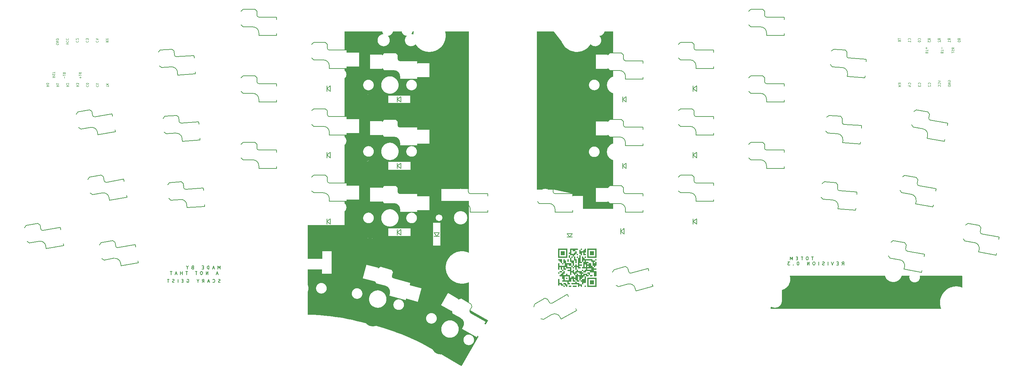
<source format=gbo>
G04 #@! TF.GenerationSoftware,KiCad,Pcbnew,9.0.2*
G04 #@! TF.CreationDate,2025-06-05T15:31:19+09:00*
G04 #@! TF.ProjectId,Totemkyle,546f7465-6d6b-4796-9c65-2e6b69636164,0.3*
G04 #@! TF.SameCoordinates,Original*
G04 #@! TF.FileFunction,Legend,Bot*
G04 #@! TF.FilePolarity,Positive*
%FSLAX46Y46*%
G04 Gerber Fmt 4.6, Leading zero omitted, Abs format (unit mm)*
G04 Created by KiCad (PCBNEW 9.0.2) date 2025-06-05 15:31:19*
%MOMM*%
%LPD*%
G01*
G04 APERTURE LIST*
G04 Aperture macros list*
%AMRotRect*
0 Rectangle, with rotation*
0 The origin of the aperture is its center*
0 $1 length*
0 $2 width*
0 $3 Rotation angle, in degrees counterclockwise*
0 Add horizontal line*
21,1,$1,$2,0,0,$3*%
G04 Aperture macros list end*
%ADD10C,0.000000*%
%ADD11C,0.150000*%
%ADD12C,1.651102*%
%ADD13C,2.321660*%
%ADD14C,1.602351*%
%ADD15C,0.110000*%
%ADD16C,2.500000*%
%ADD17C,0.375000*%
%ADD18C,1.701800*%
%ADD19C,3.000000*%
%ADD20C,3.429000*%
%ADD21RotRect,2.600000X2.600000X10.000000*%
%ADD22R,2.600000X2.600000*%
%ADD23RotRect,2.600000X2.600000X4.000000*%
%ADD24C,0.500000*%
%ADD25RotRect,2.600000X2.600000X356.000000*%
%ADD26C,5.600000*%
%ADD27O,1.800000X2.750000*%
%ADD28C,1.397000*%
%ADD29C,1.500000*%
%ADD30C,2.200000*%
%ADD31O,1.800000X2.200000*%
%ADD32O,1.800000X2.500000*%
%ADD33RotRect,2.600000X2.600000X350.000000*%
%ADD34RotRect,2.600000X2.600000X345.000000*%
%ADD35C,0.900000*%
%ADD36C,1.800000*%
%ADD37C,2.100000*%
%ADD38RotRect,2.600000X2.600000X15.000000*%
%ADD39RotRect,2.600000X2.600000X30.000000*%
%ADD40RotRect,2.600000X2.600000X330.000000*%
%ADD41O,2.200000X1.800000*%
%ADD42O,2.500000X1.800000*%
%ADD43R,1.800000X1.500000*%
%ADD44R,1.500000X1.800000*%
G04 APERTURE END LIST*
D10*
G36*
X168664809Y-116631785D02*
G01*
X168670632Y-116632163D01*
X168676362Y-116632800D01*
X168681994Y-116633700D01*
X168687522Y-116634869D01*
X168692942Y-116636312D01*
X168698248Y-116638034D01*
X168703435Y-116640040D01*
X168708499Y-116642336D01*
X168713433Y-116644926D01*
X168718233Y-116647816D01*
X168722893Y-116651011D01*
X168727409Y-116654516D01*
X168731775Y-116658336D01*
X168735986Y-116662476D01*
X168740037Y-116666942D01*
X168743921Y-116670993D01*
X168747630Y-116675204D01*
X168751153Y-116679570D01*
X168754480Y-116684086D01*
X168757599Y-116688747D01*
X168760502Y-116693547D01*
X168763178Y-116698482D01*
X168765615Y-116703545D01*
X168767805Y-116708733D01*
X168769736Y-116714040D01*
X168771399Y-116719460D01*
X168772783Y-116724989D01*
X168773877Y-116730621D01*
X168774671Y-116736351D01*
X168775155Y-116742174D01*
X168775319Y-116748085D01*
X168775319Y-116853924D01*
X168775194Y-116859834D01*
X168774816Y-116865657D01*
X168774179Y-116871387D01*
X168773279Y-116877019D01*
X168772110Y-116882548D01*
X168770667Y-116887968D01*
X168768945Y-116893274D01*
X168766939Y-116898461D01*
X168764643Y-116903525D01*
X168762053Y-116908459D01*
X168759163Y-116913259D01*
X168755968Y-116917919D01*
X168752463Y-116922435D01*
X168748643Y-116926800D01*
X168744503Y-116931011D01*
X168740037Y-116935062D01*
X168735986Y-116938947D01*
X168731775Y-116942656D01*
X168727409Y-116946179D01*
X168722893Y-116949505D01*
X168718233Y-116952625D01*
X168713433Y-116955528D01*
X168708499Y-116958203D01*
X168703435Y-116960641D01*
X168698248Y-116962831D01*
X168692942Y-116964762D01*
X168687522Y-116966425D01*
X168681994Y-116967808D01*
X168676362Y-116968902D01*
X168670632Y-116969697D01*
X168664809Y-116970181D01*
X168658898Y-116970344D01*
X167879227Y-116970344D01*
X167873316Y-116970219D01*
X167867493Y-116969841D01*
X167861763Y-116969205D01*
X167856131Y-116968304D01*
X167850602Y-116967135D01*
X167845182Y-116965693D01*
X167839875Y-116963971D01*
X167834688Y-116961964D01*
X167829624Y-116959669D01*
X167824689Y-116957079D01*
X167819889Y-116954189D01*
X167815229Y-116950994D01*
X167810713Y-116947489D01*
X167806347Y-116943669D01*
X167802136Y-116939528D01*
X167798085Y-116935062D01*
X167794201Y-116931011D01*
X167790492Y-116926800D01*
X167786970Y-116922435D01*
X167783643Y-116917919D01*
X167780524Y-116913259D01*
X167777621Y-116908459D01*
X167774945Y-116903525D01*
X167772507Y-116898461D01*
X167770317Y-116893274D01*
X167768386Y-116887968D01*
X167766723Y-116882548D01*
X167765339Y-116877019D01*
X167764245Y-116871387D01*
X167763451Y-116865657D01*
X167762966Y-116859834D01*
X167762803Y-116853924D01*
X167762803Y-116748085D01*
X167762927Y-116742174D01*
X167763306Y-116736351D01*
X167763942Y-116730621D01*
X167764843Y-116724989D01*
X167766011Y-116719460D01*
X167767454Y-116714040D01*
X167769176Y-116708733D01*
X167771182Y-116703545D01*
X167773478Y-116698482D01*
X167776068Y-116693547D01*
X167778958Y-116688747D01*
X167782153Y-116684086D01*
X167785658Y-116679570D01*
X167789478Y-116675204D01*
X167793619Y-116670993D01*
X167798085Y-116666942D01*
X167802718Y-116663059D01*
X167807361Y-116659350D01*
X167812024Y-116655827D01*
X167816719Y-116652501D01*
X167821455Y-116649381D01*
X167826242Y-116646478D01*
X167831091Y-116643803D01*
X167836012Y-116641365D01*
X167841016Y-116639175D01*
X167846114Y-116637243D01*
X167851314Y-116635581D01*
X167856628Y-116634197D01*
X167862066Y-116633103D01*
X167867638Y-116632308D01*
X167873355Y-116631824D01*
X167879227Y-116631660D01*
X168658898Y-116631660D01*
X168664809Y-116631785D01*
G37*
D11*
X119249000Y-87130000D02*
X123349000Y-87130000D01*
X123349000Y-89990000D01*
X119249000Y-89990000D01*
X119249000Y-87130000D01*
G36*
X119249000Y-87130000D02*
G01*
X123349000Y-87130000D01*
X123349000Y-89990000D01*
X119249000Y-89990000D01*
X119249000Y-87130000D01*
G37*
D10*
G36*
X142293266Y-123316365D02*
G01*
X142296798Y-123319890D01*
X146152797Y-125545995D01*
X145542472Y-126600842D01*
X145306102Y-126463254D01*
X145634197Y-125895261D01*
X141735854Y-123644452D01*
X141697460Y-123620761D01*
X141662866Y-123596069D01*
X141631902Y-123570490D01*
X141604399Y-123544140D01*
X141580188Y-123517134D01*
X141559099Y-123489587D01*
X141540964Y-123461613D01*
X141525614Y-123433328D01*
X141512878Y-123404847D01*
X141502588Y-123376284D01*
X141494574Y-123347755D01*
X141488667Y-123319375D01*
X141484699Y-123291258D01*
X141482499Y-123263519D01*
X141481899Y-123236275D01*
X141482728Y-123209638D01*
X141488001Y-123158651D01*
X141496964Y-123111478D01*
X141508263Y-123069039D01*
X141520544Y-123032253D01*
X141542635Y-122979321D01*
X141552406Y-122960042D01*
X141584155Y-122907124D01*
X142293266Y-123316365D01*
G37*
G36*
X125286966Y-119997057D02*
G01*
X125285215Y-119996586D01*
X125288747Y-119989529D01*
X125286966Y-119997057D01*
G37*
G36*
X173844918Y-116973877D02*
G01*
X171481217Y-116973877D01*
X171481217Y-116621086D01*
X171481217Y-114966495D01*
X171834008Y-114966495D01*
X171834008Y-116621086D01*
X173488602Y-116621086D01*
X173488602Y-114966495D01*
X171834008Y-114966495D01*
X171481217Y-114966495D01*
X171481217Y-114610176D01*
X173844918Y-114610176D01*
X173844918Y-116973877D01*
G37*
G36*
X164279612Y-113259108D02*
G01*
X164285435Y-113259486D01*
X164291165Y-113260123D01*
X164296797Y-113261023D01*
X164302326Y-113262192D01*
X164307746Y-113263634D01*
X164313053Y-113265356D01*
X164318241Y-113267362D01*
X164323304Y-113269657D01*
X164328239Y-113272247D01*
X164333039Y-113275137D01*
X164337700Y-113278332D01*
X164342216Y-113281837D01*
X164346582Y-113285658D01*
X164350793Y-113289799D01*
X164354844Y-113294266D01*
X164358728Y-113298316D01*
X164362436Y-113302526D01*
X164365959Y-113306892D01*
X164369285Y-113311407D01*
X164372405Y-113316068D01*
X164375308Y-113320867D01*
X164377983Y-113325802D01*
X164380421Y-113330865D01*
X164382611Y-113336053D01*
X164384543Y-113341359D01*
X164386205Y-113346779D01*
X164387589Y-113352308D01*
X164388683Y-113357940D01*
X164389478Y-113363670D01*
X164389962Y-113369493D01*
X164390126Y-113375404D01*
X164390126Y-113481243D01*
X164390001Y-113487154D01*
X164389623Y-113492977D01*
X164388986Y-113498707D01*
X164388086Y-113504339D01*
X164386917Y-113509868D01*
X164385474Y-113515288D01*
X164383752Y-113520594D01*
X164381746Y-113525782D01*
X164379450Y-113530845D01*
X164376860Y-113535780D01*
X164373970Y-113540580D01*
X164370775Y-113545240D01*
X164367270Y-113549755D01*
X164363450Y-113554121D01*
X164359310Y-113558331D01*
X164354844Y-113562381D01*
X164350793Y-113566266D01*
X164346582Y-113569975D01*
X164342216Y-113573498D01*
X164337700Y-113576825D01*
X164333039Y-113579944D01*
X164328239Y-113582847D01*
X164323304Y-113585523D01*
X164318241Y-113587961D01*
X164313053Y-113590150D01*
X164307746Y-113592082D01*
X164302326Y-113593744D01*
X164296797Y-113595128D01*
X164291165Y-113596222D01*
X164285435Y-113597016D01*
X164279612Y-113597500D01*
X164273701Y-113597664D01*
X164167863Y-113597664D01*
X164161952Y-113597539D01*
X164156129Y-113597161D01*
X164150399Y-113596524D01*
X164144767Y-113595624D01*
X164139238Y-113594456D01*
X164133818Y-113593013D01*
X164128512Y-113591291D01*
X164123325Y-113589285D01*
X164118261Y-113586990D01*
X164113327Y-113584400D01*
X164108527Y-113581510D01*
X164103867Y-113578315D01*
X164099351Y-113574810D01*
X164094986Y-113570989D01*
X164090775Y-113566848D01*
X164086724Y-113562381D01*
X164082839Y-113558331D01*
X164079130Y-113554121D01*
X164075607Y-113549755D01*
X164072281Y-113545240D01*
X164069161Y-113540580D01*
X164066258Y-113535780D01*
X164063583Y-113530845D01*
X164061145Y-113525782D01*
X164058955Y-113520594D01*
X164057024Y-113515288D01*
X164055361Y-113509868D01*
X164053978Y-113504339D01*
X164052884Y-113498707D01*
X164052090Y-113492977D01*
X164051605Y-113487154D01*
X164051442Y-113481243D01*
X164051442Y-113375404D01*
X164051567Y-113369493D01*
X164051945Y-113363670D01*
X164052581Y-113357940D01*
X164053482Y-113352308D01*
X164054651Y-113346779D01*
X164056093Y-113341359D01*
X164057815Y-113336053D01*
X164059822Y-113330865D01*
X164062117Y-113325802D01*
X164064707Y-113320867D01*
X164067597Y-113316068D01*
X164070792Y-113311407D01*
X164074297Y-113306892D01*
X164078117Y-113302526D01*
X164082258Y-113298316D01*
X164086724Y-113294266D01*
X164090775Y-113290381D01*
X164094986Y-113286672D01*
X164099351Y-113283149D01*
X164103867Y-113279823D01*
X164108527Y-113276703D01*
X164113327Y-113273800D01*
X164118261Y-113271124D01*
X164123325Y-113268687D01*
X164128512Y-113266497D01*
X164133818Y-113264566D01*
X164139238Y-113262903D01*
X164144767Y-113261519D01*
X164150399Y-113260425D01*
X164156129Y-113259631D01*
X164161952Y-113259147D01*
X164167863Y-113258983D01*
X164273701Y-113258983D01*
X164279612Y-113259108D01*
G37*
G36*
X164964038Y-109889960D02*
G01*
X164969862Y-109890338D01*
X164975592Y-109890975D01*
X164981224Y-109891874D01*
X164986753Y-109893043D01*
X164992173Y-109894486D01*
X164997480Y-109896208D01*
X165002668Y-109898214D01*
X165007731Y-109900509D01*
X165012665Y-109903099D01*
X165017465Y-109905989D01*
X165022126Y-109909184D01*
X165026642Y-109912689D01*
X165031007Y-109916510D01*
X165035218Y-109920651D01*
X165039269Y-109925117D01*
X165043154Y-109929749D01*
X165046862Y-109934392D01*
X165050385Y-109939055D01*
X165053712Y-109943749D01*
X165056832Y-109948484D01*
X165059735Y-109953271D01*
X165062410Y-109958120D01*
X165064848Y-109963042D01*
X165067038Y-109968045D01*
X165068969Y-109973142D01*
X165070632Y-109978343D01*
X165072015Y-109983657D01*
X165073109Y-109989094D01*
X165073903Y-109994667D01*
X165074387Y-110000384D01*
X165074551Y-110006256D01*
X165074551Y-110785927D01*
X165074427Y-110791837D01*
X165074055Y-110797661D01*
X165073435Y-110803391D01*
X165072566Y-110809023D01*
X165071450Y-110814551D01*
X165070086Y-110819972D01*
X165068473Y-110825278D01*
X165066613Y-110830466D01*
X165064504Y-110835529D01*
X165062148Y-110840463D01*
X165059543Y-110845263D01*
X165056691Y-110849924D01*
X165053590Y-110854439D01*
X165050242Y-110858805D01*
X165046646Y-110863015D01*
X165042801Y-110867065D01*
X165038751Y-110870950D01*
X165034540Y-110874659D01*
X165030174Y-110878182D01*
X165025658Y-110881508D01*
X165020997Y-110884628D01*
X165016197Y-110887531D01*
X165011262Y-110890206D01*
X165006198Y-110892644D01*
X165001011Y-110894834D01*
X164995704Y-110896765D01*
X164990284Y-110898428D01*
X164984755Y-110899811D01*
X164979123Y-110900905D01*
X164973393Y-110901700D01*
X164967570Y-110902184D01*
X164961659Y-110902347D01*
X164855820Y-110902347D01*
X164849909Y-110902222D01*
X164844086Y-110901844D01*
X164838356Y-110901208D01*
X164832725Y-110900308D01*
X164827196Y-110899139D01*
X164821776Y-110897697D01*
X164816470Y-110895975D01*
X164811283Y-110893969D01*
X164806219Y-110891673D01*
X164801285Y-110889083D01*
X164796485Y-110886193D01*
X164791825Y-110882998D01*
X164787309Y-110879493D01*
X164782943Y-110875673D01*
X164778732Y-110871532D01*
X164774682Y-110867065D01*
X164770797Y-110862433D01*
X164767088Y-110857790D01*
X164763565Y-110853127D01*
X164760239Y-110848433D01*
X164757119Y-110843698D01*
X164754216Y-110838911D01*
X164751540Y-110834062D01*
X164749103Y-110829141D01*
X164746913Y-110824137D01*
X164744982Y-110819040D01*
X164743319Y-110813840D01*
X164741936Y-110808526D01*
X164740842Y-110803088D01*
X164740047Y-110797516D01*
X164739563Y-110791799D01*
X164739399Y-110785927D01*
X164739399Y-110563667D01*
X164517140Y-110563667D01*
X164511229Y-110563542D01*
X164505406Y-110563164D01*
X164499676Y-110562527D01*
X164494044Y-110561627D01*
X164488515Y-110560458D01*
X164483095Y-110559015D01*
X164477788Y-110557293D01*
X164472600Y-110555287D01*
X164467537Y-110552992D01*
X164462602Y-110550401D01*
X164457802Y-110547511D01*
X164453141Y-110544317D01*
X164448625Y-110540812D01*
X164444259Y-110536992D01*
X164440048Y-110532851D01*
X164435997Y-110528385D01*
X164432114Y-110523753D01*
X164428405Y-110519110D01*
X164424883Y-110514447D01*
X164421557Y-110509753D01*
X164418437Y-110505018D01*
X164415535Y-110500231D01*
X164412859Y-110495382D01*
X164410422Y-110490460D01*
X164408232Y-110485456D01*
X164406301Y-110480359D01*
X164404639Y-110475158D01*
X164403255Y-110469844D01*
X164402161Y-110464406D01*
X164401367Y-110458833D01*
X164400883Y-110453115D01*
X164400719Y-110447243D01*
X164400719Y-110224983D01*
X164178460Y-110224983D01*
X164172549Y-110224858D01*
X164166726Y-110224480D01*
X164160996Y-110223844D01*
X164155363Y-110222944D01*
X164149835Y-110221775D01*
X164144415Y-110220332D01*
X164139108Y-110218611D01*
X164133920Y-110216605D01*
X164128856Y-110214310D01*
X164123922Y-110211720D01*
X164119122Y-110208830D01*
X164114461Y-110205636D01*
X164109945Y-110202131D01*
X164105579Y-110198311D01*
X164101368Y-110194171D01*
X164097317Y-110189705D01*
X164093433Y-110185072D01*
X164089724Y-110180429D01*
X164086201Y-110175765D01*
X164082874Y-110171071D01*
X164079754Y-110166335D01*
X164076852Y-110161548D01*
X164074176Y-110156699D01*
X164071738Y-110151777D01*
X164069549Y-110146773D01*
X164067617Y-110141676D01*
X164065955Y-110136476D01*
X164064571Y-110131162D01*
X164063477Y-110125724D01*
X164062683Y-110120151D01*
X164062199Y-110114434D01*
X164062035Y-110108562D01*
X164062035Y-110006256D01*
X164062160Y-110000345D01*
X164062538Y-109994522D01*
X164063175Y-109988792D01*
X164064075Y-109983160D01*
X164065244Y-109977631D01*
X164066687Y-109972211D01*
X164068409Y-109966904D01*
X164070415Y-109961717D01*
X164072711Y-109956653D01*
X164075301Y-109951719D01*
X164078191Y-109946919D01*
X164081386Y-109942259D01*
X164084890Y-109937743D01*
X164088711Y-109933378D01*
X164092851Y-109929167D01*
X164097317Y-109925117D01*
X164101368Y-109921233D01*
X164105579Y-109917524D01*
X164109945Y-109914001D01*
X164114461Y-109910674D01*
X164119122Y-109907554D01*
X164123922Y-109904652D01*
X164128856Y-109901976D01*
X164133920Y-109899538D01*
X164139108Y-109897349D01*
X164144415Y-109895417D01*
X164149835Y-109893755D01*
X164155363Y-109892371D01*
X164160996Y-109891277D01*
X164166726Y-109890483D01*
X164172549Y-109889999D01*
X164178460Y-109889835D01*
X164958127Y-109889835D01*
X164964038Y-109889960D01*
G37*
G36*
X164953021Y-54250484D02*
G01*
X165078260Y-54530881D01*
X165223168Y-54799929D01*
X165386824Y-55056698D01*
X165568310Y-55300258D01*
X165766705Y-55529679D01*
X165981089Y-55744030D01*
X166210543Y-55942382D01*
X166454146Y-56123804D01*
X166710979Y-56287366D01*
X166980121Y-56432138D01*
X167260654Y-56557189D01*
X167551656Y-56661589D01*
X167852208Y-56744409D01*
X168161391Y-56804718D01*
X168478284Y-56841585D01*
X168801967Y-56854081D01*
X168941642Y-56851747D01*
X169080149Y-56844797D01*
X169217418Y-56833305D01*
X169353375Y-56817348D01*
X169487951Y-56797001D01*
X169621072Y-56772339D01*
X169752667Y-56743438D01*
X169882665Y-56710374D01*
X170010994Y-56673222D01*
X170137582Y-56632058D01*
X170262357Y-56586957D01*
X170385247Y-56537996D01*
X170506182Y-56485248D01*
X170625089Y-56428791D01*
X170741897Y-56368700D01*
X170856533Y-56305050D01*
X170968927Y-56237917D01*
X171079006Y-56167377D01*
X171291934Y-56016375D01*
X171494743Y-55852650D01*
X171686860Y-55676807D01*
X171867711Y-55489450D01*
X172036722Y-55291183D01*
X172193321Y-55082612D01*
X172336933Y-54864341D01*
X172391984Y-54923850D01*
X172449903Y-54980569D01*
X172510582Y-55034352D01*
X172573911Y-55085056D01*
X172639783Y-55132534D01*
X172708089Y-55176643D01*
X172778720Y-55217238D01*
X172851569Y-55254175D01*
X172926525Y-55287307D01*
X173003482Y-55316492D01*
X173082330Y-55341584D01*
X173162962Y-55362437D01*
X173245267Y-55378909D01*
X173329139Y-55390854D01*
X173414469Y-55398127D01*
X173501148Y-55400583D01*
X173580705Y-55398563D01*
X173659235Y-55392569D01*
X173736638Y-55382700D01*
X173812816Y-55369052D01*
X173887671Y-55351726D01*
X173961105Y-55330817D01*
X174033020Y-55306426D01*
X174103317Y-55278650D01*
X174171898Y-55247587D01*
X174238666Y-55213335D01*
X174303521Y-55175993D01*
X174366366Y-55135659D01*
X174427103Y-55092431D01*
X174485633Y-55046407D01*
X174541858Y-54997686D01*
X174595681Y-54946365D01*
X174647001Y-54892543D01*
X174695723Y-54836317D01*
X174741747Y-54777787D01*
X174784975Y-54717051D01*
X174825309Y-54654206D01*
X174862651Y-54589350D01*
X174896903Y-54522583D01*
X174927966Y-54454001D01*
X174955742Y-54383704D01*
X174980133Y-54311789D01*
X175001042Y-54238355D01*
X175018369Y-54163500D01*
X175032016Y-54087322D01*
X175041886Y-54009919D01*
X175047880Y-53931389D01*
X175049899Y-53851831D01*
X175047931Y-53772924D01*
X175042086Y-53695025D01*
X175032458Y-53618232D01*
X175019140Y-53542643D01*
X175002226Y-53468356D01*
X174981808Y-53395470D01*
X174957979Y-53324082D01*
X174930832Y-53254292D01*
X174900461Y-53186196D01*
X174866958Y-53119893D01*
X174830417Y-53055482D01*
X174790930Y-52993061D01*
X174748591Y-52932727D01*
X174703492Y-52874580D01*
X174655727Y-52818716D01*
X174605388Y-52765235D01*
X174598316Y-52765235D01*
X174656838Y-52759424D01*
X174714630Y-52751284D01*
X174771641Y-52740862D01*
X174827823Y-52728206D01*
X174883126Y-52713364D01*
X174937501Y-52696384D01*
X174990900Y-52677314D01*
X175043273Y-52656201D01*
X175094571Y-52633093D01*
X175144745Y-52608038D01*
X175193745Y-52581084D01*
X175241524Y-52552279D01*
X175288031Y-52521670D01*
X175333218Y-52489306D01*
X175377036Y-52455233D01*
X175419435Y-52419500D01*
X175460366Y-52382155D01*
X175499781Y-52343245D01*
X175537629Y-52302819D01*
X175573863Y-52260924D01*
X175608433Y-52217607D01*
X175641289Y-52172917D01*
X175672384Y-52126902D01*
X175701667Y-52079608D01*
X175729089Y-52031085D01*
X175754603Y-51981380D01*
X175778157Y-51930540D01*
X175799704Y-51878614D01*
X175819194Y-51825649D01*
X175836579Y-51771693D01*
X175851808Y-51716794D01*
X175864833Y-51661000D01*
X178073306Y-51661000D01*
X178073306Y-57143375D01*
X177247775Y-57143375D01*
X176873813Y-57556140D01*
X173698696Y-57556140D01*
X173698696Y-61158134D01*
X176760921Y-61158134D01*
X177247775Y-61644985D01*
X178073306Y-61644985D01*
X178073306Y-63197264D01*
X177908242Y-63257197D01*
X177749483Y-63329451D01*
X177597628Y-63413445D01*
X177453277Y-63508602D01*
X177317029Y-63614343D01*
X177189483Y-63730088D01*
X177071240Y-63855260D01*
X176962898Y-63989280D01*
X176865057Y-64131567D01*
X176778316Y-64281545D01*
X176703276Y-64438633D01*
X176640535Y-64602254D01*
X176590693Y-64771827D01*
X176554349Y-64946776D01*
X176541426Y-65036084D01*
X176532103Y-65126520D01*
X176526454Y-65218009D01*
X176524555Y-65310481D01*
X176526454Y-65402962D01*
X176532103Y-65494481D01*
X176541426Y-65584961D01*
X176554349Y-65674331D01*
X176570796Y-65762514D01*
X176590693Y-65849437D01*
X176613964Y-65935025D01*
X176640535Y-66019204D01*
X176670330Y-66101900D01*
X176703276Y-66183039D01*
X176739296Y-66262546D01*
X176778316Y-66340347D01*
X176820261Y-66416368D01*
X176865057Y-66490534D01*
X176912627Y-66562771D01*
X176962898Y-66633005D01*
X177015793Y-66701162D01*
X177071240Y-66767166D01*
X177129161Y-66830945D01*
X177189483Y-66892423D01*
X177252131Y-66951527D01*
X177317029Y-67008182D01*
X177384103Y-67062314D01*
X177453277Y-67113848D01*
X177524477Y-67162710D01*
X177597628Y-67208827D01*
X177672655Y-67252123D01*
X177749483Y-67292524D01*
X177828037Y-67329956D01*
X177908242Y-67364346D01*
X177990024Y-67395617D01*
X178073306Y-67423697D01*
X178073306Y-69875594D01*
X177984505Y-69926074D01*
X177899523Y-69982099D01*
X177818623Y-70043427D01*
X177742069Y-70109814D01*
X177670125Y-70181017D01*
X177603054Y-70256794D01*
X177541120Y-70336901D01*
X177484586Y-70421097D01*
X177433716Y-70509137D01*
X177388774Y-70600779D01*
X177350023Y-70695780D01*
X177317726Y-70793898D01*
X177292148Y-70894889D01*
X177273551Y-70998510D01*
X177262200Y-71104519D01*
X177258357Y-71212672D01*
X177259323Y-71267002D01*
X177262200Y-71320825D01*
X177266953Y-71374113D01*
X177273551Y-71426834D01*
X177281960Y-71478958D01*
X177292148Y-71530455D01*
X177304081Y-71581295D01*
X177317726Y-71631446D01*
X177333051Y-71680879D01*
X177350023Y-71729563D01*
X177368608Y-71777469D01*
X177388774Y-71824564D01*
X177410488Y-71870820D01*
X177433716Y-71916206D01*
X177458427Y-71960692D01*
X177484586Y-72004246D01*
X177512161Y-72046840D01*
X177541120Y-72088441D01*
X177571428Y-72129021D01*
X177603054Y-72168549D01*
X177635964Y-72206993D01*
X177670125Y-72244325D01*
X177705504Y-72280514D01*
X177742069Y-72315528D01*
X177779786Y-72349339D01*
X177818623Y-72381915D01*
X177858546Y-72413227D01*
X177899523Y-72443243D01*
X177941520Y-72471933D01*
X177984505Y-72499268D01*
X178028445Y-72525216D01*
X178073306Y-72549748D01*
X178073306Y-74207865D01*
X177247775Y-74207865D01*
X176842067Y-74659438D01*
X173688113Y-74659438D01*
X173688113Y-78257903D01*
X176796199Y-78257903D01*
X177247775Y-78709475D01*
X178073306Y-78709475D01*
X178073306Y-80293505D01*
X177906961Y-80352858D01*
X177747002Y-80424686D01*
X177594031Y-80508400D01*
X177448645Y-80603411D01*
X177311445Y-80709129D01*
X177183031Y-80824966D01*
X177064002Y-80950332D01*
X176954956Y-81084639D01*
X176856495Y-81227297D01*
X176769216Y-81377717D01*
X176693721Y-81535310D01*
X176630607Y-81699487D01*
X176580476Y-81869658D01*
X176543925Y-82045236D01*
X176530930Y-82134867D01*
X176521555Y-82225629D01*
X176515875Y-82317448D01*
X176513965Y-82410250D01*
X176515875Y-82503062D01*
X176521555Y-82594910D01*
X176530930Y-82685717D01*
X176543925Y-82775409D01*
X176560465Y-82863910D01*
X176580476Y-82951144D01*
X176603881Y-83037036D01*
X176630607Y-83121510D01*
X176660579Y-83204490D01*
X176693721Y-83285901D01*
X176729958Y-83365667D01*
X176769216Y-83443714D01*
X176811420Y-83519964D01*
X176856495Y-83594343D01*
X176904365Y-83666775D01*
X176954956Y-83737185D01*
X177008194Y-83805496D01*
X177064002Y-83871634D01*
X177122306Y-83935522D01*
X177183031Y-83997085D01*
X177246103Y-84056248D01*
X177311445Y-84112935D01*
X177378985Y-84167070D01*
X177448645Y-84218579D01*
X177520352Y-84267384D01*
X177594031Y-84313411D01*
X177669605Y-84356584D01*
X177747002Y-84396827D01*
X177826145Y-84434065D01*
X177906961Y-84468223D01*
X177989373Y-84499224D01*
X178073306Y-84526994D01*
X178073306Y-86968308D01*
X177983805Y-87018208D01*
X177898056Y-87073809D01*
X177816338Y-87134856D01*
X177738929Y-87201096D01*
X177666109Y-87272277D01*
X177598157Y-87348145D01*
X177535352Y-87428447D01*
X177477973Y-87512930D01*
X177426300Y-87601340D01*
X177380611Y-87693425D01*
X177341185Y-87788930D01*
X177308302Y-87887604D01*
X177282240Y-87989193D01*
X177263279Y-88093443D01*
X177251698Y-88200101D01*
X177247775Y-88308915D01*
X177248762Y-88363565D01*
X177251698Y-88417689D01*
X177256548Y-88471258D01*
X177263279Y-88524241D01*
X177271854Y-88576609D01*
X177282239Y-88628333D01*
X177294400Y-88679383D01*
X177308301Y-88729728D01*
X177323907Y-88779339D01*
X177341183Y-88828187D01*
X177360096Y-88876241D01*
X177380609Y-88923473D01*
X177402688Y-88969852D01*
X177426297Y-89015348D01*
X177451403Y-89059932D01*
X177477970Y-89103575D01*
X177505964Y-89146246D01*
X177535349Y-89187916D01*
X177566090Y-89228554D01*
X177598154Y-89268132D01*
X177631503Y-89306620D01*
X177666105Y-89343987D01*
X177701924Y-89380205D01*
X177738925Y-89415243D01*
X177777074Y-89449072D01*
X177816335Y-89481662D01*
X177856673Y-89512983D01*
X177898054Y-89543005D01*
X177940443Y-89571700D01*
X177983804Y-89599037D01*
X178028104Y-89624986D01*
X178073306Y-89649518D01*
X178073306Y-91208855D01*
X177247775Y-91208855D01*
X176842067Y-91660428D01*
X173674007Y-91660428D01*
X173674007Y-95262421D01*
X176799731Y-95262421D01*
X177247783Y-95710465D01*
X178073306Y-95710465D01*
X178073306Y-97051068D01*
X170399000Y-97051068D01*
X170399000Y-93730000D01*
X167753245Y-93724549D01*
X167753245Y-93124549D01*
X162999000Y-92070000D01*
X158623943Y-92070000D01*
X158623943Y-86209809D01*
X172252262Y-86209809D01*
X172254240Y-86287724D01*
X172260112Y-86364633D01*
X172269781Y-86440441D01*
X172283151Y-86515050D01*
X172300126Y-86588364D01*
X172320609Y-86660288D01*
X172344504Y-86730724D01*
X172371714Y-86799577D01*
X172402144Y-86866751D01*
X172435698Y-86932149D01*
X172472279Y-86995675D01*
X172511790Y-87057232D01*
X172554136Y-87116725D01*
X172599221Y-87174057D01*
X172646947Y-87229132D01*
X172697219Y-87281854D01*
X172749941Y-87332126D01*
X172805016Y-87379852D01*
X172862348Y-87424937D01*
X172921841Y-87467283D01*
X172983399Y-87506794D01*
X173046925Y-87543375D01*
X173112323Y-87576928D01*
X173179497Y-87607358D01*
X173248350Y-87634569D01*
X173318787Y-87658464D01*
X173390711Y-87678947D01*
X173464026Y-87695921D01*
X173538635Y-87709291D01*
X173614442Y-87718960D01*
X173691352Y-87724832D01*
X173769267Y-87726811D01*
X173847183Y-87724832D01*
X173924092Y-87718960D01*
X173999900Y-87709291D01*
X174074509Y-87695921D01*
X174147824Y-87678947D01*
X174219747Y-87658464D01*
X174290184Y-87634569D01*
X174359037Y-87607358D01*
X174426210Y-87576928D01*
X174491608Y-87543375D01*
X174555134Y-87506794D01*
X174616691Y-87467283D01*
X174676184Y-87424937D01*
X174733516Y-87379852D01*
X174788590Y-87332126D01*
X174841312Y-87281854D01*
X174891584Y-87229132D01*
X174939310Y-87174057D01*
X174984394Y-87116725D01*
X175026739Y-87057232D01*
X175066251Y-86995675D01*
X175102831Y-86932149D01*
X175136384Y-86866751D01*
X175166814Y-86799577D01*
X175194025Y-86730724D01*
X175217919Y-86660288D01*
X175238402Y-86588364D01*
X175255376Y-86515050D01*
X175268746Y-86440441D01*
X175278415Y-86364633D01*
X175284287Y-86287724D01*
X175286266Y-86209809D01*
X175284287Y-86131894D01*
X175278415Y-86054985D01*
X175268746Y-85979177D01*
X175255376Y-85904568D01*
X175238402Y-85831254D01*
X175217919Y-85759330D01*
X175194025Y-85688894D01*
X175166814Y-85620041D01*
X175136384Y-85552867D01*
X175102831Y-85487469D01*
X175066251Y-85423943D01*
X175026739Y-85362386D01*
X174984394Y-85302893D01*
X174939310Y-85245561D01*
X174891584Y-85190486D01*
X174841312Y-85137764D01*
X174788590Y-85087492D01*
X174733516Y-85039766D01*
X174676184Y-84994681D01*
X174616691Y-84952335D01*
X174555134Y-84912824D01*
X174491608Y-84876243D01*
X174426210Y-84842690D01*
X174359037Y-84812260D01*
X174290184Y-84785049D01*
X174219747Y-84761154D01*
X174147824Y-84740671D01*
X174074509Y-84723697D01*
X173999900Y-84710327D01*
X173924092Y-84700658D01*
X173847183Y-84694786D01*
X173769267Y-84692807D01*
X173691352Y-84694786D01*
X173614442Y-84700658D01*
X173538635Y-84710327D01*
X173464026Y-84723697D01*
X173390711Y-84740671D01*
X173318787Y-84761154D01*
X173248350Y-84785049D01*
X173179497Y-84812260D01*
X173112323Y-84842690D01*
X173046925Y-84876243D01*
X172983399Y-84912824D01*
X172921841Y-84952335D01*
X172862348Y-84994681D01*
X172805016Y-85039766D01*
X172749941Y-85087492D01*
X172697219Y-85137764D01*
X172646947Y-85190486D01*
X172599221Y-85245561D01*
X172554136Y-85302893D01*
X172511790Y-85362386D01*
X172472279Y-85423943D01*
X172435698Y-85487469D01*
X172402144Y-85552867D01*
X172371714Y-85620041D01*
X172344504Y-85688894D01*
X172320609Y-85759330D01*
X172300126Y-85831254D01*
X172283151Y-85904568D01*
X172269781Y-85979177D01*
X172260112Y-86054985D01*
X172254240Y-86131894D01*
X172252262Y-86209809D01*
X158623943Y-86209809D01*
X158623951Y-86209808D01*
X158623910Y-85459912D01*
X158623376Y-82410250D01*
X171917117Y-82410250D01*
X171918881Y-82479619D01*
X171924114Y-82548096D01*
X171932730Y-82615595D01*
X171944645Y-82682030D01*
X171959771Y-82747316D01*
X171978023Y-82811365D01*
X171999314Y-82874093D01*
X172023560Y-82935413D01*
X172050675Y-82995240D01*
X172080571Y-83053487D01*
X172113164Y-83110069D01*
X172148367Y-83164899D01*
X172186094Y-83217893D01*
X172226260Y-83268963D01*
X172268779Y-83318025D01*
X172313565Y-83364991D01*
X172360531Y-83409777D01*
X172409592Y-83452296D01*
X172460663Y-83492463D01*
X172513656Y-83530190D01*
X172568487Y-83565393D01*
X172625068Y-83597986D01*
X172683316Y-83627883D01*
X172743142Y-83654997D01*
X172804463Y-83679243D01*
X172867190Y-83700535D01*
X172931240Y-83718787D01*
X172996525Y-83733914D01*
X173062960Y-83745828D01*
X173130460Y-83754445D01*
X173198937Y-83759677D01*
X173268306Y-83761441D01*
X173337675Y-83759677D01*
X173406151Y-83754445D01*
X173473650Y-83745828D01*
X173540085Y-83733914D01*
X173605370Y-83718787D01*
X173669419Y-83700535D01*
X173732147Y-83679243D01*
X173793467Y-83654997D01*
X173853293Y-83627883D01*
X173911540Y-83597986D01*
X173968122Y-83565393D01*
X174022953Y-83530190D01*
X174075946Y-83492463D01*
X174127017Y-83452296D01*
X174176078Y-83409777D01*
X174223045Y-83364991D01*
X174267830Y-83318025D01*
X174310349Y-83268963D01*
X174350516Y-83217893D01*
X174388244Y-83164899D01*
X174423447Y-83110069D01*
X174456040Y-83053487D01*
X174485936Y-82995240D01*
X174513051Y-82935413D01*
X174537297Y-82874093D01*
X174558589Y-82811365D01*
X174576841Y-82747316D01*
X174591967Y-82682030D01*
X174603882Y-82615595D01*
X174612498Y-82548096D01*
X174617731Y-82479619D01*
X174619495Y-82410250D01*
X174617731Y-82340881D01*
X174612498Y-82272404D01*
X174603882Y-82204906D01*
X174591967Y-82138470D01*
X174576841Y-82073185D01*
X174558589Y-82009136D01*
X174537297Y-81946408D01*
X174513051Y-81885088D01*
X174485936Y-81825261D01*
X174456040Y-81767014D01*
X174423447Y-81710432D01*
X174388244Y-81655601D01*
X174350516Y-81602608D01*
X174310349Y-81551537D01*
X174267830Y-81502476D01*
X174223045Y-81455509D01*
X174176078Y-81410724D01*
X174127017Y-81368205D01*
X174075946Y-81328038D01*
X174022953Y-81290311D01*
X173968122Y-81255107D01*
X173911540Y-81222515D01*
X173853293Y-81192618D01*
X173793467Y-81165504D01*
X173732147Y-81141258D01*
X173669419Y-81119966D01*
X173605370Y-81101714D01*
X173540085Y-81086587D01*
X173473650Y-81074673D01*
X173406151Y-81066056D01*
X173337675Y-81060823D01*
X173268306Y-81059060D01*
X173198937Y-81060823D01*
X173130460Y-81066056D01*
X173062960Y-81074673D01*
X172996525Y-81086587D01*
X172931240Y-81101714D01*
X172867190Y-81119966D01*
X172804463Y-81141258D01*
X172743142Y-81165504D01*
X172683316Y-81192618D01*
X172625068Y-81222515D01*
X172568487Y-81255107D01*
X172513656Y-81290311D01*
X172460663Y-81328038D01*
X172409592Y-81368205D01*
X172360531Y-81410724D01*
X172313565Y-81455509D01*
X172268779Y-81502476D01*
X172226260Y-81551537D01*
X172186094Y-81602608D01*
X172148367Y-81655601D01*
X172113164Y-81710432D01*
X172080571Y-81767014D01*
X172050675Y-81825261D01*
X172023560Y-81885088D01*
X171999314Y-81946408D01*
X171978023Y-82009136D01*
X171959771Y-82073185D01*
X171944645Y-82138470D01*
X171932730Y-82204906D01*
X171924114Y-82272404D01*
X171918881Y-82340881D01*
X171917117Y-82410250D01*
X158623376Y-82410250D01*
X158621047Y-69113564D01*
X172262851Y-69113564D01*
X172264830Y-69191479D01*
X172270702Y-69268388D01*
X172280371Y-69344195D01*
X172293741Y-69418804D01*
X172310715Y-69492118D01*
X172331198Y-69564041D01*
X172355092Y-69634478D01*
X172382303Y-69703331D01*
X172412733Y-69770504D01*
X172446286Y-69835902D01*
X172482866Y-69899428D01*
X172522377Y-69960985D01*
X172564723Y-70020478D01*
X172609807Y-70077810D01*
X172657533Y-70132885D01*
X172707805Y-70185607D01*
X172760526Y-70235879D01*
X172815601Y-70283605D01*
X172872933Y-70328690D01*
X172932426Y-70371036D01*
X172993983Y-70410547D01*
X173057509Y-70447128D01*
X173122907Y-70480681D01*
X173190080Y-70511111D01*
X173258933Y-70538322D01*
X173329370Y-70562217D01*
X173401293Y-70582700D01*
X173474608Y-70599674D01*
X173549217Y-70613045D01*
X173625024Y-70622714D01*
X173701934Y-70628586D01*
X173779849Y-70630564D01*
X173857765Y-70628586D01*
X173934674Y-70622714D01*
X174010482Y-70613045D01*
X174085091Y-70599674D01*
X174158406Y-70582700D01*
X174230330Y-70562217D01*
X174300767Y-70538322D01*
X174369620Y-70511111D01*
X174436794Y-70480681D01*
X174502192Y-70447128D01*
X174565718Y-70410547D01*
X174627275Y-70371036D01*
X174686768Y-70328690D01*
X174744101Y-70283605D01*
X174799176Y-70235879D01*
X174851898Y-70185607D01*
X174902170Y-70132885D01*
X174949896Y-70077810D01*
X174994981Y-70020478D01*
X175037327Y-69960985D01*
X175076838Y-69899428D01*
X175113419Y-69835902D01*
X175146972Y-69770504D01*
X175177403Y-69703331D01*
X175204613Y-69634478D01*
X175228508Y-69564041D01*
X175248991Y-69492118D01*
X175265965Y-69418804D01*
X175279335Y-69344195D01*
X175289005Y-69268388D01*
X175294877Y-69191479D01*
X175296855Y-69113564D01*
X175294877Y-69035649D01*
X175289005Y-68958740D01*
X175279335Y-68882933D01*
X175265965Y-68808325D01*
X175248991Y-68735011D01*
X175228508Y-68663087D01*
X175204613Y-68592651D01*
X175177403Y-68523798D01*
X175146972Y-68456624D01*
X175113419Y-68391227D01*
X175076838Y-68327701D01*
X175037327Y-68266143D01*
X174994981Y-68206651D01*
X174949896Y-68149319D01*
X174902170Y-68094243D01*
X174851898Y-68041522D01*
X174799176Y-67991250D01*
X174744101Y-67943523D01*
X174686768Y-67898439D01*
X174627275Y-67856093D01*
X174565718Y-67816581D01*
X174502192Y-67780001D01*
X174436794Y-67746447D01*
X174369620Y-67716017D01*
X174300767Y-67688806D01*
X174230330Y-67664911D01*
X174158406Y-67644429D01*
X174085091Y-67627454D01*
X174010482Y-67614084D01*
X173934674Y-67604415D01*
X173857765Y-67598543D01*
X173779849Y-67596564D01*
X173701934Y-67598543D01*
X173625024Y-67604415D01*
X173549217Y-67614084D01*
X173474608Y-67627454D01*
X173401293Y-67644429D01*
X173329370Y-67664911D01*
X173258933Y-67688806D01*
X173190080Y-67716017D01*
X173122907Y-67746447D01*
X173057509Y-67780001D01*
X172993983Y-67816581D01*
X172932426Y-67856093D01*
X172872933Y-67898439D01*
X172815601Y-67943523D01*
X172760526Y-67991250D01*
X172707805Y-68041522D01*
X172657533Y-68094243D01*
X172609807Y-68149319D01*
X172564723Y-68206651D01*
X172522377Y-68266143D01*
X172482866Y-68327701D01*
X172446286Y-68391227D01*
X172412733Y-68456624D01*
X172382303Y-68523798D01*
X172355092Y-68592651D01*
X172331198Y-68663087D01*
X172310715Y-68735011D01*
X172293741Y-68808325D01*
X172280371Y-68882933D01*
X172270702Y-68958740D01*
X172264830Y-69035649D01*
X172262851Y-69113564D01*
X158621047Y-69113564D01*
X158620382Y-65314007D01*
X171931224Y-65314007D01*
X171932988Y-65383376D01*
X171938221Y-65451853D01*
X171946837Y-65519352D01*
X171958751Y-65585787D01*
X171973877Y-65651072D01*
X171992129Y-65715121D01*
X172013421Y-65777849D01*
X172037667Y-65839169D01*
X172064781Y-65898996D01*
X172094678Y-65957243D01*
X172127270Y-66013825D01*
X172162473Y-66068656D01*
X172200201Y-66121649D01*
X172240367Y-66172720D01*
X172282886Y-66221781D01*
X172327671Y-66268747D01*
X172374638Y-66313533D01*
X172423699Y-66356052D01*
X172474769Y-66396218D01*
X172527763Y-66433946D01*
X172582593Y-66469149D01*
X172639175Y-66501742D01*
X172697422Y-66531638D01*
X172757249Y-66558753D01*
X172818569Y-66582999D01*
X172881297Y-66604291D01*
X172945347Y-66622543D01*
X173010632Y-66637669D01*
X173077067Y-66649583D01*
X173144566Y-66658200D01*
X173213043Y-66663433D01*
X173282413Y-66665196D01*
X173351782Y-66663433D01*
X173420259Y-66658200D01*
X173487759Y-66649583D01*
X173554194Y-66637669D01*
X173619479Y-66622543D01*
X173683529Y-66604291D01*
X173746256Y-66582999D01*
X173807577Y-66558753D01*
X173867403Y-66531638D01*
X173925650Y-66501742D01*
X173982232Y-66469149D01*
X174037063Y-66433946D01*
X174090056Y-66396218D01*
X174141127Y-66356052D01*
X174190188Y-66313533D01*
X174237154Y-66268747D01*
X174281940Y-66221781D01*
X174324459Y-66172720D01*
X174364625Y-66121649D01*
X174402352Y-66068656D01*
X174437555Y-66013825D01*
X174470148Y-65957243D01*
X174500044Y-65898996D01*
X174527158Y-65839169D01*
X174551404Y-65777849D01*
X174572696Y-65715121D01*
X174590948Y-65651072D01*
X174606074Y-65585787D01*
X174617989Y-65519352D01*
X174626605Y-65451853D01*
X174631838Y-65383376D01*
X174633601Y-65314007D01*
X174631838Y-65244638D01*
X174626605Y-65176161D01*
X174617989Y-65108662D01*
X174606074Y-65042227D01*
X174590948Y-64976941D01*
X174572696Y-64912892D01*
X174551404Y-64850164D01*
X174527158Y-64788844D01*
X174500044Y-64729018D01*
X174470148Y-64670770D01*
X174437555Y-64614189D01*
X174402352Y-64559358D01*
X174364625Y-64506364D01*
X174324459Y-64455294D01*
X174281940Y-64406233D01*
X174237154Y-64359266D01*
X174190188Y-64314480D01*
X174141127Y-64271961D01*
X174090056Y-64231795D01*
X174037063Y-64194067D01*
X173982232Y-64158864D01*
X173925650Y-64126271D01*
X173867403Y-64096375D01*
X173807577Y-64069261D01*
X173746256Y-64045015D01*
X173683529Y-64023723D01*
X173619479Y-64005470D01*
X173554194Y-63990344D01*
X173487759Y-63978430D01*
X173420259Y-63969813D01*
X173351782Y-63964580D01*
X173282413Y-63962817D01*
X173213043Y-63964580D01*
X173144566Y-63969813D01*
X173077067Y-63978430D01*
X173010632Y-63990344D01*
X172945347Y-64005470D01*
X172881297Y-64023723D01*
X172818569Y-64045015D01*
X172757249Y-64069261D01*
X172697422Y-64096375D01*
X172639175Y-64126271D01*
X172582593Y-64158864D01*
X172527763Y-64194067D01*
X172474769Y-64231795D01*
X172423699Y-64271961D01*
X172374638Y-64314480D01*
X172327671Y-64359266D01*
X172282886Y-64406233D01*
X172240367Y-64455294D01*
X172200201Y-64506364D01*
X172162473Y-64559358D01*
X172127270Y-64614189D01*
X172094678Y-64670770D01*
X172064781Y-64729018D01*
X172037667Y-64788844D01*
X172013421Y-64850164D01*
X171992129Y-64912892D01*
X171973877Y-64976941D01*
X171958751Y-65042227D01*
X171946837Y-65108662D01*
X171938221Y-65176161D01*
X171932988Y-65244638D01*
X171931224Y-65314007D01*
X158620382Y-65314007D01*
X158619000Y-57420000D01*
X158623943Y-51661000D01*
X160800662Y-51661000D01*
X162924472Y-51661000D01*
X164953021Y-54250484D01*
G37*
G36*
X165302714Y-110902472D02*
G01*
X165308537Y-110902850D01*
X165314267Y-110903487D01*
X165319899Y-110904387D01*
X165325428Y-110905555D01*
X165330848Y-110906998D01*
X165336155Y-110908720D01*
X165341342Y-110910726D01*
X165346406Y-110913021D01*
X165351341Y-110915611D01*
X165356141Y-110918501D01*
X165360802Y-110921696D01*
X165365317Y-110925201D01*
X165369684Y-110929022D01*
X165373895Y-110933163D01*
X165377945Y-110937630D01*
X165381830Y-110942262D01*
X165385539Y-110946904D01*
X165389062Y-110951567D01*
X165392388Y-110956261D01*
X165395508Y-110960997D01*
X165398411Y-110965784D01*
X165401087Y-110970633D01*
X165403524Y-110975554D01*
X165405714Y-110980558D01*
X165407645Y-110985655D01*
X165409308Y-110990855D01*
X165410691Y-110996169D01*
X165411786Y-111001607D01*
X165412580Y-111007179D01*
X165413064Y-111012896D01*
X165413228Y-111018768D01*
X165413228Y-111124607D01*
X165413103Y-111130518D01*
X165412725Y-111136341D01*
X165412088Y-111142071D01*
X165411188Y-111147703D01*
X165410019Y-111153232D01*
X165408576Y-111158652D01*
X165406854Y-111163959D01*
X165404848Y-111169146D01*
X165402552Y-111174210D01*
X165399962Y-111179145D01*
X165397072Y-111183945D01*
X165393877Y-111188605D01*
X165390372Y-111193121D01*
X165386552Y-111197488D01*
X165382411Y-111201698D01*
X165377945Y-111205749D01*
X165373895Y-111209633D01*
X165369684Y-111213342D01*
X165365317Y-111216864D01*
X165360802Y-111220190D01*
X165356141Y-111223310D01*
X165351341Y-111226212D01*
X165346406Y-111228887D01*
X165341342Y-111231325D01*
X165336155Y-111233514D01*
X165330848Y-111235446D01*
X165325428Y-111237108D01*
X165319899Y-111238492D01*
X165314267Y-111239585D01*
X165308537Y-111240380D01*
X165302714Y-111240864D01*
X165296803Y-111241028D01*
X165190968Y-111241028D01*
X165185057Y-111240903D01*
X165179234Y-111240525D01*
X165173504Y-111239888D01*
X165167872Y-111238988D01*
X165162343Y-111237820D01*
X165156923Y-111236377D01*
X165151616Y-111234655D01*
X165146429Y-111232650D01*
X165141365Y-111230354D01*
X165136430Y-111227764D01*
X165131630Y-111224875D01*
X165126970Y-111221680D01*
X165122454Y-111218176D01*
X165118087Y-111214356D01*
X165113877Y-111210215D01*
X165109826Y-111205749D01*
X165105941Y-111201698D01*
X165102232Y-111197488D01*
X165098709Y-111193121D01*
X165095383Y-111188605D01*
X165092263Y-111183945D01*
X165089360Y-111179145D01*
X165086684Y-111174210D01*
X165084247Y-111169146D01*
X165082057Y-111163959D01*
X165080126Y-111158652D01*
X165078463Y-111153232D01*
X165077080Y-111147703D01*
X165075986Y-111142071D01*
X165075191Y-111136341D01*
X165074707Y-111130518D01*
X165074544Y-111124607D01*
X165074544Y-111018768D01*
X165074668Y-111012857D01*
X165075047Y-111007034D01*
X165075683Y-111001304D01*
X165076583Y-110995672D01*
X165077752Y-110990144D01*
X165079195Y-110984724D01*
X165080917Y-110979418D01*
X165082923Y-110974230D01*
X165085219Y-110969167D01*
X165087809Y-110964233D01*
X165090699Y-110959433D01*
X165093894Y-110954773D01*
X165097399Y-110950257D01*
X165101219Y-110945891D01*
X165105360Y-110941680D01*
X165109826Y-110937630D01*
X165113877Y-110933745D01*
X165118087Y-110930036D01*
X165122454Y-110926513D01*
X165126970Y-110923187D01*
X165131630Y-110920067D01*
X165136430Y-110917164D01*
X165141365Y-110914488D01*
X165146429Y-110912050D01*
X165151616Y-110909861D01*
X165156923Y-110907929D01*
X165162343Y-110906267D01*
X165167872Y-110904883D01*
X165173504Y-110903789D01*
X165179234Y-110902995D01*
X165185057Y-110902511D01*
X165190968Y-110902347D01*
X165296803Y-110902347D01*
X165302714Y-110902472D01*
G37*
G36*
X165748372Y-108873806D02*
G01*
X164735863Y-108873806D01*
X164735863Y-107861297D01*
X165748372Y-107861297D01*
X165748372Y-108873806D01*
G37*
G36*
X170358192Y-109209098D02*
G01*
X170364015Y-109209582D01*
X170369746Y-109210377D01*
X170375378Y-109211471D01*
X170380907Y-109212854D01*
X170386327Y-109214517D01*
X170391634Y-109216448D01*
X170396821Y-109218638D01*
X170401885Y-109221076D01*
X170406820Y-109223751D01*
X170411620Y-109226654D01*
X170416281Y-109229774D01*
X170420797Y-109233100D01*
X170425164Y-109236623D01*
X170429375Y-109240332D01*
X170433426Y-109244217D01*
X170437271Y-109248267D01*
X170440867Y-109252477D01*
X170444215Y-109256843D01*
X170447315Y-109261358D01*
X170450167Y-109266019D01*
X170452772Y-109270819D01*
X170455128Y-109275753D01*
X170457236Y-109280816D01*
X170459096Y-109286004D01*
X170460708Y-109291310D01*
X170462072Y-109296731D01*
X170463188Y-109302259D01*
X170464056Y-109307891D01*
X170464676Y-109313621D01*
X170465048Y-109319444D01*
X170465172Y-109325355D01*
X170465172Y-109547615D01*
X170687432Y-109547615D01*
X170693343Y-109547779D01*
X170699167Y-109548263D01*
X170704897Y-109549057D01*
X170710530Y-109550151D01*
X170716058Y-109551534D01*
X170721478Y-109553197D01*
X170726785Y-109555128D01*
X170731972Y-109557318D01*
X170737036Y-109559756D01*
X170741970Y-109562431D01*
X170746769Y-109565334D01*
X170751429Y-109568454D01*
X170755945Y-109571780D01*
X170760310Y-109575304D01*
X170764520Y-109579012D01*
X170768570Y-109582897D01*
X170773038Y-109586948D01*
X170777179Y-109591159D01*
X170781000Y-109595524D01*
X170784506Y-109600040D01*
X170787701Y-109604701D01*
X170790591Y-109609501D01*
X170793182Y-109614435D01*
X170795477Y-109619498D01*
X170797484Y-109624686D01*
X170799205Y-109629993D01*
X170800648Y-109635413D01*
X170801817Y-109640942D01*
X170802717Y-109646574D01*
X170803354Y-109652304D01*
X170803731Y-109658128D01*
X170803856Y-109664039D01*
X170803856Y-109886299D01*
X172712456Y-109886299D01*
X172718328Y-109886463D01*
X172724044Y-109886947D01*
X172729616Y-109887741D01*
X172735054Y-109888835D01*
X172740368Y-109890218D01*
X172745568Y-109891881D01*
X172750665Y-109893812D01*
X172755669Y-109896002D01*
X172760591Y-109898439D01*
X172765440Y-109901114D01*
X172770227Y-109904017D01*
X172774962Y-109907136D01*
X172779657Y-109910463D01*
X172784320Y-109913985D01*
X172788963Y-109917693D01*
X172793595Y-109921577D01*
X172798061Y-109925628D01*
X172802201Y-109929839D01*
X172806021Y-109934205D01*
X172809526Y-109938721D01*
X172812720Y-109943382D01*
X172815610Y-109948182D01*
X172818200Y-109953116D01*
X172820495Y-109958180D01*
X172822501Y-109963368D01*
X172824223Y-109968674D01*
X172825665Y-109974095D01*
X172826834Y-109979623D01*
X172827734Y-109985255D01*
X172828370Y-109990986D01*
X172828748Y-109996809D01*
X172828873Y-110002720D01*
X172828873Y-110224979D01*
X173386284Y-110224979D01*
X173392157Y-110225143D01*
X173397875Y-110225627D01*
X173403447Y-110226421D01*
X173408886Y-110227515D01*
X173414200Y-110228899D01*
X173419400Y-110230561D01*
X173424497Y-110232493D01*
X173429501Y-110234682D01*
X173434422Y-110237120D01*
X173439272Y-110239796D01*
X173444059Y-110242698D01*
X173448795Y-110245818D01*
X173453490Y-110249145D01*
X173458154Y-110252668D01*
X173462797Y-110256377D01*
X173467431Y-110260261D01*
X173471897Y-110264311D01*
X173476037Y-110268522D01*
X173479857Y-110272887D01*
X173483362Y-110277403D01*
X173486556Y-110282063D01*
X173489446Y-110286863D01*
X173492036Y-110291797D01*
X173494331Y-110296861D01*
X173496337Y-110302049D01*
X173498058Y-110307355D01*
X173499501Y-110312775D01*
X173500670Y-110318304D01*
X173501570Y-110323936D01*
X173502206Y-110329666D01*
X173502584Y-110335489D01*
X173502709Y-110341400D01*
X173502709Y-110447239D01*
X173502545Y-110453150D01*
X173502061Y-110458973D01*
X173501267Y-110464703D01*
X173500173Y-110470335D01*
X173498789Y-110475864D01*
X173497127Y-110481284D01*
X173495196Y-110486590D01*
X173493006Y-110491778D01*
X173490569Y-110496842D01*
X173487893Y-110501776D01*
X173484991Y-110506577D01*
X173481871Y-110511237D01*
X173478545Y-110515753D01*
X173475023Y-110520119D01*
X173471314Y-110524330D01*
X173467431Y-110528381D01*
X173463379Y-110532847D01*
X173459168Y-110536987D01*
X173454801Y-110540807D01*
X173450285Y-110544312D01*
X173445624Y-110547507D01*
X173440824Y-110550396D01*
X173435889Y-110552986D01*
X173430826Y-110555281D01*
X173425638Y-110557287D01*
X173420331Y-110559009D01*
X173414911Y-110560451D01*
X173409382Y-110561620D01*
X173403750Y-110562520D01*
X173398020Y-110563157D01*
X173392196Y-110563535D01*
X173386284Y-110563660D01*
X173164025Y-110563660D01*
X173164025Y-110902344D01*
X173502709Y-110902344D01*
X173502709Y-110680084D01*
X173502873Y-110674212D01*
X173503357Y-110668495D01*
X173504151Y-110662922D01*
X173505245Y-110657484D01*
X173506628Y-110652171D01*
X173508291Y-110646970D01*
X173510222Y-110641873D01*
X173512412Y-110636869D01*
X173514849Y-110631948D01*
X173517524Y-110627099D01*
X173520427Y-110622311D01*
X173523546Y-110617576D01*
X173526873Y-110612881D01*
X173530395Y-110608218D01*
X173534103Y-110603575D01*
X173537987Y-110598942D01*
X173542039Y-110594475D01*
X173546250Y-110590335D01*
X173550617Y-110586515D01*
X173555133Y-110583010D01*
X173559794Y-110579815D01*
X173564594Y-110576925D01*
X173569528Y-110574335D01*
X173574592Y-110572039D01*
X173579780Y-110570033D01*
X173585086Y-110568311D01*
X173590507Y-110566868D01*
X173596036Y-110565699D01*
X173601668Y-110564799D01*
X173607398Y-110564163D01*
X173613222Y-110563784D01*
X173619133Y-110563660D01*
X173724969Y-110563660D01*
X173728478Y-110560119D01*
X173734390Y-110560283D01*
X173740213Y-110560767D01*
X173745944Y-110561561D01*
X173751576Y-110562655D01*
X173757104Y-110564039D01*
X173762525Y-110565702D01*
X173767831Y-110567633D01*
X173773018Y-110569823D01*
X173778082Y-110572260D01*
X173783016Y-110574936D01*
X173787815Y-110577839D01*
X173792476Y-110580959D01*
X173796991Y-110584285D01*
X173801356Y-110587808D01*
X173805567Y-110591517D01*
X173809617Y-110595402D01*
X173813462Y-110599452D01*
X173817060Y-110603662D01*
X173820409Y-110608028D01*
X173823510Y-110612543D01*
X173826363Y-110617204D01*
X173828967Y-110622003D01*
X173831324Y-110626938D01*
X173833433Y-110632001D01*
X173835293Y-110637189D01*
X173836906Y-110642495D01*
X173838270Y-110647915D01*
X173839386Y-110653444D01*
X173840254Y-110659076D01*
X173840874Y-110664806D01*
X173841246Y-110670629D01*
X173841370Y-110676540D01*
X173841370Y-111456211D01*
X173841206Y-111462122D01*
X173840722Y-111467945D01*
X173839928Y-111473675D01*
X173838834Y-111479307D01*
X173837450Y-111484836D01*
X173835788Y-111490256D01*
X173833856Y-111495562D01*
X173831666Y-111500750D01*
X173829229Y-111505813D01*
X173826553Y-111510748D01*
X173823650Y-111515547D01*
X173820529Y-111520208D01*
X173817202Y-111524723D01*
X173813679Y-111529089D01*
X173809969Y-111533299D01*
X173806084Y-111537349D01*
X173802034Y-111541816D01*
X173797824Y-111545957D01*
X173793458Y-111549778D01*
X173788943Y-111553283D01*
X173784283Y-111556478D01*
X173779483Y-111559368D01*
X173774549Y-111561958D01*
X173769486Y-111564253D01*
X173764299Y-111566259D01*
X173758992Y-111567981D01*
X173753572Y-111569423D01*
X173748043Y-111570592D01*
X173742411Y-111571492D01*
X173736681Y-111572129D01*
X173730857Y-111572507D01*
X173724946Y-111572632D01*
X173502686Y-111572632D01*
X173502686Y-111794891D01*
X173502522Y-111800802D01*
X173502038Y-111806625D01*
X173501244Y-111812355D01*
X173500150Y-111817987D01*
X173498767Y-111823516D01*
X173497104Y-111828936D01*
X173495173Y-111834243D01*
X173492983Y-111839431D01*
X173490546Y-111844494D01*
X173487870Y-111849429D01*
X173484968Y-111854229D01*
X173481849Y-111858890D01*
X173478522Y-111863406D01*
X173475000Y-111867772D01*
X173471292Y-111871983D01*
X173467408Y-111876034D01*
X173463356Y-111880500D01*
X173459145Y-111884640D01*
X173454779Y-111888460D01*
X173450262Y-111891965D01*
X173445602Y-111895159D01*
X173440802Y-111898049D01*
X173435867Y-111900639D01*
X173430804Y-111902934D01*
X173425616Y-111904940D01*
X173420310Y-111906661D01*
X173414891Y-111908104D01*
X173409363Y-111909273D01*
X173403731Y-111910173D01*
X173398002Y-111910809D01*
X173392179Y-111911187D01*
X173386269Y-111911312D01*
X173280427Y-111911312D01*
X173274516Y-111911148D01*
X173268694Y-111910664D01*
X173262964Y-111909870D01*
X173257332Y-111908776D01*
X173251803Y-111907392D01*
X173246383Y-111905730D01*
X173241077Y-111903799D01*
X173235889Y-111901609D01*
X173230825Y-111899172D01*
X173225891Y-111896496D01*
X173221091Y-111893594D01*
X173216430Y-111890474D01*
X173211914Y-111887148D01*
X173207549Y-111883626D01*
X173203338Y-111879918D01*
X173199288Y-111876034D01*
X173195444Y-111871983D01*
X173191847Y-111867772D01*
X173188499Y-111863406D01*
X173185398Y-111858890D01*
X173182545Y-111854229D01*
X173179940Y-111849429D01*
X173177584Y-111844494D01*
X173175475Y-111839431D01*
X173173614Y-111834243D01*
X173172001Y-111828936D01*
X173170636Y-111823516D01*
X173169520Y-111817987D01*
X173168651Y-111812355D01*
X173168031Y-111806625D01*
X173167659Y-111800802D01*
X173167534Y-111794891D01*
X173167534Y-111572632D01*
X172945275Y-111572632D01*
X172939403Y-111572468D01*
X172933687Y-111571984D01*
X172928115Y-111571190D01*
X172922677Y-111570096D01*
X172917363Y-111568712D01*
X172912163Y-111567049D01*
X172907066Y-111565118D01*
X172902062Y-111562928D01*
X172897141Y-111560491D01*
X172892291Y-111557815D01*
X172887504Y-111554912D01*
X172882769Y-111551793D01*
X172878074Y-111548466D01*
X172873411Y-111544943D01*
X172868768Y-111541234D01*
X172864136Y-111537349D01*
X172859670Y-111533299D01*
X172855530Y-111529089D01*
X172851710Y-111524723D01*
X172848205Y-111520208D01*
X172845011Y-111515547D01*
X172842121Y-111510748D01*
X172839531Y-111505813D01*
X172837236Y-111500750D01*
X172835230Y-111495562D01*
X172833508Y-111490256D01*
X172832066Y-111484836D01*
X172830897Y-111479307D01*
X172829997Y-111473675D01*
X172829361Y-111467945D01*
X172828983Y-111462122D01*
X172828858Y-111456211D01*
X172828858Y-110560123D01*
X172606598Y-110560123D01*
X172600687Y-110559959D01*
X172594863Y-110559475D01*
X172589133Y-110558681D01*
X172583501Y-110557587D01*
X172577972Y-110556204D01*
X172572551Y-110554541D01*
X172567245Y-110552610D01*
X172562057Y-110550420D01*
X172556993Y-110547982D01*
X172552059Y-110545307D01*
X172547259Y-110542404D01*
X172542598Y-110539284D01*
X172538082Y-110535958D01*
X172533715Y-110532435D01*
X172529504Y-110528726D01*
X172525452Y-110524841D01*
X172520986Y-110520791D01*
X172516846Y-110516580D01*
X172513026Y-110512215D01*
X172509521Y-110507700D01*
X172506327Y-110503039D01*
X172503437Y-110498239D01*
X172500847Y-110493305D01*
X172498552Y-110488242D01*
X172496546Y-110483054D01*
X172494824Y-110477747D01*
X172493382Y-110472327D01*
X172492213Y-110466799D01*
X172491313Y-110461167D01*
X172490677Y-110455437D01*
X172490299Y-110449613D01*
X172490174Y-110443703D01*
X172490174Y-110221443D01*
X171138985Y-110221443D01*
X171138985Y-110560123D01*
X171696396Y-110560123D01*
X171702268Y-110560287D01*
X171707984Y-110560771D01*
X171713556Y-110561565D01*
X171718994Y-110562659D01*
X171724308Y-110564043D01*
X171729508Y-110565705D01*
X171734605Y-110567637D01*
X171739609Y-110569826D01*
X171744531Y-110572264D01*
X171749380Y-110574940D01*
X171754167Y-110577843D01*
X171758903Y-110580962D01*
X171763597Y-110584289D01*
X171768260Y-110587812D01*
X171772903Y-110591521D01*
X171777535Y-110595405D01*
X171782001Y-110599456D01*
X171786141Y-110603667D01*
X171789961Y-110608033D01*
X171793466Y-110612549D01*
X171796661Y-110617209D01*
X171799550Y-110622009D01*
X171802140Y-110626943D01*
X171804435Y-110632006D01*
X171806441Y-110637194D01*
X171808163Y-110642500D01*
X171809605Y-110647920D01*
X171810774Y-110653448D01*
X171811674Y-110659080D01*
X171812310Y-110664810D01*
X171812688Y-110670633D01*
X171812813Y-110676544D01*
X171812813Y-110782383D01*
X171812650Y-110788294D01*
X171812166Y-110794117D01*
X171811371Y-110799847D01*
X171810277Y-110805479D01*
X171808894Y-110811008D01*
X171807231Y-110816428D01*
X171805300Y-110821734D01*
X171803111Y-110826922D01*
X171800673Y-110831986D01*
X171797998Y-110836921D01*
X171795095Y-110841721D01*
X171791976Y-110846381D01*
X171788650Y-110850897D01*
X171785127Y-110855263D01*
X171781419Y-110859474D01*
X171777535Y-110863525D01*
X171773485Y-110867991D01*
X171769274Y-110872132D01*
X171764909Y-110875952D01*
X171760393Y-110879457D01*
X171755732Y-110882652D01*
X171750932Y-110885542D01*
X171745998Y-110888132D01*
X171740934Y-110890427D01*
X171735746Y-110892434D01*
X171730440Y-110894156D01*
X171725020Y-110895598D01*
X171719491Y-110896767D01*
X171713859Y-110897668D01*
X171708129Y-110898304D01*
X171702307Y-110898682D01*
X171696396Y-110898807D01*
X171474137Y-110898807D01*
X171474137Y-111237488D01*
X171812813Y-111237488D01*
X171812813Y-111015228D01*
X171812977Y-111009317D01*
X171813461Y-111003494D01*
X171814255Y-110997764D01*
X171815350Y-110992132D01*
X171816733Y-110986603D01*
X171818396Y-110981183D01*
X171820327Y-110975876D01*
X171822517Y-110970689D01*
X171824955Y-110965625D01*
X171827631Y-110960690D01*
X171830534Y-110955890D01*
X171833654Y-110951229D01*
X171836981Y-110946714D01*
X171840504Y-110942347D01*
X171844214Y-110938136D01*
X171848099Y-110934086D01*
X171852149Y-110929620D01*
X171856360Y-110925479D01*
X171860725Y-110921659D01*
X171865240Y-110918155D01*
X171869900Y-110914960D01*
X171874700Y-110912071D01*
X171879634Y-110909481D01*
X171884697Y-110907185D01*
X171889885Y-110905179D01*
X171895191Y-110903458D01*
X171900611Y-110902015D01*
X171906140Y-110900847D01*
X171911772Y-110899947D01*
X171917503Y-110899310D01*
X171923326Y-110898932D01*
X171929238Y-110898807D01*
X172373749Y-110898807D01*
X172379622Y-110898971D01*
X172385339Y-110899455D01*
X172390912Y-110900249D01*
X172396350Y-110901343D01*
X172401664Y-110902727D01*
X172406865Y-110904389D01*
X172411962Y-110906320D01*
X172416966Y-110908510D01*
X172421887Y-110910948D01*
X172426737Y-110913623D01*
X172431524Y-110916525D01*
X172436260Y-110919645D01*
X172440954Y-110922971D01*
X172445618Y-110926493D01*
X172450262Y-110930202D01*
X172454896Y-110934086D01*
X172459362Y-110938136D01*
X172463502Y-110942347D01*
X172467322Y-110946714D01*
X172470826Y-110951229D01*
X172474021Y-110955890D01*
X172476911Y-110960690D01*
X172479501Y-110965625D01*
X172481796Y-110970689D01*
X172483802Y-110975876D01*
X172485523Y-110981183D01*
X172486966Y-110986603D01*
X172488134Y-110992132D01*
X172489035Y-110997764D01*
X172489671Y-111003494D01*
X172490049Y-111009317D01*
X172490174Y-111015228D01*
X172490174Y-111572635D01*
X172712433Y-111572635D01*
X172718306Y-111572799D01*
X172724024Y-111573283D01*
X172729596Y-111574078D01*
X172735034Y-111575172D01*
X172740348Y-111576556D01*
X172745549Y-111578219D01*
X172750645Y-111580150D01*
X172755649Y-111582340D01*
X172760570Y-111584778D01*
X172765419Y-111587453D01*
X172770205Y-111590356D01*
X172774941Y-111593476D01*
X172779634Y-111596803D01*
X172784297Y-111600325D01*
X172788940Y-111604034D01*
X172793572Y-111607918D01*
X172798038Y-111611968D01*
X172802179Y-111616179D01*
X172805999Y-111620545D01*
X172809504Y-111625061D01*
X172812699Y-111629722D01*
X172815590Y-111634522D01*
X172818180Y-111639457D01*
X172820476Y-111644521D01*
X172822483Y-111649708D01*
X172824205Y-111655015D01*
X172825648Y-111660435D01*
X172826817Y-111665964D01*
X172827718Y-111671596D01*
X172828355Y-111677326D01*
X172828733Y-111683149D01*
X172828858Y-111689060D01*
X172828858Y-111911320D01*
X173051118Y-111911320D01*
X173056989Y-111911483D01*
X173062705Y-111911967D01*
X173068278Y-111912762D01*
X173073715Y-111913856D01*
X173079029Y-111915239D01*
X173084229Y-111916902D01*
X173089326Y-111918833D01*
X173094330Y-111921023D01*
X173099252Y-111923460D01*
X173104101Y-111926136D01*
X173108888Y-111929039D01*
X173113624Y-111932159D01*
X173118318Y-111935485D01*
X173122981Y-111939008D01*
X173127624Y-111942717D01*
X173132256Y-111946602D01*
X173136722Y-111950652D01*
X173140862Y-111954862D01*
X173144682Y-111959228D01*
X173148187Y-111963743D01*
X173151382Y-111968404D01*
X173154271Y-111973204D01*
X173156861Y-111978138D01*
X173159156Y-111983201D01*
X173161162Y-111988389D01*
X173162884Y-111993695D01*
X173164326Y-111999115D01*
X173165495Y-112004644D01*
X173166395Y-112010276D01*
X173167031Y-112016006D01*
X173167410Y-112021829D01*
X173167534Y-112027740D01*
X173167534Y-112250000D01*
X173724946Y-112250000D01*
X173730818Y-112250163D01*
X173736536Y-112250648D01*
X173742108Y-112251442D01*
X173747547Y-112252536D01*
X173752861Y-112253919D01*
X173758061Y-112255582D01*
X173763158Y-112257513D01*
X173768161Y-112259703D01*
X173773082Y-112262141D01*
X173777931Y-112264816D01*
X173782718Y-112267719D01*
X173787453Y-112270839D01*
X173792147Y-112274165D01*
X173796810Y-112277688D01*
X173801452Y-112281397D01*
X173806084Y-112285282D01*
X173810551Y-112289333D01*
X173814693Y-112293544D01*
X173818514Y-112297909D01*
X173822020Y-112302425D01*
X173825215Y-112307085D01*
X173828105Y-112311885D01*
X173830696Y-112316820D01*
X173832991Y-112321883D01*
X173834997Y-112327070D01*
X173836719Y-112332377D01*
X173838162Y-112337797D01*
X173839331Y-112343325D01*
X173840231Y-112348957D01*
X173840867Y-112354687D01*
X173841245Y-112360510D01*
X173841370Y-112366421D01*
X173841370Y-112472259D01*
X173841206Y-112478170D01*
X173840722Y-112483993D01*
X173839928Y-112489724D01*
X173838834Y-112495355D01*
X173837450Y-112500884D01*
X173835788Y-112506304D01*
X173833856Y-112511611D01*
X173831666Y-112516799D01*
X173829229Y-112521862D01*
X173826553Y-112526797D01*
X173823650Y-112531597D01*
X173820529Y-112536258D01*
X173817202Y-112540774D01*
X173813679Y-112545140D01*
X173809969Y-112549351D01*
X173806084Y-112553402D01*
X173802034Y-112557868D01*
X173797824Y-112562008D01*
X173793458Y-112565828D01*
X173788943Y-112569333D01*
X173784283Y-112572528D01*
X173779483Y-112575418D01*
X173774549Y-112578008D01*
X173769486Y-112580304D01*
X173764299Y-112582310D01*
X173758992Y-112584032D01*
X173753572Y-112585475D01*
X173748043Y-112586644D01*
X173742411Y-112587544D01*
X173736681Y-112588181D01*
X173730857Y-112588559D01*
X173724946Y-112588684D01*
X173167534Y-112588684D01*
X173167534Y-112927364D01*
X173724946Y-112927364D01*
X173730857Y-112927528D01*
X173736681Y-112928012D01*
X173742411Y-112928806D01*
X173748043Y-112929900D01*
X173753572Y-112931284D01*
X173758992Y-112932946D01*
X173764299Y-112934878D01*
X173769486Y-112937067D01*
X173774549Y-112939505D01*
X173779483Y-112942181D01*
X173784283Y-112945083D01*
X173788943Y-112948203D01*
X173793458Y-112951530D01*
X173797824Y-112955053D01*
X173802034Y-112958762D01*
X173806084Y-112962646D01*
X173810551Y-112966696D01*
X173814693Y-112970907D01*
X173818514Y-112975272D01*
X173822020Y-112979788D01*
X173825215Y-112984448D01*
X173828105Y-112989248D01*
X173830696Y-112994182D01*
X173832991Y-112999246D01*
X173834997Y-113004434D01*
X173836719Y-113009740D01*
X173838162Y-113015160D01*
X173839331Y-113020689D01*
X173840231Y-113026321D01*
X173840867Y-113032051D01*
X173841245Y-113037874D01*
X173841370Y-113043785D01*
X173841370Y-114162132D01*
X173841206Y-114168004D01*
X173840722Y-114173721D01*
X173839928Y-114179294D01*
X173838834Y-114184731D01*
X173837450Y-114190045D01*
X173835788Y-114195246D01*
X173833856Y-114200342D01*
X173831666Y-114205346D01*
X173829229Y-114210268D01*
X173826553Y-114215116D01*
X173823650Y-114219903D01*
X173820529Y-114224639D01*
X173817202Y-114229333D01*
X173813679Y-114233996D01*
X173809969Y-114238638D01*
X173806084Y-114243271D01*
X173802034Y-114247737D01*
X173797824Y-114251878D01*
X173793458Y-114255699D01*
X173788943Y-114259204D01*
X173784283Y-114262399D01*
X173779483Y-114265289D01*
X173774549Y-114267879D01*
X173769486Y-114270174D01*
X173764299Y-114272180D01*
X173758992Y-114273902D01*
X173753572Y-114275345D01*
X173748043Y-114276513D01*
X173742411Y-114277413D01*
X173736681Y-114278050D01*
X173730857Y-114278428D01*
X173724946Y-114278553D01*
X173280434Y-114278553D01*
X173274561Y-114278389D01*
X173268844Y-114277905D01*
X173263271Y-114277111D01*
X173257833Y-114276017D01*
X173252519Y-114274633D01*
X173247319Y-114272971D01*
X173242222Y-114271039D01*
X173237218Y-114268850D01*
X173232297Y-114266412D01*
X173227449Y-114263736D01*
X173222662Y-114260834D01*
X173217927Y-114257714D01*
X173213233Y-114254387D01*
X173208570Y-114250864D01*
X173203928Y-114247155D01*
X173199296Y-114243271D01*
X173194828Y-114239221D01*
X173190687Y-114235010D01*
X173186866Y-114230645D01*
X173183360Y-114226129D01*
X173180165Y-114221469D01*
X173177275Y-114216669D01*
X173174684Y-114211735D01*
X173172389Y-114206671D01*
X173170382Y-114201483D01*
X173168661Y-114196177D01*
X173167218Y-114190757D01*
X173166049Y-114185228D01*
X173165149Y-114179596D01*
X173164512Y-114173866D01*
X173164134Y-114168043D01*
X173164010Y-114162132D01*
X173164010Y-113266044D01*
X172267922Y-113266044D01*
X172262012Y-113265881D01*
X172256189Y-113265397D01*
X172250459Y-113264602D01*
X172244827Y-113263508D01*
X172239299Y-113262125D01*
X172233879Y-113260462D01*
X172228572Y-113258531D01*
X172223384Y-113256341D01*
X172218321Y-113253904D01*
X172213386Y-113251228D01*
X172208586Y-113248325D01*
X172203925Y-113245205D01*
X172199410Y-113241879D01*
X172195044Y-113238356D01*
X172190833Y-113234647D01*
X172186783Y-113230762D01*
X172182317Y-113226712D01*
X172178177Y-113222502D01*
X172174357Y-113218136D01*
X172170852Y-113213621D01*
X172167658Y-113208960D01*
X172164768Y-113204160D01*
X172162178Y-113199226D01*
X172159883Y-113194163D01*
X172157877Y-113188975D01*
X172156156Y-113183669D01*
X172154713Y-113178249D01*
X172153544Y-113172720D01*
X172152644Y-113167088D01*
X172152008Y-113161358D01*
X172151630Y-113155535D01*
X172151505Y-113149624D01*
X172151505Y-112927364D01*
X171138993Y-112927364D01*
X171138993Y-113149624D01*
X171138829Y-113155496D01*
X171138345Y-113161213D01*
X171137551Y-113166785D01*
X171136457Y-113172223D01*
X171135073Y-113177537D01*
X171133411Y-113182737D01*
X171131480Y-113187834D01*
X171129290Y-113192838D01*
X171126853Y-113197759D01*
X171124177Y-113202608D01*
X171121275Y-113207395D01*
X171118155Y-113212130D01*
X171114829Y-113216824D01*
X171111307Y-113221488D01*
X171107598Y-113226130D01*
X171103714Y-113230762D01*
X171099664Y-113235229D01*
X171095454Y-113239370D01*
X171091088Y-113243190D01*
X171086572Y-113246696D01*
X171081912Y-113249890D01*
X171077112Y-113252780D01*
X171072177Y-113255370D01*
X171067113Y-113257666D01*
X171061926Y-113259672D01*
X171056619Y-113261394D01*
X171051199Y-113262836D01*
X171045671Y-113264005D01*
X171040039Y-113264905D01*
X171034309Y-113265541D01*
X171028486Y-113265919D01*
X171022576Y-113266044D01*
X170578057Y-113266044D01*
X170572147Y-113265881D01*
X170566324Y-113265397D01*
X170560594Y-113264602D01*
X170554962Y-113263508D01*
X170549434Y-113262125D01*
X170544014Y-113260462D01*
X170538707Y-113258531D01*
X170533519Y-113256341D01*
X170528456Y-113253904D01*
X170523521Y-113251228D01*
X170518721Y-113248325D01*
X170514060Y-113245205D01*
X170509545Y-113241879D01*
X170505179Y-113238356D01*
X170500968Y-113234647D01*
X170496918Y-113230762D01*
X170492452Y-113226712D01*
X170488312Y-113222502D01*
X170484492Y-113218136D01*
X170480987Y-113213621D01*
X170477793Y-113208960D01*
X170474903Y-113204160D01*
X170472313Y-113199226D01*
X170470018Y-113194163D01*
X170468012Y-113188975D01*
X170466290Y-113183669D01*
X170464848Y-113178249D01*
X170463679Y-113172720D01*
X170462779Y-113167088D01*
X170462143Y-113161358D01*
X170461765Y-113155535D01*
X170461640Y-113149624D01*
X170461640Y-113043785D01*
X170461804Y-113037874D01*
X170462288Y-113032051D01*
X170463082Y-113026321D01*
X170464176Y-113020689D01*
X170465559Y-113015160D01*
X170467222Y-113009740D01*
X170469153Y-113004434D01*
X170471343Y-112999246D01*
X170473780Y-112994182D01*
X170476455Y-112989248D01*
X170479358Y-112984448D01*
X170482478Y-112979788D01*
X170485804Y-112975272D01*
X170489326Y-112970907D01*
X170493034Y-112966696D01*
X170496918Y-112962646D01*
X170500968Y-112958180D01*
X170505179Y-112954039D01*
X170509545Y-112950218D01*
X170514060Y-112946713D01*
X170518721Y-112943518D01*
X170523521Y-112940628D01*
X170528456Y-112938038D01*
X170533519Y-112935743D01*
X170538707Y-112933737D01*
X170544014Y-112932015D01*
X170549434Y-112930572D01*
X170554962Y-112929404D01*
X170560594Y-112928503D01*
X170566324Y-112927867D01*
X170572147Y-112927489D01*
X170578057Y-112927364D01*
X170800316Y-112927364D01*
X170800316Y-112705105D01*
X170800480Y-112699194D01*
X170800964Y-112693371D01*
X170801759Y-112687640D01*
X170802852Y-112682008D01*
X170804236Y-112676480D01*
X170805899Y-112671059D01*
X170807830Y-112665753D01*
X170810020Y-112660565D01*
X170812458Y-112655501D01*
X170815134Y-112650567D01*
X170818037Y-112645767D01*
X170821157Y-112641106D01*
X170824484Y-112636590D01*
X170828008Y-112632224D01*
X170831717Y-112628013D01*
X170835602Y-112623962D01*
X170839652Y-112619496D01*
X170843863Y-112615356D01*
X170848228Y-112611536D01*
X170852743Y-112608031D01*
X170857404Y-112604837D01*
X170862203Y-112601947D01*
X170867137Y-112599357D01*
X170872201Y-112597062D01*
X170877388Y-112595056D01*
X170882694Y-112593334D01*
X170888114Y-112591892D01*
X170893643Y-112590723D01*
X170899275Y-112589823D01*
X170905006Y-112589187D01*
X170910829Y-112588809D01*
X170916741Y-112588684D01*
X171139000Y-112588684D01*
X171139000Y-112250000D01*
X171477692Y-112250000D01*
X171477692Y-112588684D01*
X172490204Y-112588684D01*
X172490204Y-112250000D01*
X171477692Y-112250000D01*
X171139000Y-112250000D01*
X170242913Y-112250000D01*
X170237003Y-112249836D01*
X170231180Y-112249352D01*
X170225450Y-112248558D01*
X170219818Y-112247464D01*
X170214290Y-112246080D01*
X170208869Y-112244418D01*
X170203563Y-112242486D01*
X170198375Y-112240297D01*
X170193311Y-112237859D01*
X170188377Y-112235183D01*
X170183577Y-112232280D01*
X170178916Y-112229161D01*
X170174401Y-112225834D01*
X170170035Y-112222311D01*
X170165824Y-112218602D01*
X170161774Y-112214718D01*
X170157308Y-112210667D01*
X170153167Y-112206457D01*
X170149347Y-112202091D01*
X170145842Y-112197576D01*
X170142647Y-112192916D01*
X170139757Y-112188116D01*
X170137166Y-112183181D01*
X170134870Y-112178118D01*
X170132864Y-112172930D01*
X170131141Y-112167624D01*
X170129698Y-112162204D01*
X170128529Y-112156675D01*
X170127628Y-112151043D01*
X170126992Y-112145313D01*
X170126613Y-112139490D01*
X170126488Y-112133579D01*
X170126488Y-112027740D01*
X170126652Y-112021829D01*
X170127136Y-112016006D01*
X170127931Y-112010276D01*
X170129026Y-112004644D01*
X170130409Y-111999115D01*
X170132073Y-111993695D01*
X170134004Y-111988389D01*
X170136195Y-111983201D01*
X170138633Y-111978138D01*
X170141309Y-111973204D01*
X170144212Y-111968404D01*
X170147332Y-111963743D01*
X170150659Y-111959228D01*
X170154182Y-111954862D01*
X170157890Y-111950652D01*
X170161774Y-111946602D01*
X170165824Y-111942135D01*
X170170035Y-111937994D01*
X170174401Y-111934174D01*
X170178916Y-111930668D01*
X170183577Y-111927474D01*
X170188377Y-111924584D01*
X170193311Y-111921993D01*
X170198375Y-111919698D01*
X170203563Y-111917692D01*
X170208869Y-111915970D01*
X170213071Y-111914852D01*
X170214290Y-111914528D01*
X170219818Y-111913359D01*
X170225450Y-111912459D01*
X170231180Y-111911822D01*
X170237003Y-111911444D01*
X170242913Y-111911320D01*
X170465172Y-111911320D01*
X170465172Y-111237488D01*
X170800332Y-111237488D01*
X170800332Y-111911320D01*
X171139008Y-111911320D01*
X171139008Y-111576168D01*
X171477692Y-111576168D01*
X171477692Y-111914852D01*
X171816376Y-111914852D01*
X171816376Y-111576168D01*
X171477692Y-111576168D01*
X171139008Y-111576168D01*
X171139008Y-111237488D01*
X170800332Y-111237488D01*
X170465172Y-111237488D01*
X170465172Y-110676552D01*
X170465336Y-110670641D01*
X170465820Y-110664818D01*
X170466614Y-110659087D01*
X170467709Y-110653455D01*
X170469092Y-110647927D01*
X170470755Y-110642506D01*
X170472686Y-110637200D01*
X170474876Y-110632012D01*
X170477314Y-110626948D01*
X170479990Y-110622014D01*
X170482893Y-110617214D01*
X170486013Y-110612553D01*
X170489340Y-110608037D01*
X170492863Y-110603671D01*
X170496573Y-110599460D01*
X170500458Y-110595409D01*
X170504508Y-110590943D01*
X170508719Y-110586803D01*
X170513084Y-110582983D01*
X170517599Y-110579478D01*
X170522259Y-110576284D01*
X170527059Y-110573394D01*
X170531993Y-110570804D01*
X170537056Y-110568509D01*
X170542244Y-110566503D01*
X170547550Y-110564781D01*
X170552970Y-110563339D01*
X170558499Y-110562170D01*
X170564131Y-110561270D01*
X170569862Y-110560634D01*
X170575685Y-110560256D01*
X170581597Y-110560131D01*
X170803856Y-110560131D01*
X170803856Y-110221447D01*
X170465172Y-110221447D01*
X170465172Y-110443706D01*
X170465009Y-110449617D01*
X170464525Y-110455440D01*
X170463730Y-110461170D01*
X170462636Y-110466803D01*
X170461253Y-110472331D01*
X170459590Y-110477751D01*
X170457659Y-110483058D01*
X170455470Y-110488246D01*
X170453032Y-110493309D01*
X170450357Y-110498244D01*
X170447454Y-110503044D01*
X170444335Y-110507705D01*
X170441009Y-110512221D01*
X170437486Y-110516587D01*
X170433778Y-110520798D01*
X170429894Y-110524849D01*
X170425843Y-110529315D01*
X170421631Y-110533455D01*
X170417265Y-110537275D01*
X170412749Y-110540780D01*
X170408088Y-110543975D01*
X170403288Y-110546865D01*
X170398353Y-110549455D01*
X170393290Y-110551751D01*
X170388103Y-110553757D01*
X170382797Y-110555479D01*
X170377377Y-110556922D01*
X170371849Y-110558091D01*
X170366218Y-110558991D01*
X170360488Y-110559628D01*
X170354666Y-110560006D01*
X170348755Y-110560131D01*
X170242913Y-110560131D01*
X170237003Y-110559967D01*
X170231180Y-110559483D01*
X170225450Y-110558689D01*
X170219818Y-110557595D01*
X170214290Y-110556211D01*
X170208869Y-110554549D01*
X170203563Y-110552617D01*
X170198375Y-110550428D01*
X170193311Y-110547990D01*
X170188377Y-110545314D01*
X170183577Y-110542412D01*
X170178916Y-110539292D01*
X170174401Y-110535965D01*
X170170035Y-110532442D01*
X170165824Y-110528733D01*
X170161774Y-110524849D01*
X170157930Y-110520798D01*
X170154333Y-110516587D01*
X170150985Y-110512221D01*
X170147884Y-110507705D01*
X170145031Y-110503044D01*
X170142427Y-110498244D01*
X170140070Y-110493309D01*
X170137961Y-110488246D01*
X170136100Y-110483058D01*
X170134487Y-110477751D01*
X170133123Y-110472331D01*
X170132006Y-110466803D01*
X170131137Y-110461170D01*
X170130517Y-110455440D01*
X170130145Y-110449617D01*
X170130021Y-110443706D01*
X170130021Y-109325355D01*
X170130184Y-109319444D01*
X170130669Y-109313621D01*
X170131463Y-109307891D01*
X170132557Y-109302259D01*
X170133940Y-109296731D01*
X170135603Y-109291310D01*
X170137534Y-109286004D01*
X170139724Y-109280816D01*
X170142162Y-109275753D01*
X170144838Y-109270819D01*
X170147741Y-109266019D01*
X170150861Y-109261358D01*
X170154188Y-109256843D01*
X170157712Y-109252477D01*
X170161421Y-109248267D01*
X170165307Y-109244217D01*
X170169357Y-109239750D01*
X170173567Y-109235609D01*
X170177932Y-109231789D01*
X170182448Y-109228284D01*
X170187108Y-109225089D01*
X170191907Y-109222199D01*
X170196842Y-109219609D01*
X170201905Y-109217313D01*
X170207092Y-109215307D01*
X170212399Y-109213585D01*
X170217819Y-109212143D01*
X170223348Y-109210974D01*
X170228980Y-109210074D01*
X170234710Y-109209437D01*
X170240534Y-109209059D01*
X170246445Y-109208935D01*
X170352280Y-109208935D01*
X170358192Y-109209098D01*
G37*
D11*
X246679000Y-117618779D02*
X250689000Y-117618779D01*
X250689000Y-120970000D01*
X246679000Y-120970000D01*
X246679000Y-117618779D01*
G36*
X246679000Y-117618779D02*
G01*
X250689000Y-117618779D01*
X250689000Y-120970000D01*
X246679000Y-120970000D01*
X246679000Y-117618779D01*
G37*
D10*
G36*
X172721900Y-113936476D02*
G01*
X172727724Y-113936854D01*
X172733454Y-113937491D01*
X172739086Y-113938391D01*
X172744615Y-113939560D01*
X172750036Y-113941002D01*
X172755342Y-113942724D01*
X172760530Y-113944730D01*
X172765594Y-113947025D01*
X172770528Y-113949616D01*
X172775329Y-113952506D01*
X172779989Y-113955700D01*
X172784506Y-113959206D01*
X172788872Y-113963026D01*
X172793084Y-113967167D01*
X172797135Y-113971634D01*
X172801019Y-113975684D01*
X172804727Y-113979894D01*
X172808250Y-113984260D01*
X172811576Y-113988775D01*
X172814695Y-113993436D01*
X172817598Y-113998236D01*
X172820273Y-114003170D01*
X172822711Y-114008233D01*
X172824900Y-114013421D01*
X172826831Y-114018727D01*
X172828494Y-114024147D01*
X172829877Y-114029676D01*
X172830971Y-114035308D01*
X172831765Y-114041038D01*
X172832250Y-114046861D01*
X172832413Y-114052772D01*
X172832413Y-114158611D01*
X172832288Y-114164522D01*
X172831910Y-114170345D01*
X172831274Y-114176075D01*
X172830374Y-114181707D01*
X172829205Y-114187236D01*
X172827763Y-114192656D01*
X172826041Y-114197962D01*
X172824035Y-114203150D01*
X172821740Y-114208214D01*
X172819150Y-114213148D01*
X172816260Y-114217948D01*
X172813066Y-114222608D01*
X172809561Y-114227124D01*
X172805741Y-114231489D01*
X172801601Y-114235700D01*
X172797135Y-114239750D01*
X172792501Y-114243634D01*
X172787858Y-114247343D01*
X172783194Y-114250866D01*
X172778499Y-114254193D01*
X172773763Y-114257313D01*
X172768976Y-114260215D01*
X172764127Y-114262891D01*
X172759205Y-114265329D01*
X172754201Y-114267518D01*
X172749104Y-114269450D01*
X172743904Y-114271112D01*
X172738590Y-114272496D01*
X172733152Y-114273590D01*
X172727579Y-114274384D01*
X172721861Y-114274868D01*
X172715989Y-114275032D01*
X172271477Y-114275032D01*
X172265566Y-114274907D01*
X172259742Y-114274529D01*
X172254012Y-114273892D01*
X172248380Y-114272992D01*
X172242851Y-114271824D01*
X172237431Y-114270381D01*
X172232124Y-114268659D01*
X172226937Y-114266653D01*
X172221874Y-114264358D01*
X172216939Y-114261768D01*
X172212140Y-114258878D01*
X172207480Y-114255683D01*
X172202964Y-114252178D01*
X172198599Y-114248357D01*
X172194389Y-114244216D01*
X172190339Y-114239750D01*
X172186453Y-114235700D01*
X172182744Y-114231489D01*
X172179220Y-114227124D01*
X172175893Y-114222608D01*
X172172773Y-114217948D01*
X172169870Y-114213148D01*
X172167194Y-114208214D01*
X172164756Y-114203150D01*
X172162566Y-114197962D01*
X172160635Y-114192656D01*
X172158972Y-114187236D01*
X172157589Y-114181707D01*
X172156495Y-114176075D01*
X172155701Y-114170345D01*
X172155216Y-114164522D01*
X172155053Y-114158611D01*
X172155053Y-114052772D01*
X172155178Y-114046861D01*
X172155556Y-114041038D01*
X172156193Y-114035308D01*
X172157093Y-114029676D01*
X172158263Y-114024147D01*
X172159706Y-114018727D01*
X172161428Y-114013421D01*
X172163435Y-114008233D01*
X172165730Y-114003170D01*
X172168321Y-113998236D01*
X172171211Y-113993436D01*
X172174406Y-113988775D01*
X172177912Y-113984260D01*
X172181732Y-113979894D01*
X172185873Y-113975684D01*
X172190339Y-113971634D01*
X172194389Y-113967749D01*
X172198599Y-113964040D01*
X172202964Y-113960517D01*
X172207480Y-113957191D01*
X172212140Y-113954071D01*
X172216939Y-113951168D01*
X172221874Y-113948492D01*
X172226937Y-113946055D01*
X172232124Y-113943865D01*
X172237431Y-113941934D01*
X172242851Y-113940271D01*
X172248380Y-113938888D01*
X172254012Y-113937794D01*
X172259742Y-113936999D01*
X172265566Y-113936515D01*
X172271477Y-113936352D01*
X172715989Y-113936352D01*
X172721900Y-113936476D01*
G37*
G36*
X169010546Y-109216132D02*
G01*
X169016369Y-109216510D01*
X169022100Y-109217147D01*
X169027731Y-109218047D01*
X169033260Y-109219216D01*
X169038680Y-109220659D01*
X169043987Y-109222381D01*
X169049174Y-109224387D01*
X169054238Y-109226683D01*
X169059172Y-109229273D01*
X169063972Y-109232163D01*
X169068632Y-109235358D01*
X169073148Y-109238862D01*
X169077513Y-109242683D01*
X169081724Y-109246823D01*
X169085774Y-109251289D01*
X169089659Y-109255921D01*
X169093367Y-109260564D01*
X169096890Y-109265227D01*
X169100217Y-109269921D01*
X169103337Y-109274656D01*
X169106240Y-109279443D01*
X169108915Y-109284292D01*
X169111353Y-109289213D01*
X169113543Y-109294217D01*
X169115474Y-109299314D01*
X169117137Y-109304515D01*
X169118520Y-109309828D01*
X169119614Y-109315266D01*
X169120408Y-109320839D01*
X169120892Y-109326556D01*
X169121056Y-109332428D01*
X169121056Y-109438267D01*
X169120931Y-109444177D01*
X169120553Y-109450001D01*
X169119917Y-109455731D01*
X169119017Y-109461363D01*
X169117848Y-109466891D01*
X169116405Y-109472312D01*
X169114684Y-109477618D01*
X169112678Y-109482806D01*
X169110382Y-109487870D01*
X169107792Y-109492804D01*
X169104902Y-109497604D01*
X169101707Y-109502265D01*
X169098202Y-109506781D01*
X169094382Y-109511147D01*
X169090241Y-109515358D01*
X169085774Y-109519409D01*
X169081724Y-109523293D01*
X169077513Y-109527001D01*
X169073148Y-109530524D01*
X169068632Y-109533850D01*
X169063972Y-109536970D01*
X169059172Y-109539873D01*
X169054238Y-109542549D01*
X169049174Y-109544987D01*
X169043987Y-109547176D01*
X169038680Y-109549108D01*
X169033260Y-109550771D01*
X169027731Y-109552154D01*
X169022100Y-109553249D01*
X169016369Y-109554043D01*
X169010546Y-109554527D01*
X169004635Y-109554691D01*
X168898797Y-109554691D01*
X168892886Y-109554566D01*
X168887063Y-109554188D01*
X168881332Y-109553551D01*
X168875700Y-109552651D01*
X168870172Y-109551482D01*
X168864752Y-109550039D01*
X168859445Y-109548317D01*
X168854258Y-109546311D01*
X168849194Y-109544015D01*
X168844260Y-109541425D01*
X168839460Y-109538535D01*
X168834800Y-109535341D01*
X168830284Y-109531836D01*
X168825919Y-109528015D01*
X168821708Y-109523875D01*
X168817658Y-109519409D01*
X168813773Y-109515358D01*
X168810065Y-109511147D01*
X168806542Y-109506781D01*
X168803215Y-109502265D01*
X168800095Y-109497604D01*
X168797192Y-109492804D01*
X168794517Y-109487870D01*
X168792079Y-109482806D01*
X168789889Y-109477618D01*
X168787958Y-109472312D01*
X168786295Y-109466891D01*
X168784912Y-109461363D01*
X168783818Y-109455731D01*
X168783024Y-109450001D01*
X168782540Y-109444177D01*
X168782376Y-109438267D01*
X168782376Y-109332428D01*
X168782501Y-109326517D01*
X168782879Y-109320694D01*
X168783515Y-109314964D01*
X168784415Y-109309332D01*
X168785584Y-109303804D01*
X168787027Y-109298384D01*
X168788748Y-109293078D01*
X168790754Y-109287890D01*
X168793050Y-109282827D01*
X168795640Y-109277893D01*
X168798530Y-109273093D01*
X168801725Y-109268432D01*
X168805230Y-109263917D01*
X168809050Y-109259551D01*
X168813191Y-109255340D01*
X168817658Y-109251289D01*
X168822290Y-109247405D01*
X168826933Y-109243696D01*
X168831596Y-109240173D01*
X168836290Y-109236846D01*
X168841025Y-109233726D01*
X168845812Y-109230823D01*
X168850661Y-109228148D01*
X168855582Y-109225710D01*
X168860586Y-109223520D01*
X168865683Y-109221589D01*
X168870883Y-109219927D01*
X168876197Y-109218543D01*
X168881635Y-109217449D01*
X168887207Y-109216655D01*
X168892924Y-109216171D01*
X168898797Y-109216007D01*
X169004635Y-109216007D01*
X169010546Y-109216132D01*
G37*
D12*
X174593077Y-69035649D02*
G75*
G02*
X172941975Y-69035649I-825551J0D01*
G01*
X172941975Y-69035649D02*
G75*
G02*
X174593077Y-69035649I825551J0D01*
G01*
D10*
G36*
X167998034Y-111911460D02*
G01*
X168003857Y-111911838D01*
X168009587Y-111912474D01*
X168015219Y-111913374D01*
X168020747Y-111914543D01*
X168026167Y-111915986D01*
X168031473Y-111917707D01*
X168036661Y-111919713D01*
X168041724Y-111922009D01*
X168046658Y-111924599D01*
X168051458Y-111927489D01*
X168056119Y-111930684D01*
X168060634Y-111934189D01*
X168065000Y-111938009D01*
X168069211Y-111942150D01*
X168073262Y-111946617D01*
X168077146Y-111950668D01*
X168080855Y-111954879D01*
X168084378Y-111959245D01*
X168087705Y-111963760D01*
X168090825Y-111968421D01*
X168093728Y-111973220D01*
X168096403Y-111978155D01*
X168098841Y-111983218D01*
X168101031Y-111988405D01*
X168102962Y-111993712D01*
X168104624Y-111999131D01*
X168106008Y-112004660D01*
X168107102Y-112010292D01*
X168107896Y-112016022D01*
X168108380Y-112021845D01*
X168108544Y-112027756D01*
X168108544Y-112133594D01*
X168108419Y-112139505D01*
X168108041Y-112145328D01*
X168107405Y-112151058D01*
X168106504Y-112156690D01*
X168105336Y-112162219D01*
X168103893Y-112167640D01*
X168102171Y-112172946D01*
X168100165Y-112178134D01*
X168097870Y-112183198D01*
X168095280Y-112188132D01*
X168092390Y-112192932D01*
X168089195Y-112197593D01*
X168085690Y-112202109D01*
X168081869Y-112206475D01*
X168077728Y-112210686D01*
X168073262Y-112214737D01*
X168069211Y-112218621D01*
X168065000Y-112222329D01*
X168060634Y-112225851D01*
X168056119Y-112229177D01*
X168051458Y-112232297D01*
X168046658Y-112235200D01*
X168041724Y-112237875D01*
X168036661Y-112240312D01*
X168031473Y-112242502D01*
X168026167Y-112244433D01*
X168020747Y-112246096D01*
X168015219Y-112247479D01*
X168009587Y-112248573D01*
X168003857Y-112249367D01*
X167998034Y-112249851D01*
X167992123Y-112250015D01*
X167886284Y-112250015D01*
X167880374Y-112249890D01*
X167874550Y-112249512D01*
X167868820Y-112248876D01*
X167863188Y-112247976D01*
X167857660Y-112246807D01*
X167852239Y-112245364D01*
X167846933Y-112243643D01*
X167841745Y-112241637D01*
X167836681Y-112239342D01*
X167831747Y-112236752D01*
X167826946Y-112233862D01*
X167822286Y-112230668D01*
X167817770Y-112227163D01*
X167813404Y-112223343D01*
X167809193Y-112219203D01*
X167805142Y-112214737D01*
X167801258Y-112210686D01*
X167797550Y-112206475D01*
X167794027Y-112202109D01*
X167790701Y-112197593D01*
X167787582Y-112192932D01*
X167784679Y-112188132D01*
X167782004Y-112183198D01*
X167779566Y-112178134D01*
X167777377Y-112172946D01*
X167775446Y-112167640D01*
X167773783Y-112162219D01*
X167772400Y-112156690D01*
X167771306Y-112151058D01*
X167770511Y-112145328D01*
X167770027Y-112139505D01*
X167769864Y-112133594D01*
X167769864Y-112027756D01*
X167769989Y-112021845D01*
X167770367Y-112016022D01*
X167771003Y-112010292D01*
X167771903Y-112004660D01*
X167773072Y-111999131D01*
X167774514Y-111993712D01*
X167776236Y-111988405D01*
X167778242Y-111983218D01*
X167780537Y-111978155D01*
X167783127Y-111973220D01*
X167786016Y-111968421D01*
X167789211Y-111963760D01*
X167792716Y-111959245D01*
X167796536Y-111954879D01*
X167800676Y-111950668D01*
X167805142Y-111946617D01*
X167809193Y-111942732D01*
X167813404Y-111939023D01*
X167817770Y-111935501D01*
X167822286Y-111932174D01*
X167826946Y-111929054D01*
X167831747Y-111926151D01*
X167836681Y-111923476D01*
X167841745Y-111921038D01*
X167846933Y-111918848D01*
X167852239Y-111916917D01*
X167857660Y-111915254D01*
X167863188Y-111913871D01*
X167868820Y-111912777D01*
X167874550Y-111911983D01*
X167880374Y-111911498D01*
X167886284Y-111911335D01*
X167992123Y-111911335D01*
X167998034Y-111911460D01*
G37*
G36*
X169007014Y-107184054D02*
G01*
X169012837Y-107184432D01*
X169018567Y-107185069D01*
X169024199Y-107185969D01*
X169029728Y-107187137D01*
X169035148Y-107188580D01*
X169040455Y-107190302D01*
X169045642Y-107192308D01*
X169050706Y-107194603D01*
X169055641Y-107197193D01*
X169060441Y-107200083D01*
X169065102Y-107203278D01*
X169069617Y-107206783D01*
X169073984Y-107210604D01*
X169078195Y-107214745D01*
X169082245Y-107219211D01*
X169085774Y-107222740D01*
X169089659Y-107226791D01*
X169093367Y-107231002D01*
X169096890Y-107235368D01*
X169100217Y-107239884D01*
X169103337Y-107244544D01*
X169106240Y-107249345D01*
X169108915Y-107254279D01*
X169111353Y-107259343D01*
X169113543Y-107264531D01*
X169115474Y-107269837D01*
X169117137Y-107275257D01*
X169118520Y-107280786D01*
X169119614Y-107286418D01*
X169120408Y-107292148D01*
X169120892Y-107297972D01*
X169121056Y-107303882D01*
X169121056Y-107409721D01*
X169120931Y-107415632D01*
X169120553Y-107421455D01*
X169119917Y-107427185D01*
X169119017Y-107432817D01*
X169117848Y-107438346D01*
X169116405Y-107443766D01*
X169114684Y-107449072D01*
X169112678Y-107454260D01*
X169110382Y-107459324D01*
X169107792Y-107464258D01*
X169104902Y-107469058D01*
X169101707Y-107473718D01*
X169098202Y-107478234D01*
X169094382Y-107482599D01*
X169090241Y-107486810D01*
X169085774Y-107490860D01*
X169081724Y-107494744D01*
X169077513Y-107498453D01*
X169073148Y-107501976D01*
X169068632Y-107505303D01*
X169063972Y-107508423D01*
X169059172Y-107511326D01*
X169054238Y-107514001D01*
X169049174Y-107516439D01*
X169043987Y-107518629D01*
X169038680Y-107520560D01*
X169033260Y-107522222D01*
X169027731Y-107523606D01*
X169022100Y-107524700D01*
X169016369Y-107525494D01*
X169010546Y-107525978D01*
X169004635Y-107526142D01*
X168447224Y-107526142D01*
X168447224Y-107748401D01*
X168447099Y-107754312D01*
X168446721Y-107760135D01*
X168446085Y-107765866D01*
X168445185Y-107771498D01*
X168444016Y-107777026D01*
X168442573Y-107782447D01*
X168440852Y-107787753D01*
X168438846Y-107792941D01*
X168436550Y-107798005D01*
X168433960Y-107802939D01*
X168431070Y-107807739D01*
X168427875Y-107812400D01*
X168424370Y-107816916D01*
X168420550Y-107821282D01*
X168416409Y-107825493D01*
X168411942Y-107829544D01*
X168407310Y-107833428D01*
X168402667Y-107837136D01*
X168398004Y-107840659D01*
X168393310Y-107843985D01*
X168388575Y-107847104D01*
X168383788Y-107850007D01*
X168378939Y-107852682D01*
X168374018Y-107855120D01*
X168369014Y-107857309D01*
X168363917Y-107859240D01*
X168358717Y-107860903D01*
X168353403Y-107862286D01*
X168347965Y-107863380D01*
X168342393Y-107864174D01*
X168336675Y-107864658D01*
X168330803Y-107864822D01*
X167886288Y-107864822D01*
X167880377Y-107864697D01*
X167874554Y-107864319D01*
X167868824Y-107863683D01*
X167863192Y-107862783D01*
X167857663Y-107861614D01*
X167852243Y-107860172D01*
X167846937Y-107858450D01*
X167841749Y-107856444D01*
X167836686Y-107854149D01*
X167831751Y-107851559D01*
X167826952Y-107848669D01*
X167822291Y-107845475D01*
X167817776Y-107841970D01*
X167813410Y-107838150D01*
X167809200Y-107834010D01*
X167805150Y-107829544D01*
X167801265Y-107824911D01*
X167797556Y-107820268D01*
X167794033Y-107815604D01*
X167790707Y-107810910D01*
X167787587Y-107806174D01*
X167784684Y-107801387D01*
X167782008Y-107796538D01*
X167779571Y-107791616D01*
X167777381Y-107786612D01*
X167775450Y-107781515D01*
X167773787Y-107776315D01*
X167772404Y-107771001D01*
X167771310Y-107765563D01*
X167770515Y-107759991D01*
X167770031Y-107754273D01*
X167769868Y-107748401D01*
X167769868Y-107526142D01*
X167431187Y-107526142D01*
X167431187Y-108538650D01*
X168105019Y-108538650D01*
X168105019Y-108316391D01*
X168105144Y-108310480D01*
X168105522Y-108304657D01*
X168106158Y-108298927D01*
X168107058Y-108293295D01*
X168108227Y-108287766D01*
X168109670Y-108282346D01*
X168111391Y-108277039D01*
X168113397Y-108271851D01*
X168115692Y-108266788D01*
X168118282Y-108261853D01*
X168121172Y-108257053D01*
X168124366Y-108252392D01*
X168127871Y-108247876D01*
X168131691Y-108243510D01*
X168135831Y-108239299D01*
X168140297Y-108235248D01*
X168144348Y-108231364D01*
X168148559Y-108227656D01*
X168152925Y-108224134D01*
X168157441Y-108220808D01*
X168162102Y-108217688D01*
X168166902Y-108214785D01*
X168171837Y-108212110D01*
X168176900Y-108209673D01*
X168182088Y-108207483D01*
X168187395Y-108205552D01*
X168192815Y-108203889D01*
X168198344Y-108202506D01*
X168203976Y-108201412D01*
X168209706Y-108200618D01*
X168215529Y-108200134D01*
X168221440Y-108199970D01*
X168443699Y-108199970D01*
X168443699Y-107977707D01*
X168443823Y-107971796D01*
X168444195Y-107965973D01*
X168444815Y-107960243D01*
X168445684Y-107954611D01*
X168446800Y-107949083D01*
X168448164Y-107943663D01*
X168449776Y-107938357D01*
X168451636Y-107933169D01*
X168453745Y-107928106D01*
X168456101Y-107923172D01*
X168458706Y-107918372D01*
X168461558Y-107913711D01*
X168464659Y-107909196D01*
X168468007Y-107904830D01*
X168471604Y-107900619D01*
X168475449Y-107896568D01*
X168479500Y-107892684D01*
X168483711Y-107888975D01*
X168488077Y-107885452D01*
X168492592Y-107882125D01*
X168497253Y-107879005D01*
X168502053Y-107876102D01*
X168506987Y-107873427D01*
X168512050Y-107870989D01*
X168517238Y-107868799D01*
X168522544Y-107866868D01*
X168527964Y-107865206D01*
X168533492Y-107863822D01*
X168539124Y-107862728D01*
X168544854Y-107861934D01*
X168550677Y-107861450D01*
X168556588Y-107861286D01*
X168662426Y-107861286D01*
X168668337Y-107861411D01*
X168674160Y-107861789D01*
X168679891Y-107862426D01*
X168685523Y-107863326D01*
X168691051Y-107864495D01*
X168696472Y-107865938D01*
X168701778Y-107867660D01*
X168706966Y-107869666D01*
X168712030Y-107871961D01*
X168716964Y-107874552D01*
X168721764Y-107877442D01*
X168726425Y-107880636D01*
X168730941Y-107884141D01*
X168735307Y-107887961D01*
X168739518Y-107892102D01*
X168743569Y-107896568D01*
X168747453Y-107900619D01*
X168751161Y-107904830D01*
X168754684Y-107909196D01*
X168758010Y-107913711D01*
X168761130Y-107918372D01*
X168764033Y-107923172D01*
X168766709Y-107928106D01*
X168769146Y-107933169D01*
X168771336Y-107938357D01*
X168773268Y-107943663D01*
X168774931Y-107949083D01*
X168776314Y-107954611D01*
X168777409Y-107960243D01*
X168778203Y-107965973D01*
X168778687Y-107971796D01*
X168778851Y-107977707D01*
X168778851Y-108418697D01*
X168778726Y-108424608D01*
X168778348Y-108430431D01*
X168777711Y-108436161D01*
X168776811Y-108441793D01*
X168775642Y-108447322D01*
X168774199Y-108452742D01*
X168772477Y-108458049D01*
X168770471Y-108463236D01*
X168768176Y-108468300D01*
X168765585Y-108473234D01*
X168762695Y-108478034D01*
X168759501Y-108482694D01*
X168755996Y-108487210D01*
X168752176Y-108491575D01*
X168748035Y-108495786D01*
X168743569Y-108499836D01*
X168739518Y-108503720D01*
X168735307Y-108507429D01*
X168730941Y-108510952D01*
X168726425Y-108514279D01*
X168721764Y-108517399D01*
X168716964Y-108520301D01*
X168712030Y-108522977D01*
X168706966Y-108525415D01*
X168701778Y-108527604D01*
X168696472Y-108529536D01*
X168691051Y-108531198D01*
X168685523Y-108532582D01*
X168679891Y-108533676D01*
X168674160Y-108534470D01*
X168668337Y-108534954D01*
X168662426Y-108535118D01*
X168440167Y-108535118D01*
X168440167Y-108757377D01*
X168440042Y-108763288D01*
X168439664Y-108769111D01*
X168439028Y-108774842D01*
X168438128Y-108780474D01*
X168436959Y-108786002D01*
X168435516Y-108791423D01*
X168433794Y-108796729D01*
X168431789Y-108801917D01*
X168429493Y-108806981D01*
X168426903Y-108811915D01*
X168424013Y-108816715D01*
X168420818Y-108821376D01*
X168417313Y-108825892D01*
X168413493Y-108830258D01*
X168409351Y-108834469D01*
X168404885Y-108838520D01*
X168400253Y-108842404D01*
X168395610Y-108846113D01*
X168390947Y-108849636D01*
X168386253Y-108852963D01*
X168381518Y-108856083D01*
X168376731Y-108858986D01*
X168371882Y-108861661D01*
X168366961Y-108864099D01*
X168361957Y-108866289D01*
X168356860Y-108868220D01*
X168351660Y-108869882D01*
X168346346Y-108871266D01*
X168340908Y-108872360D01*
X168335335Y-108873154D01*
X168329618Y-108873638D01*
X168323746Y-108873802D01*
X168101487Y-108873802D01*
X168101487Y-109096062D01*
X168101363Y-109101972D01*
X168100991Y-109107795D01*
X168100370Y-109113525D01*
X168099502Y-109119157D01*
X168098386Y-109124685D01*
X168097021Y-109130105D01*
X168095409Y-109135412D01*
X168093548Y-109140599D01*
X168091440Y-109145662D01*
X168089083Y-109150597D01*
X168086479Y-109155396D01*
X168083626Y-109160057D01*
X168080526Y-109164573D01*
X168077178Y-109168938D01*
X168073581Y-109173149D01*
X168069737Y-109177200D01*
X168065686Y-109181085D01*
X168061475Y-109184794D01*
X168057109Y-109188317D01*
X168052593Y-109191643D01*
X168047933Y-109194763D01*
X168043132Y-109197666D01*
X168038198Y-109200341D01*
X168033134Y-109202779D01*
X168027946Y-109204969D01*
X168022640Y-109206900D01*
X168017219Y-109208563D01*
X168011691Y-109209946D01*
X168006059Y-109211040D01*
X168000329Y-109211834D01*
X167994505Y-109212318D01*
X167988594Y-109212482D01*
X167882756Y-109212482D01*
X167876845Y-109212357D01*
X167871022Y-109211979D01*
X167865292Y-109211343D01*
X167859660Y-109210443D01*
X167854132Y-109209274D01*
X167848712Y-109207832D01*
X167843406Y-109206110D01*
X167838218Y-109204104D01*
X167833155Y-109201808D01*
X167828221Y-109199218D01*
X167823421Y-109196328D01*
X167818760Y-109193133D01*
X167814245Y-109189628D01*
X167809879Y-109185808D01*
X167805668Y-109181667D01*
X167801617Y-109177200D01*
X167797733Y-109172568D01*
X167794024Y-109167925D01*
X167790501Y-109163262D01*
X167787174Y-109158568D01*
X167784054Y-109153833D01*
X167781151Y-109149046D01*
X167778476Y-109144197D01*
X167776038Y-109139276D01*
X167773849Y-109134272D01*
X167771917Y-109129175D01*
X167770255Y-109123975D01*
X167768871Y-109118661D01*
X167767777Y-109113223D01*
X167766983Y-109107651D01*
X167766499Y-109101934D01*
X167766335Y-109096062D01*
X167766335Y-108873802D01*
X167208924Y-108873802D01*
X167203013Y-108873677D01*
X167197190Y-108873299D01*
X167191460Y-108872662D01*
X167185828Y-108871762D01*
X167180300Y-108870593D01*
X167174880Y-108869150D01*
X167169574Y-108867428D01*
X167164386Y-108865422D01*
X167159323Y-108863126D01*
X167154389Y-108860536D01*
X167149589Y-108857646D01*
X167144928Y-108854452D01*
X167140413Y-108850947D01*
X167136047Y-108847126D01*
X167131836Y-108842986D01*
X167127785Y-108838520D01*
X167123901Y-108833887D01*
X167120192Y-108829244D01*
X167116669Y-108824580D01*
X167113342Y-108819886D01*
X167110222Y-108815150D01*
X167107319Y-108810363D01*
X167104644Y-108805514D01*
X167102206Y-108800592D01*
X167100017Y-108795588D01*
X167098085Y-108790491D01*
X167096423Y-108785291D01*
X167095039Y-108779977D01*
X167093945Y-108774539D01*
X167093151Y-108768966D01*
X167092667Y-108763249D01*
X167092503Y-108757377D01*
X167092503Y-108535118D01*
X166870244Y-108535118D01*
X166864333Y-108534993D01*
X166858510Y-108534615D01*
X166852779Y-108533979D01*
X166847147Y-108533078D01*
X166841619Y-108531910D01*
X166836199Y-108530467D01*
X166830892Y-108528745D01*
X166825705Y-108526739D01*
X166820641Y-108524444D01*
X166815707Y-108521854D01*
X166810907Y-108518964D01*
X166806247Y-108515769D01*
X166801731Y-108512264D01*
X166797366Y-108508443D01*
X166793155Y-108504302D01*
X166789105Y-108499836D01*
X166785220Y-108495203D01*
X166781511Y-108490561D01*
X166777989Y-108485898D01*
X166774662Y-108481204D01*
X166771542Y-108476469D01*
X166768639Y-108471682D01*
X166765964Y-108466833D01*
X166763526Y-108461911D01*
X166761336Y-108456908D01*
X166759405Y-108451811D01*
X166757742Y-108446611D01*
X166756359Y-108441297D01*
X166755265Y-108435859D01*
X166754471Y-108430286D01*
X166753987Y-108424569D01*
X166753823Y-108418697D01*
X166753823Y-108312858D01*
X166753948Y-108306947D01*
X166754326Y-108301124D01*
X166754962Y-108295394D01*
X166755862Y-108289762D01*
X166757031Y-108284234D01*
X166758474Y-108278813D01*
X166760195Y-108273507D01*
X166762201Y-108268319D01*
X166764497Y-108263256D01*
X166767087Y-108258322D01*
X166769977Y-108253522D01*
X166773172Y-108248861D01*
X166776677Y-108244346D01*
X166780497Y-108239980D01*
X166784638Y-108235770D01*
X166789105Y-108231720D01*
X166793155Y-108227835D01*
X166797366Y-108224126D01*
X166801731Y-108220603D01*
X166806247Y-108217277D01*
X166810907Y-108214157D01*
X166815707Y-108211254D01*
X166820641Y-108208578D01*
X166825705Y-108206141D01*
X166830892Y-108203951D01*
X166836199Y-108202020D01*
X166841619Y-108200357D01*
X166847147Y-108198974D01*
X166852779Y-108197880D01*
X166858510Y-108197085D01*
X166864333Y-108196601D01*
X166870244Y-108196438D01*
X167092503Y-108196438D01*
X167092503Y-107300350D01*
X167092628Y-107294439D01*
X167093006Y-107288616D01*
X167093643Y-107282886D01*
X167094543Y-107277254D01*
X167095712Y-107271725D01*
X167097155Y-107266305D01*
X167098877Y-107260999D01*
X167100883Y-107255811D01*
X167103179Y-107250748D01*
X167105769Y-107245813D01*
X167108659Y-107241013D01*
X167111854Y-107236353D01*
X167115358Y-107231838D01*
X167119179Y-107227472D01*
X167123319Y-107223262D01*
X167127785Y-107219211D01*
X167131836Y-107215327D01*
X167136047Y-107211618D01*
X167140413Y-107208095D01*
X167144928Y-107204768D01*
X167149589Y-107201648D01*
X167154389Y-107198746D01*
X167159323Y-107196070D01*
X167164386Y-107193632D01*
X167169574Y-107191443D01*
X167174880Y-107189511D01*
X167180300Y-107187849D01*
X167185828Y-107186465D01*
X167191460Y-107185371D01*
X167197190Y-107184577D01*
X167203013Y-107184093D01*
X167208924Y-107183929D01*
X169001103Y-107183929D01*
X169007014Y-107184054D01*
G37*
D11*
X173899000Y-86780000D02*
X177999000Y-86780000D01*
X177999000Y-89640000D01*
X173899000Y-89640000D01*
X173899000Y-86780000D01*
G36*
X173899000Y-86780000D02*
G01*
X177999000Y-86780000D01*
X177999000Y-89640000D01*
X173899000Y-89640000D01*
X173899000Y-86780000D01*
G37*
D10*
G36*
X167317145Y-116631785D02*
G01*
X167322968Y-116632163D01*
X167328698Y-116632800D01*
X167334330Y-116633700D01*
X167339858Y-116634869D01*
X167345278Y-116636312D01*
X167350584Y-116638034D01*
X167355772Y-116640040D01*
X167360835Y-116642336D01*
X167365769Y-116644926D01*
X167370569Y-116647816D01*
X167375229Y-116651011D01*
X167379745Y-116654516D01*
X167384111Y-116658336D01*
X167388322Y-116662476D01*
X167392373Y-116666942D01*
X167396257Y-116671575D01*
X167399966Y-116676218D01*
X167403489Y-116680882D01*
X167406816Y-116685576D01*
X167409936Y-116690312D01*
X167412838Y-116695099D01*
X167415514Y-116699949D01*
X167417952Y-116704870D01*
X167420141Y-116709874D01*
X167422073Y-116714971D01*
X167423735Y-116720171D01*
X167425119Y-116725485D01*
X167426213Y-116730923D01*
X167427007Y-116736496D01*
X167427491Y-116742213D01*
X167427655Y-116748085D01*
X167427655Y-116853924D01*
X167427530Y-116859834D01*
X167427152Y-116865657D01*
X167426515Y-116871387D01*
X167425615Y-116877019D01*
X167424446Y-116882548D01*
X167423003Y-116887968D01*
X167421281Y-116893274D01*
X167419275Y-116898461D01*
X167416979Y-116903525D01*
X167414389Y-116908459D01*
X167411499Y-116913259D01*
X167408304Y-116917919D01*
X167404799Y-116922435D01*
X167400979Y-116926800D01*
X167396839Y-116931011D01*
X167392373Y-116935062D01*
X167388322Y-116938947D01*
X167384111Y-116942656D01*
X167379745Y-116946179D01*
X167375229Y-116949505D01*
X167370569Y-116952625D01*
X167365769Y-116955528D01*
X167360835Y-116958203D01*
X167355772Y-116960641D01*
X167350584Y-116962831D01*
X167345278Y-116964762D01*
X167339858Y-116966425D01*
X167334330Y-116967808D01*
X167328698Y-116968902D01*
X167322968Y-116969697D01*
X167317145Y-116970181D01*
X167311234Y-116970344D01*
X166866719Y-116970344D01*
X166860808Y-116970219D01*
X166854985Y-116969841D01*
X166849255Y-116969205D01*
X166843623Y-116968304D01*
X166838094Y-116967135D01*
X166832674Y-116965693D01*
X166827367Y-116963971D01*
X166822179Y-116961964D01*
X166817116Y-116959669D01*
X166812181Y-116957079D01*
X166807381Y-116954189D01*
X166802720Y-116950994D01*
X166798204Y-116947489D01*
X166793838Y-116943669D01*
X166789627Y-116939528D01*
X166785576Y-116935062D01*
X166781693Y-116931011D01*
X166777984Y-116926800D01*
X166774462Y-116922435D01*
X166771136Y-116917919D01*
X166768016Y-116913259D01*
X166765114Y-116908459D01*
X166762438Y-116903525D01*
X166760001Y-116898461D01*
X166757811Y-116893274D01*
X166755880Y-116887968D01*
X166754218Y-116882548D01*
X166752834Y-116877019D01*
X166751740Y-116871387D01*
X166750946Y-116865657D01*
X166750462Y-116859834D01*
X166750298Y-116853924D01*
X166750298Y-116748085D01*
X166750423Y-116742174D01*
X166750801Y-116736351D01*
X166751437Y-116730621D01*
X166752337Y-116724989D01*
X166753506Y-116719460D01*
X166754949Y-116714040D01*
X166756670Y-116708733D01*
X166758676Y-116703545D01*
X166760971Y-116698482D01*
X166763561Y-116693547D01*
X166766451Y-116688747D01*
X166769645Y-116684086D01*
X166773150Y-116679570D01*
X166776970Y-116675204D01*
X166781110Y-116670993D01*
X166785576Y-116666942D01*
X166790209Y-116663059D01*
X166794852Y-116659350D01*
X166799516Y-116655827D01*
X166804210Y-116652501D01*
X166808946Y-116649381D01*
X166813733Y-116646478D01*
X166818583Y-116643803D01*
X166823504Y-116641365D01*
X166828508Y-116639175D01*
X166833605Y-116637243D01*
X166838805Y-116635581D01*
X166844119Y-116634197D01*
X166849557Y-116633103D01*
X166855130Y-116632308D01*
X166860847Y-116631824D01*
X166866719Y-116631660D01*
X167311234Y-116631660D01*
X167317145Y-116631785D01*
G37*
G36*
X173727354Y-109882895D02*
G01*
X173733177Y-109883273D01*
X173738906Y-109883910D01*
X173744538Y-109884810D01*
X173750067Y-109885979D01*
X173755487Y-109887422D01*
X173760793Y-109889144D01*
X173765981Y-109891150D01*
X173771045Y-109893446D01*
X173775979Y-109896036D01*
X173780780Y-109898926D01*
X173785440Y-109902121D01*
X173789956Y-109905626D01*
X173794322Y-109909446D01*
X173798532Y-109913586D01*
X173802582Y-109918052D01*
X173806466Y-109922103D01*
X173810175Y-109926314D01*
X173813698Y-109930680D01*
X173817024Y-109935196D01*
X173820144Y-109939857D01*
X173823048Y-109944657D01*
X173825723Y-109949592D01*
X173828162Y-109954655D01*
X173830352Y-109959843D01*
X173832284Y-109965150D01*
X173833947Y-109970570D01*
X173835331Y-109976099D01*
X173836425Y-109981731D01*
X173837220Y-109987461D01*
X173837704Y-109993284D01*
X173837868Y-109999195D01*
X173837868Y-110105030D01*
X173837743Y-110110941D01*
X173837365Y-110116764D01*
X173836728Y-110122494D01*
X173835828Y-110128126D01*
X173834659Y-110133655D01*
X173833215Y-110139075D01*
X173831493Y-110144382D01*
X173829486Y-110149569D01*
X173827190Y-110154633D01*
X173824600Y-110159568D01*
X173821710Y-110164368D01*
X173818514Y-110169028D01*
X173815009Y-110173544D01*
X173811189Y-110177911D01*
X173807048Y-110182121D01*
X173802582Y-110186172D01*
X173798532Y-110190057D01*
X173794322Y-110193766D01*
X173789956Y-110197289D01*
X173785440Y-110200615D01*
X173780780Y-110203735D01*
X173775979Y-110206638D01*
X173771045Y-110209314D01*
X173765981Y-110211751D01*
X173760793Y-110213941D01*
X173755487Y-110215872D01*
X173750067Y-110217535D01*
X173744538Y-110218918D01*
X173738906Y-110220012D01*
X173733177Y-110220807D01*
X173727354Y-110221291D01*
X173721444Y-110221454D01*
X173615601Y-110221454D01*
X173609691Y-110221329D01*
X173603869Y-110220951D01*
X173598139Y-110220315D01*
X173592508Y-110219415D01*
X173586979Y-110218245D01*
X173581560Y-110216803D01*
X173576254Y-110215081D01*
X173571066Y-110213074D01*
X173566003Y-110210779D01*
X173561069Y-110208189D01*
X173556269Y-110205299D01*
X173551608Y-110202104D01*
X173547092Y-110198599D01*
X173542725Y-110194779D01*
X173538514Y-110190638D01*
X173534462Y-110186172D01*
X173530579Y-110182121D01*
X173526870Y-110177911D01*
X173523348Y-110173544D01*
X173520022Y-110169028D01*
X173516902Y-110164368D01*
X173514000Y-110159568D01*
X173511324Y-110154633D01*
X173508887Y-110149569D01*
X173506697Y-110144382D01*
X173504766Y-110139075D01*
X173503104Y-110133655D01*
X173501720Y-110128126D01*
X173500626Y-110122494D01*
X173499832Y-110116764D01*
X173499348Y-110110941D01*
X173499184Y-110105030D01*
X173499184Y-109999195D01*
X173499309Y-109993284D01*
X173499687Y-109987461D01*
X173500324Y-109981731D01*
X173501223Y-109976099D01*
X173502392Y-109970570D01*
X173503835Y-109965150D01*
X173505556Y-109959843D01*
X173507562Y-109954655D01*
X173509857Y-109949592D01*
X173512447Y-109944657D01*
X173515337Y-109939857D01*
X173518531Y-109935196D01*
X173522036Y-109930680D01*
X173525856Y-109926314D01*
X173529996Y-109922103D01*
X173534462Y-109918052D01*
X173538514Y-109914168D01*
X173542725Y-109910459D01*
X173547092Y-109906936D01*
X173551608Y-109903610D01*
X173556269Y-109900490D01*
X173561069Y-109897587D01*
X173566003Y-109894911D01*
X173571066Y-109892473D01*
X173576254Y-109890284D01*
X173581560Y-109888352D01*
X173586979Y-109886690D01*
X173592508Y-109885306D01*
X173598139Y-109884212D01*
X173603869Y-109883418D01*
X173609691Y-109882934D01*
X173615601Y-109882770D01*
X173721444Y-109882770D01*
X173727354Y-109882895D01*
G37*
G36*
X164283129Y-114948977D02*
G01*
X164288952Y-114949355D01*
X164294683Y-114949992D01*
X164300315Y-114950892D01*
X164305843Y-114952061D01*
X164311263Y-114953504D01*
X164316570Y-114955226D01*
X164321757Y-114957232D01*
X164326821Y-114959528D01*
X164331755Y-114962118D01*
X164336555Y-114965008D01*
X164341215Y-114968203D01*
X164345731Y-114971708D01*
X164350096Y-114975528D01*
X164354307Y-114979668D01*
X164358357Y-114984134D01*
X164362242Y-114988767D01*
X164365950Y-114993409D01*
X164369473Y-114998072D01*
X164372800Y-115002766D01*
X164375920Y-115007502D01*
X164378823Y-115012289D01*
X164381498Y-115017138D01*
X164383936Y-115022059D01*
X164386126Y-115027063D01*
X164388057Y-115032160D01*
X164389719Y-115037361D01*
X164391103Y-115042675D01*
X164392197Y-115048114D01*
X164392991Y-115053687D01*
X164393475Y-115059404D01*
X164393639Y-115065277D01*
X164393639Y-115961368D01*
X164951050Y-115961368D01*
X164956961Y-115961493D01*
X164962784Y-115961871D01*
X164968514Y-115962508D01*
X164974147Y-115963408D01*
X164979675Y-115964576D01*
X164985095Y-115966019D01*
X164990402Y-115967741D01*
X164995589Y-115969746D01*
X165000653Y-115972042D01*
X165005587Y-115974631D01*
X165010387Y-115977521D01*
X165015047Y-115980716D01*
X165019563Y-115984220D01*
X165023928Y-115988040D01*
X165028139Y-115992181D01*
X165032189Y-115996647D01*
X165036073Y-116001280D01*
X165039782Y-116005923D01*
X165043305Y-116010586D01*
X165046632Y-116015281D01*
X165049752Y-116020016D01*
X165052655Y-116024804D01*
X165055330Y-116029653D01*
X165057768Y-116034574D01*
X165059958Y-116039578D01*
X165061889Y-116044675D01*
X165063551Y-116049876D01*
X165064935Y-116055190D01*
X165066029Y-116060628D01*
X165066823Y-116066200D01*
X165067307Y-116071917D01*
X165067471Y-116077789D01*
X165067471Y-116300049D01*
X165289731Y-116300049D01*
X165295641Y-116300173D01*
X165301465Y-116300552D01*
X165307195Y-116301188D01*
X165312827Y-116302088D01*
X165318355Y-116303257D01*
X165323776Y-116304699D01*
X165329082Y-116306421D01*
X165334270Y-116308427D01*
X165339334Y-116310723D01*
X165344268Y-116313313D01*
X165349069Y-116316203D01*
X165353729Y-116319398D01*
X165358245Y-116322903D01*
X165362611Y-116326723D01*
X165366822Y-116330864D01*
X165370873Y-116335331D01*
X165374757Y-116339963D01*
X165378465Y-116344606D01*
X165381988Y-116349269D01*
X165385314Y-116353963D01*
X165388433Y-116358698D01*
X165391336Y-116363485D01*
X165394011Y-116368334D01*
X165396449Y-116373255D01*
X165398638Y-116378259D01*
X165400569Y-116383356D01*
X165402232Y-116388556D01*
X165403615Y-116393870D01*
X165404709Y-116399308D01*
X165405503Y-116404880D01*
X165405988Y-116410597D01*
X165406151Y-116416469D01*
X165406151Y-116522308D01*
X165406026Y-116528219D01*
X165405648Y-116534042D01*
X165405012Y-116539772D01*
X165404112Y-116545404D01*
X165402943Y-116550933D01*
X165401501Y-116556353D01*
X165399779Y-116561660D01*
X165397773Y-116566848D01*
X165395478Y-116571911D01*
X165392888Y-116576846D01*
X165389998Y-116581646D01*
X165386804Y-116586307D01*
X165383299Y-116590823D01*
X165379479Y-116595189D01*
X165375339Y-116599400D01*
X165370873Y-116603451D01*
X165366822Y-116607334D01*
X165362611Y-116611043D01*
X165358245Y-116614565D01*
X165353729Y-116617891D01*
X165349069Y-116621011D01*
X165344268Y-116623913D01*
X165339334Y-116626589D01*
X165334270Y-116629026D01*
X165329082Y-116631216D01*
X165323776Y-116633147D01*
X165318355Y-116634809D01*
X165312827Y-116636193D01*
X165307195Y-116637287D01*
X165301465Y-116638081D01*
X165295641Y-116638565D01*
X165289731Y-116638729D01*
X164845215Y-116638729D01*
X164839305Y-116638604D01*
X164833482Y-116638226D01*
X164827752Y-116637589D01*
X164822120Y-116636690D01*
X164816591Y-116635521D01*
X164811171Y-116634078D01*
X164805865Y-116632357D01*
X164800678Y-116630351D01*
X164795614Y-116628056D01*
X164790680Y-116625466D01*
X164785880Y-116622576D01*
X164781220Y-116619382D01*
X164776704Y-116615877D01*
X164772338Y-116612057D01*
X164768127Y-116607917D01*
X164764077Y-116603451D01*
X164760192Y-116598818D01*
X164756483Y-116594175D01*
X164752960Y-116589511D01*
X164749634Y-116584816D01*
X164746514Y-116580081D01*
X164743611Y-116575294D01*
X164740935Y-116570444D01*
X164738498Y-116565523D01*
X164736308Y-116560519D01*
X164734377Y-116555422D01*
X164732714Y-116550222D01*
X164731331Y-116544908D01*
X164730237Y-116539470D01*
X164729442Y-116533897D01*
X164728958Y-116528180D01*
X164728795Y-116522308D01*
X164728795Y-116300049D01*
X164390114Y-116300049D01*
X164390114Y-116522308D01*
X164389990Y-116528219D01*
X164389618Y-116534042D01*
X164388998Y-116539772D01*
X164388130Y-116545404D01*
X164387013Y-116550933D01*
X164385649Y-116556353D01*
X164384036Y-116561660D01*
X164382176Y-116566848D01*
X164380068Y-116571911D01*
X164377711Y-116576846D01*
X164375107Y-116581646D01*
X164372254Y-116586307D01*
X164369154Y-116590823D01*
X164365805Y-116595189D01*
X164362209Y-116599400D01*
X164358365Y-116603451D01*
X164354314Y-116607334D01*
X164350103Y-116611043D01*
X164345737Y-116614565D01*
X164341221Y-116617891D01*
X164336560Y-116621011D01*
X164331760Y-116623913D01*
X164326825Y-116626589D01*
X164321762Y-116629026D01*
X164316574Y-116631216D01*
X164311267Y-116633147D01*
X164305847Y-116634809D01*
X164300318Y-116636193D01*
X164294686Y-116637287D01*
X164288956Y-116638081D01*
X164283133Y-116638565D01*
X164277222Y-116638729D01*
X164171383Y-116638729D01*
X164165473Y-116638604D01*
X164159650Y-116638226D01*
X164153920Y-116637589D01*
X164148288Y-116636690D01*
X164142759Y-116635521D01*
X164137339Y-116634078D01*
X164132033Y-116632357D01*
X164126846Y-116630351D01*
X164121782Y-116628056D01*
X164116848Y-116625466D01*
X164112048Y-116622576D01*
X164107388Y-116619382D01*
X164102872Y-116615877D01*
X164098506Y-116612057D01*
X164094295Y-116607917D01*
X164090245Y-116603451D01*
X164086360Y-116598818D01*
X164082651Y-116594175D01*
X164079128Y-116589511D01*
X164075802Y-116584816D01*
X164072682Y-116580081D01*
X164069779Y-116575294D01*
X164067104Y-116570444D01*
X164064666Y-116565523D01*
X164062476Y-116560519D01*
X164060545Y-116555422D01*
X164058882Y-116550222D01*
X164057499Y-116544908D01*
X164056405Y-116539470D01*
X164055611Y-116533897D01*
X164055126Y-116528180D01*
X164054963Y-116522308D01*
X164054963Y-116416469D01*
X164058487Y-116412937D01*
X164058487Y-115065277D01*
X164058611Y-115059365D01*
X164058984Y-115053542D01*
X164059604Y-115047811D01*
X164060472Y-115042179D01*
X164061588Y-115036650D01*
X164062953Y-115031230D01*
X164064565Y-115025924D01*
X164066426Y-115020736D01*
X164068534Y-115015672D01*
X164070891Y-115010738D01*
X164073495Y-115005938D01*
X164076348Y-115001278D01*
X164079448Y-114996762D01*
X164082797Y-114992396D01*
X164086393Y-114988185D01*
X164090237Y-114984134D01*
X164094288Y-114980250D01*
X164098499Y-114976541D01*
X164102865Y-114973018D01*
X164107381Y-114969692D01*
X164112042Y-114966572D01*
X164116842Y-114963669D01*
X164121776Y-114960993D01*
X164126840Y-114958555D01*
X164132028Y-114956366D01*
X164137334Y-114954434D01*
X164142755Y-114952772D01*
X164148283Y-114951388D01*
X164153915Y-114950294D01*
X164159646Y-114949500D01*
X164165469Y-114949016D01*
X164171380Y-114948852D01*
X164277218Y-114948852D01*
X164283129Y-114948977D01*
G37*
G36*
X166315222Y-114613833D02*
G01*
X166321045Y-114614211D01*
X166326776Y-114614848D01*
X166332408Y-114615748D01*
X166337936Y-114616916D01*
X166343357Y-114618359D01*
X166348663Y-114620081D01*
X166353851Y-114622087D01*
X166358915Y-114624382D01*
X166363849Y-114626972D01*
X166368649Y-114629862D01*
X166373310Y-114633057D01*
X166377826Y-114636562D01*
X166382192Y-114640383D01*
X166386403Y-114644524D01*
X166390454Y-114648990D01*
X166394338Y-114653623D01*
X166398047Y-114658265D01*
X166401570Y-114662928D01*
X166404897Y-114667622D01*
X166408017Y-114672358D01*
X166410920Y-114677145D01*
X166413595Y-114681993D01*
X166416033Y-114686915D01*
X166418223Y-114691919D01*
X166420154Y-114697015D01*
X166421816Y-114702216D01*
X166423200Y-114707530D01*
X166424294Y-114712968D01*
X166425088Y-114718540D01*
X166425572Y-114724257D01*
X166425736Y-114730129D01*
X166425736Y-114835968D01*
X166425611Y-114841879D01*
X166425233Y-114847702D01*
X166424596Y-114853432D01*
X166423696Y-114859064D01*
X166422527Y-114864593D01*
X166421084Y-114870013D01*
X166419362Y-114875320D01*
X166417356Y-114880507D01*
X166415060Y-114885571D01*
X166412470Y-114890506D01*
X166409580Y-114895306D01*
X166406385Y-114899966D01*
X166402881Y-114904482D01*
X166399060Y-114908848D01*
X166394920Y-114913059D01*
X166390454Y-114917110D01*
X166385821Y-114920994D01*
X166381178Y-114924702D01*
X166376514Y-114928225D01*
X166371820Y-114931551D01*
X166367084Y-114934671D01*
X166362297Y-114937573D01*
X166357448Y-114940248D01*
X166352526Y-114942686D01*
X166347522Y-114944875D01*
X166342425Y-114946807D01*
X166337225Y-114948469D01*
X166331911Y-114949853D01*
X166326473Y-114950947D01*
X166320900Y-114951741D01*
X166315183Y-114952225D01*
X166309311Y-114952389D01*
X166203476Y-114952389D01*
X166197565Y-114952264D01*
X166191741Y-114951886D01*
X166186011Y-114951249D01*
X166180379Y-114950349D01*
X166174850Y-114949180D01*
X166169430Y-114947738D01*
X166164123Y-114946016D01*
X166158936Y-114944010D01*
X166153872Y-114941715D01*
X166148938Y-114939125D01*
X166144138Y-114936236D01*
X166139477Y-114933041D01*
X166134962Y-114929537D01*
X166130596Y-114925717D01*
X166126385Y-114921576D01*
X166122334Y-114917110D01*
X166118450Y-114913059D01*
X166114741Y-114908848D01*
X166111218Y-114904482D01*
X166107891Y-114899966D01*
X166104771Y-114895306D01*
X166101868Y-114890506D01*
X166099193Y-114885571D01*
X166096755Y-114880507D01*
X166094565Y-114875320D01*
X166092634Y-114870013D01*
X166090972Y-114864593D01*
X166089588Y-114859064D01*
X166088494Y-114853432D01*
X166087700Y-114847702D01*
X166087215Y-114841879D01*
X166087052Y-114835968D01*
X166087052Y-114730129D01*
X166087177Y-114724218D01*
X166087555Y-114718395D01*
X166088192Y-114712665D01*
X166089092Y-114707033D01*
X166090261Y-114701505D01*
X166091704Y-114696085D01*
X166093426Y-114690779D01*
X166095432Y-114685592D01*
X166097728Y-114680528D01*
X166100318Y-114675594D01*
X166103208Y-114670794D01*
X166106403Y-114666134D01*
X166109907Y-114661618D01*
X166113727Y-114657252D01*
X166117868Y-114653041D01*
X166122334Y-114648990D01*
X166126385Y-114645106D01*
X166130596Y-114641397D01*
X166134962Y-114637874D01*
X166139477Y-114634547D01*
X166144138Y-114631428D01*
X166148938Y-114628525D01*
X166153872Y-114625849D01*
X166158936Y-114623411D01*
X166164123Y-114621222D01*
X166169430Y-114619290D01*
X166174850Y-114617628D01*
X166180379Y-114616244D01*
X166186011Y-114615150D01*
X166191741Y-114614356D01*
X166197565Y-114613872D01*
X166203476Y-114613708D01*
X166309311Y-114613708D01*
X166315222Y-114613833D01*
G37*
G36*
X127167472Y-51752615D02*
G01*
X127146684Y-51844892D01*
X127127962Y-51937831D01*
X127111350Y-52031430D01*
X127096887Y-52125692D01*
X127084615Y-52220615D01*
X127074575Y-52316199D01*
X127066810Y-52412444D01*
X127002660Y-52388500D01*
X126970114Y-52377461D01*
X126937269Y-52367078D01*
X126904135Y-52357377D01*
X126870721Y-52348384D01*
X126837039Y-52340125D01*
X126803099Y-52332626D01*
X126768910Y-52325912D01*
X126734483Y-52320009D01*
X126699830Y-52314944D01*
X126664959Y-52310741D01*
X126629881Y-52307428D01*
X126594607Y-52305029D01*
X126559147Y-52303571D01*
X126523511Y-52303079D01*
X126554021Y-52269474D01*
X126583362Y-52234829D01*
X126611525Y-52199183D01*
X126638500Y-52162569D01*
X126664276Y-52125026D01*
X126688842Y-52086589D01*
X126712189Y-52047293D01*
X126734305Y-52007176D01*
X126755182Y-51966274D01*
X126774807Y-51924622D01*
X126793172Y-51882257D01*
X126810266Y-51839215D01*
X126826078Y-51795532D01*
X126840597Y-51751244D01*
X126853815Y-51706388D01*
X126865720Y-51661000D01*
X127190286Y-51661000D01*
X127167472Y-51752615D01*
G37*
D13*
X135209830Y-131943340D02*
G75*
G02*
X132888170Y-131943340I-1160830J0D01*
G01*
X132888170Y-131943340D02*
G75*
G02*
X135209830Y-131943340I1160830J0D01*
G01*
D10*
G36*
X169010546Y-108542300D02*
G01*
X169016369Y-108542678D01*
X169022100Y-108543315D01*
X169027731Y-108544215D01*
X169033260Y-108545384D01*
X169038680Y-108546827D01*
X169043987Y-108548549D01*
X169049174Y-108550555D01*
X169054238Y-108552851D01*
X169059172Y-108555441D01*
X169063972Y-108558331D01*
X169068632Y-108561526D01*
X169073148Y-108565031D01*
X169077513Y-108568851D01*
X169081724Y-108572991D01*
X169085774Y-108577457D01*
X169089659Y-108582089D01*
X169093367Y-108586732D01*
X169096890Y-108591395D01*
X169100217Y-108596089D01*
X169103337Y-108600824D01*
X169106240Y-108605611D01*
X169108915Y-108610460D01*
X169111353Y-108615382D01*
X169113543Y-108620385D01*
X169115474Y-108625482D01*
X169117137Y-108630683D01*
X169118520Y-108635996D01*
X169119614Y-108641434D01*
X169120408Y-108647007D01*
X169120892Y-108652724D01*
X169121056Y-108658596D01*
X169121056Y-108764435D01*
X169120931Y-108770346D01*
X169120553Y-108776169D01*
X169119917Y-108781899D01*
X169119017Y-108787531D01*
X169117848Y-108793060D01*
X169116405Y-108798480D01*
X169114684Y-108803786D01*
X169112678Y-108808974D01*
X169110382Y-108814038D01*
X169107792Y-108818972D01*
X169104902Y-108823772D01*
X169101707Y-108828433D01*
X169098202Y-108832949D01*
X169094382Y-108837315D01*
X169090241Y-108841526D01*
X169085774Y-108845577D01*
X169081724Y-108849462D01*
X169077513Y-108853170D01*
X169073148Y-108856693D01*
X169068632Y-108860020D01*
X169063972Y-108863140D01*
X169059172Y-108866043D01*
X169054238Y-108868718D01*
X169049174Y-108871156D01*
X169043987Y-108873346D01*
X169038680Y-108875277D01*
X169033260Y-108876940D01*
X169027731Y-108878323D01*
X169022100Y-108879417D01*
X169016369Y-108880211D01*
X169010546Y-108880695D01*
X169004635Y-108880859D01*
X168898797Y-108880859D01*
X168892886Y-108880734D01*
X168887063Y-108880356D01*
X168881332Y-108879719D01*
X168875700Y-108878819D01*
X168870172Y-108877650D01*
X168864752Y-108876207D01*
X168859445Y-108874485D01*
X168854258Y-108872479D01*
X168849194Y-108870184D01*
X168844260Y-108867593D01*
X168839460Y-108864703D01*
X168834800Y-108861509D01*
X168830284Y-108858004D01*
X168825919Y-108854184D01*
X168821708Y-108850043D01*
X168817658Y-108845577D01*
X168813773Y-108841526D01*
X168810065Y-108837315D01*
X168806542Y-108832949D01*
X168803215Y-108828433D01*
X168800095Y-108823772D01*
X168797192Y-108818972D01*
X168794517Y-108814038D01*
X168792079Y-108808974D01*
X168789889Y-108803786D01*
X168787958Y-108798480D01*
X168786295Y-108793060D01*
X168784912Y-108787531D01*
X168783818Y-108781899D01*
X168783024Y-108776169D01*
X168782540Y-108770346D01*
X168782376Y-108764435D01*
X168782376Y-108658596D01*
X168782501Y-108652685D01*
X168782879Y-108646862D01*
X168783515Y-108641132D01*
X168784415Y-108635500D01*
X168785584Y-108629972D01*
X168787027Y-108624552D01*
X168788748Y-108619246D01*
X168790754Y-108614058D01*
X168793050Y-108608995D01*
X168795640Y-108604061D01*
X168798530Y-108599261D01*
X168801725Y-108594601D01*
X168805230Y-108590085D01*
X168809050Y-108585719D01*
X168813191Y-108581508D01*
X168817658Y-108577457D01*
X168822290Y-108573573D01*
X168826933Y-108569864D01*
X168831596Y-108566341D01*
X168836290Y-108563014D01*
X168841025Y-108559894D01*
X168845812Y-108556991D01*
X168850661Y-108554316D01*
X168855582Y-108551878D01*
X168860586Y-108549689D01*
X168865683Y-108547757D01*
X168870883Y-108546095D01*
X168876197Y-108544711D01*
X168881635Y-108543617D01*
X168887207Y-108542823D01*
X168892924Y-108542339D01*
X168898797Y-108542175D01*
X169004635Y-108542175D01*
X169010546Y-108542300D01*
G37*
G36*
X247539806Y-114223108D02*
G01*
X247554265Y-114264129D01*
X247569500Y-114304870D01*
X247585522Y-114345322D01*
X247602339Y-114385474D01*
X247619962Y-114425316D01*
X247638402Y-114464837D01*
X247657669Y-114504028D01*
X247677774Y-114542878D01*
X247698726Y-114581376D01*
X247720536Y-114619512D01*
X247743215Y-114657277D01*
X247766772Y-114694659D01*
X247791217Y-114731648D01*
X247816562Y-114768235D01*
X247882026Y-114856982D01*
X247951320Y-114941915D01*
X248024303Y-115022942D01*
X248100836Y-115099969D01*
X248180780Y-115172903D01*
X248263994Y-115241651D01*
X248350341Y-115306120D01*
X248439680Y-115366217D01*
X248531871Y-115421850D01*
X248626775Y-115472924D01*
X248724253Y-115519347D01*
X248824165Y-115561026D01*
X248926372Y-115597868D01*
X249030734Y-115629780D01*
X249137111Y-115656668D01*
X249245365Y-115678441D01*
X249293152Y-115687047D01*
X249341229Y-115694372D01*
X249389552Y-115700456D01*
X249438081Y-115705341D01*
X249486776Y-115709068D01*
X249535594Y-115711680D01*
X249584497Y-115713216D01*
X249633441Y-115713719D01*
X249717934Y-115712109D01*
X249802028Y-115707290D01*
X249885658Y-115699278D01*
X249968755Y-115688087D01*
X250051253Y-115673733D01*
X250133083Y-115656232D01*
X250214181Y-115635600D01*
X250294477Y-115611851D01*
X250373905Y-115585002D01*
X250452398Y-115555067D01*
X250529888Y-115522063D01*
X250606309Y-115486004D01*
X250681592Y-115446907D01*
X250755672Y-115404787D01*
X250828481Y-115359659D01*
X250899951Y-115311539D01*
X250975351Y-115256486D01*
X251048042Y-115198555D01*
X251117963Y-115137843D01*
X251185052Y-115074449D01*
X251249247Y-115008472D01*
X251310485Y-114940009D01*
X251368706Y-114869159D01*
X251423847Y-114796019D01*
X251475845Y-114720688D01*
X251524639Y-114643264D01*
X251570167Y-114563846D01*
X251612367Y-114482531D01*
X251651177Y-114399418D01*
X251686535Y-114314605D01*
X251718379Y-114228190D01*
X251746646Y-114140271D01*
X253771671Y-114140271D01*
X253770268Y-114145562D01*
X253768725Y-114150854D01*
X253765326Y-114161438D01*
X253757991Y-114182605D01*
X253754469Y-114193189D01*
X253752835Y-114198481D01*
X253751320Y-114203773D01*
X253749950Y-114209065D01*
X253748750Y-114214358D01*
X253747747Y-114219650D01*
X253746967Y-114224942D01*
X253736752Y-114291775D01*
X253729895Y-114358588D01*
X253726366Y-114425277D01*
X253726134Y-114491738D01*
X253729168Y-114557869D01*
X253735437Y-114623566D01*
X253744909Y-114688725D01*
X253757554Y-114753244D01*
X253773342Y-114817019D01*
X253792240Y-114879946D01*
X253814218Y-114941922D01*
X253839245Y-115002844D01*
X253867291Y-115062608D01*
X253898323Y-115121111D01*
X253932312Y-115178250D01*
X253969226Y-115233922D01*
X254008818Y-115287700D01*
X254050803Y-115339188D01*
X254095092Y-115388331D01*
X254141599Y-115435070D01*
X254190234Y-115479350D01*
X254240911Y-115521112D01*
X254293541Y-115560302D01*
X254348037Y-115596860D01*
X254404311Y-115630731D01*
X254462274Y-115661858D01*
X254521840Y-115690184D01*
X254582920Y-115715652D01*
X254645426Y-115738206D01*
X254709271Y-115757787D01*
X254774367Y-115774340D01*
X254840625Y-115787808D01*
X254869880Y-115792768D01*
X254899383Y-115797066D01*
X254929053Y-115800704D01*
X254958806Y-115803680D01*
X254988560Y-115805995D01*
X255018232Y-115807649D01*
X255047740Y-115808641D01*
X255076999Y-115808972D01*
X255128504Y-115808021D01*
X255179798Y-115805169D01*
X255230833Y-115800414D01*
X255281564Y-115793758D01*
X255331943Y-115785201D01*
X255381924Y-115774741D01*
X255431461Y-115762380D01*
X255480506Y-115748117D01*
X255529014Y-115731953D01*
X255576939Y-115713886D01*
X255624232Y-115693918D01*
X255670849Y-115672047D01*
X255716741Y-115648276D01*
X255761864Y-115622602D01*
X255806170Y-115595026D01*
X255849612Y-115565549D01*
X255903390Y-115525957D01*
X255954878Y-115483972D01*
X256004020Y-115439682D01*
X256050759Y-115393176D01*
X256095039Y-115344540D01*
X256136801Y-115293863D01*
X256175990Y-115241233D01*
X256212549Y-115186737D01*
X256246420Y-115130463D01*
X256277546Y-115072500D01*
X256305872Y-115012934D01*
X256331340Y-114951855D01*
X256353892Y-114889349D01*
X256373473Y-114825505D01*
X256390025Y-114760411D01*
X256403491Y-114694154D01*
X256409572Y-114659096D01*
X256414599Y-114624048D01*
X256418592Y-114589022D01*
X256421573Y-114554026D01*
X256423561Y-114519072D01*
X256424578Y-114484170D01*
X256424644Y-114449330D01*
X256423780Y-114414563D01*
X256422006Y-114379878D01*
X256419343Y-114345287D01*
X256415812Y-114310799D01*
X256411433Y-114276424D01*
X256406227Y-114242174D01*
X256400214Y-114208058D01*
X256393416Y-114174087D01*
X256385852Y-114140271D01*
X266383945Y-114140271D01*
X266351740Y-114197825D01*
X266321436Y-114256745D01*
X266293282Y-114317070D01*
X266280089Y-114347773D01*
X266267526Y-114378843D01*
X266255625Y-114410285D01*
X266244416Y-114442104D01*
X266233930Y-114474306D01*
X266224199Y-114506895D01*
X266215253Y-114539877D01*
X266207124Y-114573257D01*
X266199842Y-114607041D01*
X266193439Y-114641232D01*
X266182339Y-114713536D01*
X266174791Y-114785524D01*
X266170731Y-114857105D01*
X266170092Y-114928192D01*
X266172809Y-114998695D01*
X266178817Y-115068525D01*
X266188051Y-115137592D01*
X266200446Y-115205808D01*
X266215937Y-115273084D01*
X266234457Y-115339330D01*
X266255943Y-115404457D01*
X266280328Y-115468376D01*
X266307547Y-115530997D01*
X266337536Y-115592233D01*
X266370229Y-115651993D01*
X266405561Y-115710189D01*
X266443466Y-115766730D01*
X266483880Y-115821529D01*
X266526736Y-115874496D01*
X266571970Y-115925542D01*
X266619517Y-115974578D01*
X266669312Y-116021514D01*
X266721288Y-116066261D01*
X266775382Y-116108731D01*
X266831527Y-116148834D01*
X266889658Y-116186481D01*
X266949711Y-116221583D01*
X267011619Y-116254050D01*
X267075318Y-116283794D01*
X267140743Y-116310725D01*
X267207828Y-116334755D01*
X267276508Y-116355794D01*
X267276508Y-117163685D01*
X267184732Y-117127642D01*
X267091990Y-117093623D01*
X266998307Y-117061672D01*
X266903709Y-117031829D01*
X266808222Y-117004136D01*
X266711872Y-116978633D01*
X266614685Y-116955364D01*
X266516687Y-116934368D01*
X266417903Y-116915687D01*
X266318359Y-116899363D01*
X266218082Y-116885437D01*
X266117096Y-116873950D01*
X266015428Y-116864944D01*
X265913105Y-116858460D01*
X265810151Y-116854539D01*
X265706592Y-116853223D01*
X265493555Y-116858626D01*
X265283263Y-116874661D01*
X265075978Y-116901067D01*
X264871965Y-116937582D01*
X264671486Y-116983945D01*
X264474805Y-117039892D01*
X264282187Y-117105165D01*
X264093894Y-117179499D01*
X263910189Y-117262634D01*
X263731338Y-117354309D01*
X263557602Y-117454261D01*
X263389247Y-117562229D01*
X263226534Y-117677951D01*
X263069729Y-117801166D01*
X262919093Y-117931612D01*
X262774892Y-118069028D01*
X262637388Y-118213151D01*
X262506846Y-118363721D01*
X262383528Y-118520475D01*
X262267698Y-118683152D01*
X262159620Y-118851491D01*
X262059557Y-119025229D01*
X261967773Y-119204106D01*
X261884532Y-119387859D01*
X261810097Y-119576226D01*
X261744731Y-119768948D01*
X261688698Y-119965760D01*
X261642263Y-120166403D01*
X261605687Y-120370614D01*
X261579235Y-120578132D01*
X261563171Y-120788695D01*
X261557758Y-121002042D01*
X261568363Y-121005582D01*
X261569681Y-121111745D01*
X261573620Y-121217222D01*
X261580152Y-121321985D01*
X261589253Y-121426009D01*
X261600896Y-121529269D01*
X261615056Y-121631737D01*
X261631707Y-121733390D01*
X261650823Y-121834200D01*
X261672378Y-121934141D01*
X261696346Y-122033189D01*
X261722702Y-122131316D01*
X261751420Y-122228498D01*
X261782474Y-122324709D01*
X261815838Y-122419921D01*
X261851486Y-122514111D01*
X261889392Y-122607251D01*
X218280910Y-122607251D01*
X218280910Y-122205067D01*
X218320431Y-122191500D01*
X218359622Y-122177230D01*
X218398483Y-122162216D01*
X218437015Y-122146416D01*
X218475216Y-122129790D01*
X218513086Y-122112295D01*
X218550625Y-122093891D01*
X218587833Y-122074536D01*
X218634546Y-122099084D01*
X218682060Y-122122423D01*
X218730350Y-122144501D01*
X218779389Y-122165267D01*
X218829151Y-122184669D01*
X218879611Y-122202654D01*
X218930743Y-122219172D01*
X218982520Y-122234171D01*
X219034918Y-122247598D01*
X219087910Y-122259403D01*
X219141471Y-122269534D01*
X219195574Y-122277939D01*
X219250194Y-122284566D01*
X219305305Y-122289363D01*
X219360881Y-122292280D01*
X219416896Y-122293263D01*
X219506963Y-122290987D01*
X219595846Y-122284232D01*
X219683434Y-122273107D01*
X219769617Y-122257722D01*
X219854287Y-122238188D01*
X219937332Y-122214614D01*
X220018644Y-122187110D01*
X220098112Y-122155785D01*
X220175626Y-122120750D01*
X220251078Y-122082114D01*
X220324356Y-122039988D01*
X220395351Y-121994480D01*
X220463954Y-121945701D01*
X220530054Y-121893761D01*
X220593542Y-121838769D01*
X220654308Y-121780835D01*
X220712241Y-121720069D01*
X220767233Y-121656581D01*
X220819174Y-121590481D01*
X220867953Y-121521878D01*
X220913460Y-121450883D01*
X220955587Y-121377605D01*
X220994223Y-121302154D01*
X221029258Y-121224639D01*
X221060582Y-121145171D01*
X221088087Y-121063859D01*
X221111661Y-120980814D01*
X221131195Y-120896144D01*
X221146579Y-120809961D01*
X221157704Y-120722373D01*
X221164460Y-120633490D01*
X221166736Y-120543423D01*
X221166736Y-119342550D01*
X247112313Y-119342550D01*
X247115617Y-119416566D01*
X247122538Y-119490122D01*
X247133057Y-119563110D01*
X247147151Y-119635422D01*
X247164801Y-119706947D01*
X247185987Y-119777579D01*
X247210686Y-119847208D01*
X247238879Y-119915726D01*
X247270544Y-119983025D01*
X247305662Y-120048995D01*
X247344212Y-120113529D01*
X247386173Y-120176518D01*
X247430557Y-120237405D01*
X247477648Y-120295666D01*
X247527345Y-120351241D01*
X247579542Y-120404066D01*
X247634138Y-120454080D01*
X247691028Y-120501221D01*
X247750110Y-120545426D01*
X247811279Y-120586634D01*
X247874432Y-120624783D01*
X247939467Y-120659811D01*
X248006280Y-120691655D01*
X248074767Y-120720254D01*
X248144824Y-120745545D01*
X248216350Y-120767467D01*
X248289240Y-120785957D01*
X248363391Y-120800954D01*
X248397633Y-120807082D01*
X248431585Y-120812258D01*
X248465287Y-120816525D01*
X248498782Y-120819923D01*
X248532112Y-120822494D01*
X248565316Y-120824279D01*
X248598438Y-120825320D01*
X248631519Y-120825658D01*
X248689597Y-120824544D01*
X248747381Y-120821213D01*
X248804824Y-120815681D01*
X248861879Y-120807962D01*
X248918500Y-120798073D01*
X248974640Y-120786029D01*
X249030253Y-120771845D01*
X249085292Y-120755538D01*
X249139711Y-120737122D01*
X249193464Y-120716613D01*
X249246504Y-120694027D01*
X249298784Y-120669379D01*
X249350257Y-120642685D01*
X249400879Y-120613960D01*
X249450601Y-120583220D01*
X249499378Y-120550481D01*
X249560267Y-120506095D01*
X249618530Y-120459002D01*
X249674106Y-120409304D01*
X249726932Y-120357105D01*
X249776946Y-120302508D01*
X249824087Y-120245617D01*
X249868292Y-120186534D01*
X249909499Y-120125364D01*
X249947647Y-120062209D01*
X249982674Y-119997174D01*
X250014517Y-119930360D01*
X250043115Y-119861873D01*
X250068405Y-119791814D01*
X250090327Y-119720288D01*
X250108816Y-119647398D01*
X250123813Y-119573247D01*
X250120303Y-119569714D01*
X250131676Y-119494943D01*
X250139348Y-119420197D01*
X250143341Y-119345586D01*
X250143675Y-119271218D01*
X250140371Y-119197202D01*
X250133450Y-119123645D01*
X250122931Y-119050657D01*
X250108836Y-118978347D01*
X250091186Y-118906821D01*
X250070001Y-118836190D01*
X250045302Y-118766561D01*
X250017109Y-118698044D01*
X249985444Y-118630745D01*
X249950325Y-118564775D01*
X249911776Y-118500242D01*
X249869815Y-118437253D01*
X249825431Y-118376365D01*
X249778339Y-118318102D01*
X249728643Y-118262526D01*
X249676445Y-118209700D01*
X249621850Y-118159686D01*
X249564960Y-118112544D01*
X249505878Y-118068338D01*
X249444709Y-118027130D01*
X249381555Y-117988981D01*
X249316521Y-117953953D01*
X249249708Y-117922109D01*
X249181221Y-117893510D01*
X249111163Y-117868219D01*
X249039638Y-117846297D01*
X248966748Y-117827806D01*
X248892597Y-117812810D01*
X248815645Y-117801283D01*
X248738992Y-117793771D01*
X248662750Y-117790194D01*
X248587032Y-117790473D01*
X248511948Y-117794530D01*
X248437613Y-117802285D01*
X248364139Y-117813661D01*
X248291637Y-117828578D01*
X248220221Y-117846958D01*
X248150002Y-117868721D01*
X248081093Y-117893789D01*
X248013606Y-117922082D01*
X247947655Y-117953523D01*
X247883351Y-117988033D01*
X247820806Y-118025532D01*
X247760133Y-118065942D01*
X247701445Y-118109183D01*
X247644853Y-118155178D01*
X247590471Y-118203847D01*
X247538411Y-118255112D01*
X247488784Y-118308894D01*
X247441704Y-118365113D01*
X247397283Y-118423692D01*
X247355633Y-118484551D01*
X247316866Y-118547611D01*
X247281096Y-118612794D01*
X247248434Y-118680021D01*
X247218993Y-118749213D01*
X247192885Y-118820292D01*
X247170223Y-118893178D01*
X247151118Y-118967792D01*
X247135684Y-119044057D01*
X247124312Y-119118827D01*
X247116640Y-119193572D01*
X247112647Y-119268182D01*
X247112313Y-119342550D01*
X221166736Y-119342550D01*
X221166736Y-117745793D01*
X221282188Y-117713036D01*
X221395629Y-117675694D01*
X221616047Y-117587684D01*
X221827122Y-117482620D01*
X222027986Y-117361360D01*
X222217769Y-117224762D01*
X222395605Y-117073683D01*
X222560624Y-116908982D01*
X222711959Y-116731517D01*
X222848742Y-116542145D01*
X222928244Y-116410852D01*
X242554253Y-116410852D01*
X242557557Y-116484869D01*
X242564478Y-116558426D01*
X242574996Y-116631414D01*
X242589090Y-116703726D01*
X242606739Y-116775251D01*
X242627923Y-116845883D01*
X242652621Y-116915511D01*
X242680812Y-116984029D01*
X242712476Y-117051327D01*
X242747592Y-117117296D01*
X242786140Y-117181829D01*
X242828098Y-117244817D01*
X242872484Y-117305705D01*
X242919578Y-117363967D01*
X242969277Y-117419543D01*
X243021476Y-117472369D01*
X243076073Y-117522383D01*
X243132965Y-117569525D01*
X243192047Y-117613731D01*
X243253217Y-117654939D01*
X243316371Y-117693089D01*
X243381407Y-117728116D01*
X243448219Y-117759960D01*
X243516707Y-117788559D01*
X243586765Y-117813851D01*
X243658290Y-117835772D01*
X243731181Y-117854263D01*
X243805331Y-117869260D01*
X243839573Y-117875385D01*
X243873525Y-117880560D01*
X243907228Y-117884825D01*
X243940723Y-117888222D01*
X243974052Y-117890793D01*
X244007257Y-117892578D01*
X244040379Y-117893618D01*
X244073459Y-117893956D01*
X244131537Y-117892842D01*
X244189321Y-117889512D01*
X244246764Y-117883979D01*
X244303819Y-117876261D01*
X244360440Y-117866373D01*
X244416580Y-117854329D01*
X244472193Y-117840146D01*
X244527233Y-117823839D01*
X244581652Y-117805423D01*
X244635404Y-117784915D01*
X244688444Y-117762329D01*
X244740724Y-117737681D01*
X244792198Y-117710986D01*
X244842819Y-117682261D01*
X244892541Y-117651520D01*
X244941318Y-117618779D01*
X245002205Y-117573773D01*
X245060466Y-117526137D01*
X245116041Y-117475969D01*
X245168866Y-117423367D01*
X245218880Y-117368429D01*
X245266020Y-117311253D01*
X245310226Y-117251938D01*
X245351434Y-117190581D01*
X245389583Y-117127281D01*
X245424610Y-117062137D01*
X245456454Y-116995245D01*
X245485053Y-116926705D01*
X245510344Y-116856614D01*
X245532266Y-116785071D01*
X245550756Y-116712174D01*
X245565753Y-116638020D01*
X245562228Y-116638020D01*
X245573604Y-116563249D01*
X245581278Y-116488503D01*
X245585273Y-116413891D01*
X245585609Y-116339523D01*
X245582306Y-116265506D01*
X245575386Y-116191949D01*
X245564869Y-116118961D01*
X245550775Y-116046650D01*
X245533125Y-115975124D01*
X245511941Y-115904493D01*
X245487242Y-115834864D01*
X245459049Y-115766346D01*
X245427384Y-115699048D01*
X245392266Y-115633079D01*
X245353716Y-115568546D01*
X242839221Y-115491995D01*
X242797571Y-115552853D01*
X242758805Y-115615913D01*
X242723035Y-115681096D01*
X242690373Y-115748323D01*
X242554587Y-116336484D01*
X242554253Y-116410852D01*
X222928244Y-116410852D01*
X222970103Y-116341724D01*
X223075176Y-116131113D01*
X223163091Y-115911168D01*
X223200344Y-115797964D01*
X223232981Y-115682748D01*
X223260895Y-115565628D01*
X223283977Y-115446711D01*
X223302119Y-115326104D01*
X223315212Y-115203914D01*
X223323147Y-115080249D01*
X223325816Y-114955216D01*
X223323997Y-114849730D01*
X223318541Y-114745029D01*
X223309446Y-114641238D01*
X223296713Y-114538481D01*
X223280342Y-114436882D01*
X223260333Y-114336564D01*
X223236685Y-114237653D01*
X223209400Y-114140271D01*
X247513172Y-114140271D01*
X247539806Y-114223108D01*
G37*
D11*
X119049000Y-70040000D02*
X123149000Y-70040000D01*
X123149000Y-72900000D01*
X119049000Y-72900000D01*
X119049000Y-70040000D01*
G36*
X119049000Y-70040000D02*
G01*
X123149000Y-70040000D01*
X123149000Y-72900000D01*
X119049000Y-72900000D01*
X119049000Y-70040000D01*
G37*
D10*
G36*
X171039092Y-109209082D02*
G01*
X171044916Y-109209460D01*
X171050646Y-109210097D01*
X171056279Y-109210997D01*
X171061807Y-109212165D01*
X171067228Y-109213608D01*
X171072534Y-109215330D01*
X171077722Y-109217336D01*
X171082786Y-109219631D01*
X171087720Y-109222221D01*
X171092521Y-109225110D01*
X171097182Y-109228305D01*
X171101698Y-109231809D01*
X171106064Y-109235629D01*
X171110276Y-109239770D01*
X171114327Y-109244236D01*
X171118211Y-109248287D01*
X171121919Y-109252498D01*
X171125442Y-109256864D01*
X171128768Y-109261380D01*
X171131887Y-109266040D01*
X171134790Y-109270840D01*
X171137465Y-109275775D01*
X171139903Y-109280839D01*
X171142092Y-109286026D01*
X171144023Y-109291333D01*
X171145686Y-109296753D01*
X171147069Y-109302282D01*
X171148163Y-109307914D01*
X171148957Y-109313644D01*
X171149442Y-109319467D01*
X171149605Y-109325378D01*
X171149605Y-109431217D01*
X171149480Y-109437128D01*
X171149102Y-109442951D01*
X171148466Y-109448681D01*
X171147566Y-109454313D01*
X171146397Y-109459841D01*
X171144955Y-109465261D01*
X171143233Y-109470567D01*
X171141227Y-109475755D01*
X171138932Y-109480818D01*
X171136342Y-109485752D01*
X171133452Y-109490552D01*
X171130258Y-109495212D01*
X171126753Y-109499728D01*
X171122933Y-109504094D01*
X171118793Y-109508305D01*
X171114327Y-109512356D01*
X171109693Y-109516240D01*
X171105050Y-109519949D01*
X171100386Y-109523472D01*
X171095691Y-109526799D01*
X171090955Y-109529918D01*
X171086168Y-109532821D01*
X171081319Y-109535497D01*
X171076397Y-109537935D01*
X171071393Y-109540124D01*
X171066296Y-109542056D01*
X171061096Y-109543718D01*
X171055782Y-109545102D01*
X171050344Y-109546196D01*
X171044771Y-109546990D01*
X171039053Y-109547474D01*
X171033181Y-109547638D01*
X170927346Y-109547638D01*
X170921434Y-109547513D01*
X170915611Y-109547135D01*
X170909880Y-109546498D01*
X170904248Y-109545598D01*
X170898719Y-109544430D01*
X170893299Y-109542987D01*
X170887993Y-109541265D01*
X170882805Y-109539259D01*
X170877742Y-109536964D01*
X170872808Y-109534374D01*
X170868008Y-109531484D01*
X170863348Y-109528289D01*
X170858833Y-109524784D01*
X170854468Y-109520963D01*
X170850257Y-109516822D01*
X170846207Y-109512356D01*
X170842322Y-109508305D01*
X170838612Y-109504094D01*
X170835089Y-109499728D01*
X170831762Y-109495212D01*
X170828642Y-109490552D01*
X170825739Y-109485752D01*
X170823063Y-109480818D01*
X170820625Y-109475755D01*
X170818435Y-109470567D01*
X170816504Y-109465261D01*
X170814841Y-109459841D01*
X170813457Y-109454313D01*
X170812363Y-109448681D01*
X170811569Y-109442951D01*
X170811085Y-109437128D01*
X170810921Y-109431217D01*
X170810921Y-109325378D01*
X170811046Y-109319467D01*
X170811424Y-109313644D01*
X170812061Y-109307914D01*
X170812961Y-109302282D01*
X170814130Y-109296753D01*
X170815572Y-109291333D01*
X170817294Y-109286026D01*
X170819300Y-109280839D01*
X170821596Y-109275775D01*
X170824186Y-109270840D01*
X170827076Y-109266040D01*
X170830272Y-109261380D01*
X170833777Y-109256864D01*
X170837598Y-109252498D01*
X170841740Y-109248287D01*
X170846207Y-109244236D01*
X170850257Y-109240352D01*
X170854468Y-109236644D01*
X170858833Y-109233121D01*
X170863348Y-109229795D01*
X170868008Y-109226676D01*
X170872808Y-109223773D01*
X170877742Y-109221098D01*
X170882805Y-109218660D01*
X170887993Y-109216471D01*
X170893299Y-109214539D01*
X170898719Y-109212877D01*
X170904248Y-109211493D01*
X170909880Y-109210400D01*
X170915611Y-109209605D01*
X170921434Y-109209121D01*
X170927346Y-109208957D01*
X171033181Y-109208957D01*
X171039092Y-109209082D01*
G37*
D11*
X101059000Y-101320000D02*
X105159000Y-101320000D01*
X105159000Y-104180000D01*
X101059000Y-104180000D01*
X101059000Y-101320000D01*
G36*
X101059000Y-101320000D02*
G01*
X105159000Y-101320000D01*
X105159000Y-104180000D01*
X101059000Y-104180000D01*
X101059000Y-101320000D01*
G37*
D10*
G36*
X171028503Y-116631804D02*
G01*
X171034326Y-116632182D01*
X171040057Y-116632819D01*
X171045689Y-116633719D01*
X171051218Y-116634887D01*
X171056638Y-116636330D01*
X171061945Y-116638052D01*
X171067133Y-116640057D01*
X171072196Y-116642353D01*
X171077131Y-116644942D01*
X171081931Y-116647832D01*
X171086592Y-116651027D01*
X171091108Y-116654531D01*
X171095475Y-116658351D01*
X171099686Y-116662492D01*
X171103737Y-116666958D01*
X171107621Y-116671008D01*
X171111330Y-116675219D01*
X171114852Y-116679585D01*
X171118178Y-116684101D01*
X171121298Y-116688762D01*
X171124200Y-116693562D01*
X171126876Y-116698497D01*
X171129313Y-116703561D01*
X171131503Y-116708748D01*
X171133434Y-116714055D01*
X171135096Y-116719475D01*
X171136480Y-116725004D01*
X171137574Y-116730636D01*
X171138368Y-116736366D01*
X171138852Y-116742189D01*
X171139016Y-116748100D01*
X171139016Y-116853939D01*
X171138891Y-116859850D01*
X171138513Y-116865673D01*
X171137876Y-116871403D01*
X171136976Y-116877035D01*
X171135808Y-116882564D01*
X171134365Y-116887984D01*
X171132644Y-116893290D01*
X171130638Y-116898478D01*
X171128342Y-116903541D01*
X171125753Y-116908476D01*
X171122863Y-116913275D01*
X171119668Y-116917936D01*
X171116164Y-116922451D01*
X171112344Y-116926817D01*
X171108203Y-116931027D01*
X171103737Y-116935077D01*
X171099686Y-116938962D01*
X171095475Y-116942671D01*
X171091108Y-116946194D01*
X171086592Y-116949521D01*
X171081931Y-116952640D01*
X171077131Y-116955543D01*
X171072196Y-116958219D01*
X171067133Y-116960656D01*
X171061945Y-116962846D01*
X171056638Y-116964777D01*
X171051218Y-116966440D01*
X171045689Y-116967824D01*
X171040057Y-116968917D01*
X171034326Y-116969712D01*
X171028503Y-116970196D01*
X171022591Y-116970360D01*
X170916756Y-116970360D01*
X170910845Y-116970235D01*
X170905021Y-116969857D01*
X170899291Y-116969220D01*
X170893658Y-116968320D01*
X170888130Y-116967151D01*
X170882710Y-116965709D01*
X170877403Y-116963987D01*
X170872216Y-116961981D01*
X170867152Y-116959686D01*
X170862218Y-116957095D01*
X170857419Y-116954206D01*
X170852759Y-116951011D01*
X170848243Y-116947506D01*
X170843878Y-116943685D01*
X170839668Y-116939544D01*
X170835617Y-116935077D01*
X170831732Y-116930445D01*
X170828023Y-116925803D01*
X170824499Y-116921140D01*
X170821172Y-116916446D01*
X170818052Y-116911710D01*
X170815149Y-116906923D01*
X170812473Y-116902074D01*
X170810035Y-116897153D01*
X170807845Y-116892149D01*
X170805914Y-116887052D01*
X170804251Y-116881852D01*
X170802868Y-116876538D01*
X170801774Y-116871100D01*
X170800979Y-116865528D01*
X170800495Y-116859811D01*
X170800332Y-116853939D01*
X170800332Y-116748100D01*
X170800457Y-116742189D01*
X170800835Y-116736366D01*
X170801472Y-116730636D01*
X170802372Y-116725004D01*
X170803541Y-116719475D01*
X170804985Y-116714055D01*
X170806707Y-116708748D01*
X170808713Y-116703561D01*
X170811009Y-116698497D01*
X170813600Y-116693562D01*
X170816490Y-116688762D01*
X170819685Y-116684101D01*
X170823190Y-116679585D01*
X170827011Y-116675219D01*
X170831151Y-116671008D01*
X170835617Y-116666958D01*
X170839668Y-116663074D01*
X170843878Y-116659365D01*
X170848243Y-116655843D01*
X170852759Y-116652517D01*
X170857419Y-116649397D01*
X170862218Y-116646495D01*
X170867152Y-116643820D01*
X170872216Y-116641382D01*
X170877403Y-116639192D01*
X170882710Y-116637261D01*
X170888130Y-116635599D01*
X170893658Y-116634215D01*
X170899291Y-116633121D01*
X170905021Y-116632327D01*
X170910845Y-116631843D01*
X170916756Y-116631679D01*
X171022591Y-116631679D01*
X171028503Y-116631804D01*
G37*
G36*
X165299185Y-112585292D02*
G01*
X165305008Y-112585670D01*
X165310738Y-112586306D01*
X165316370Y-112587206D01*
X165321899Y-112588375D01*
X165327318Y-112589817D01*
X165332625Y-112591539D01*
X165337812Y-112593545D01*
X165342875Y-112595841D01*
X165347810Y-112598431D01*
X165352609Y-112601321D01*
X165357270Y-112604516D01*
X165361785Y-112608021D01*
X165366151Y-112611841D01*
X165370362Y-112615982D01*
X165374413Y-112620449D01*
X165378298Y-112624499D01*
X165382007Y-112628709D01*
X165385529Y-112633075D01*
X165388856Y-112637590D01*
X165391976Y-112642251D01*
X165394879Y-112647051D01*
X165397554Y-112651985D01*
X165399992Y-112657048D01*
X165402182Y-112662236D01*
X165404113Y-112667542D01*
X165405776Y-112672963D01*
X165407159Y-112678491D01*
X165408253Y-112684123D01*
X165409047Y-112689853D01*
X165409532Y-112695677D01*
X165409695Y-112701588D01*
X165409695Y-112807426D01*
X165409570Y-112813337D01*
X165409192Y-112819160D01*
X165408556Y-112824890D01*
X165407656Y-112830522D01*
X165406487Y-112836051D01*
X165405044Y-112841471D01*
X165403323Y-112846778D01*
X165401317Y-112851966D01*
X165399021Y-112857029D01*
X165396431Y-112861964D01*
X165393541Y-112866764D01*
X165390346Y-112871425D01*
X165386841Y-112875941D01*
X165383021Y-112880307D01*
X165378880Y-112884518D01*
X165374413Y-112888569D01*
X165370362Y-112892453D01*
X165366151Y-112896161D01*
X165361785Y-112899683D01*
X165357270Y-112903009D01*
X165352609Y-112906129D01*
X165347810Y-112909031D01*
X165342875Y-112911707D01*
X165337812Y-112914144D01*
X165332625Y-112916334D01*
X165327318Y-112918265D01*
X165321899Y-112919927D01*
X165316370Y-112921311D01*
X165310738Y-112922405D01*
X165305008Y-112923199D01*
X165299185Y-112923683D01*
X165293274Y-112923847D01*
X165187436Y-112923847D01*
X165181525Y-112923722D01*
X165175702Y-112923344D01*
X165169971Y-112922708D01*
X165164339Y-112921808D01*
X165158811Y-112920639D01*
X165153390Y-112919196D01*
X165148084Y-112917475D01*
X165142896Y-112915469D01*
X165137832Y-112913174D01*
X165132898Y-112910584D01*
X165128098Y-112907694D01*
X165123437Y-112904500D01*
X165118921Y-112900995D01*
X165114555Y-112897175D01*
X165110344Y-112893035D01*
X165106293Y-112888569D01*
X165102409Y-112884518D01*
X165098701Y-112880307D01*
X165095179Y-112875941D01*
X165091852Y-112871425D01*
X165088733Y-112866764D01*
X165085830Y-112861964D01*
X165083155Y-112857029D01*
X165080718Y-112851966D01*
X165078528Y-112846778D01*
X165076597Y-112841471D01*
X165074934Y-112836051D01*
X165073551Y-112830522D01*
X165072457Y-112824890D01*
X165071663Y-112819160D01*
X165071179Y-112813337D01*
X165071015Y-112807426D01*
X165071015Y-112701588D01*
X165071140Y-112695677D01*
X165071518Y-112689853D01*
X165072154Y-112684123D01*
X165073054Y-112678491D01*
X165074223Y-112672963D01*
X165075665Y-112667542D01*
X165077387Y-112662236D01*
X165079393Y-112657048D01*
X165081688Y-112651985D01*
X165084278Y-112647051D01*
X165087168Y-112642251D01*
X165090362Y-112637590D01*
X165093867Y-112633075D01*
X165097687Y-112628709D01*
X165101827Y-112624499D01*
X165106293Y-112620449D01*
X165110344Y-112616564D01*
X165114555Y-112612855D01*
X165118921Y-112609332D01*
X165123437Y-112606006D01*
X165128098Y-112602886D01*
X165132898Y-112599983D01*
X165137832Y-112597308D01*
X165142896Y-112594870D01*
X165148084Y-112592680D01*
X165153390Y-112590749D01*
X165158811Y-112589086D01*
X165164339Y-112587703D01*
X165169971Y-112586609D01*
X165175702Y-112585815D01*
X165181525Y-112585330D01*
X165187436Y-112585167D01*
X165293274Y-112585167D01*
X165299185Y-112585292D01*
G37*
D11*
X119119000Y-104120000D02*
X123219000Y-104120000D01*
X123219000Y-106980000D01*
X119119000Y-106980000D01*
X119119000Y-104120000D01*
G36*
X119119000Y-104120000D02*
G01*
X123219000Y-104120000D01*
X123219000Y-106980000D01*
X119119000Y-106980000D01*
X119119000Y-104120000D01*
G37*
D10*
G36*
X173171097Y-116300049D02*
G01*
X172158585Y-116300049D01*
X172158585Y-115287540D01*
X173171097Y-115287540D01*
X173171097Y-116300049D01*
G37*
G36*
X171035568Y-114275153D02*
G01*
X171041391Y-114275531D01*
X171047122Y-114276167D01*
X171052754Y-114277067D01*
X171058282Y-114278236D01*
X171063703Y-114279679D01*
X171069009Y-114281401D01*
X171074196Y-114283406D01*
X171079260Y-114285702D01*
X171084194Y-114288292D01*
X171088993Y-114291182D01*
X171093653Y-114294377D01*
X171098169Y-114297882D01*
X171102534Y-114301702D01*
X171106745Y-114305844D01*
X171110795Y-114310310D01*
X171114680Y-114314360D01*
X171118389Y-114318571D01*
X171121913Y-114322936D01*
X171125240Y-114327452D01*
X171128360Y-114332112D01*
X171131263Y-114336912D01*
X171133939Y-114341846D01*
X171136377Y-114346910D01*
X171138567Y-114352097D01*
X171140498Y-114357404D01*
X171142161Y-114362824D01*
X171143544Y-114368353D01*
X171144638Y-114373985D01*
X171145433Y-114379715D01*
X171145917Y-114385538D01*
X171146081Y-114391449D01*
X171146081Y-115844951D01*
X171145956Y-115850862D01*
X171145578Y-115856685D01*
X171144941Y-115862416D01*
X171144041Y-115868048D01*
X171142872Y-115873576D01*
X171141429Y-115878996D01*
X171139708Y-115884303D01*
X171137702Y-115889490D01*
X171135406Y-115894554D01*
X171132816Y-115899488D01*
X171129925Y-115904288D01*
X171126730Y-115908948D01*
X171123224Y-115913464D01*
X171119404Y-115917829D01*
X171115262Y-115922040D01*
X171110795Y-115926090D01*
X171106162Y-115929975D01*
X171101520Y-115933684D01*
X171096857Y-115937206D01*
X171092163Y-115940533D01*
X171087428Y-115943653D01*
X171082641Y-115946556D01*
X171077793Y-115949231D01*
X171072872Y-115951669D01*
X171067868Y-115953859D01*
X171062771Y-115955790D01*
X171057571Y-115957453D01*
X171052257Y-115958836D01*
X171046819Y-115959930D01*
X171041246Y-115960724D01*
X171035529Y-115961208D01*
X171029656Y-115961372D01*
X170472245Y-115961372D01*
X170472245Y-116183632D01*
X170472121Y-116189543D01*
X170471749Y-116195366D01*
X170471129Y-116201096D01*
X170470261Y-116206728D01*
X170469145Y-116212257D01*
X170467780Y-116217677D01*
X170466168Y-116222983D01*
X170464308Y-116228171D01*
X170462200Y-116233235D01*
X170459844Y-116238169D01*
X170457240Y-116242970D01*
X170454388Y-116247630D01*
X170451287Y-116252146D01*
X170447939Y-116256512D01*
X170444343Y-116260723D01*
X170440499Y-116264774D01*
X170436447Y-116268658D01*
X170432236Y-116272366D01*
X170427870Y-116275889D01*
X170423353Y-116279215D01*
X170418693Y-116282334D01*
X170413893Y-116285237D01*
X170408958Y-116287912D01*
X170403895Y-116290350D01*
X170398708Y-116292539D01*
X170393401Y-116294471D01*
X170387982Y-116296133D01*
X170382454Y-116297516D01*
X170376822Y-116298610D01*
X170371093Y-116299405D01*
X170365270Y-116299889D01*
X170359360Y-116300052D01*
X170253518Y-116300052D01*
X170247607Y-116299928D01*
X170241785Y-116299549D01*
X170236055Y-116298913D01*
X170230423Y-116298013D01*
X170224895Y-116296844D01*
X170219474Y-116295402D01*
X170214168Y-116293680D01*
X170208980Y-116291674D01*
X170203916Y-116289379D01*
X170198982Y-116286789D01*
X170194182Y-116283900D01*
X170189521Y-116280705D01*
X170185005Y-116277200D01*
X170180640Y-116273381D01*
X170176429Y-116269240D01*
X170172379Y-116264774D01*
X170168494Y-116260141D01*
X170164784Y-116255498D01*
X170161261Y-116250835D01*
X170157934Y-116246140D01*
X170154814Y-116241404D01*
X170151910Y-116236617D01*
X170149235Y-116231768D01*
X170146797Y-116226846D01*
X170144607Y-116221842D01*
X170142675Y-116216745D01*
X170141013Y-116211545D01*
X170139629Y-116206231D01*
X170138535Y-116200793D01*
X170137741Y-116195221D01*
X170137257Y-116189504D01*
X170137093Y-116183632D01*
X170137093Y-115626220D01*
X169914834Y-115626220D01*
X169908923Y-115626096D01*
X169903101Y-115625718D01*
X169897372Y-115625081D01*
X169891740Y-115624181D01*
X169886212Y-115623012D01*
X169880792Y-115621570D01*
X169875486Y-115619848D01*
X169870299Y-115617842D01*
X169865235Y-115615547D01*
X169860301Y-115612957D01*
X169855501Y-115610068D01*
X169850840Y-115606873D01*
X169846324Y-115603369D01*
X169841958Y-115599549D01*
X169837746Y-115595408D01*
X169833695Y-115590942D01*
X169829811Y-115586891D01*
X169826103Y-115582680D01*
X169822580Y-115578314D01*
X169819254Y-115573798D01*
X169816135Y-115569138D01*
X169813232Y-115564338D01*
X169810557Y-115559403D01*
X169808119Y-115554339D01*
X169805930Y-115549152D01*
X169803999Y-115543845D01*
X169802336Y-115538425D01*
X169800953Y-115532896D01*
X169799859Y-115527264D01*
X169799065Y-115521534D01*
X169798580Y-115515711D01*
X169798417Y-115509800D01*
X169798417Y-115403961D01*
X169798542Y-115398050D01*
X169798920Y-115392227D01*
X169799556Y-115386497D01*
X169800456Y-115380865D01*
X169801625Y-115375337D01*
X169803067Y-115369917D01*
X169804789Y-115364611D01*
X169806795Y-115359423D01*
X169809090Y-115354360D01*
X169811680Y-115349426D01*
X169814569Y-115344626D01*
X169817764Y-115339966D01*
X169821269Y-115335450D01*
X169825089Y-115331084D01*
X169829229Y-115326873D01*
X169833695Y-115322822D01*
X169837746Y-115318938D01*
X169841958Y-115315229D01*
X169846324Y-115311706D01*
X169850840Y-115308379D01*
X169855501Y-115305260D01*
X169860301Y-115302357D01*
X169865235Y-115299681D01*
X169870299Y-115297243D01*
X169875486Y-115295054D01*
X169880792Y-115293122D01*
X169886212Y-115291460D01*
X169891740Y-115290076D01*
X169897372Y-115288982D01*
X169903101Y-115288188D01*
X169908923Y-115287704D01*
X169914834Y-115287540D01*
X170137093Y-115287540D01*
X170137093Y-115065281D01*
X170137218Y-115059370D01*
X170137596Y-115053547D01*
X170138233Y-115047817D01*
X170139134Y-115042184D01*
X170140303Y-115036656D01*
X170141746Y-115031236D01*
X170143468Y-115025929D01*
X170145475Y-115020741D01*
X170147771Y-115015677D01*
X170150361Y-115010743D01*
X170153252Y-115005943D01*
X170156447Y-115001282D01*
X170159952Y-114996766D01*
X170163772Y-114992400D01*
X170167913Y-114988189D01*
X170172379Y-114984138D01*
X170177011Y-114980254D01*
X170181654Y-114976546D01*
X170186317Y-114973024D01*
X170191011Y-114969698D01*
X170195747Y-114966578D01*
X170200534Y-114963675D01*
X170205383Y-114961000D01*
X170210305Y-114958563D01*
X170215309Y-114956373D01*
X170220406Y-114954442D01*
X170225606Y-114952779D01*
X170230920Y-114951396D01*
X170236358Y-114950302D01*
X170241930Y-114949508D01*
X170247646Y-114949024D01*
X170253518Y-114948860D01*
X170810929Y-114948860D01*
X170810929Y-114391449D01*
X170811053Y-114385538D01*
X170811425Y-114379715D01*
X170812045Y-114373985D01*
X170812913Y-114368353D01*
X170814029Y-114362824D01*
X170815393Y-114357404D01*
X170817005Y-114352097D01*
X170818865Y-114346910D01*
X170820973Y-114341846D01*
X170823330Y-114336912D01*
X170825934Y-114332112D01*
X170828786Y-114327452D01*
X170831886Y-114322936D01*
X170835234Y-114318571D01*
X170838831Y-114314360D01*
X170842675Y-114310310D01*
X170846726Y-114306426D01*
X170850938Y-114302717D01*
X170855304Y-114299194D01*
X170859820Y-114295867D01*
X170864481Y-114292747D01*
X170869281Y-114289845D01*
X170874216Y-114287169D01*
X170879280Y-114284731D01*
X170884467Y-114282542D01*
X170889774Y-114280610D01*
X170895194Y-114278948D01*
X170900723Y-114277564D01*
X170906355Y-114276470D01*
X170912086Y-114275676D01*
X170917909Y-114275192D01*
X170923821Y-114275028D01*
X171029656Y-114275028D01*
X171035568Y-114275153D01*
G37*
D13*
X174917766Y-86287724D02*
G75*
G02*
X172596106Y-86287724I-1160830J0D01*
G01*
X172596106Y-86287724D02*
G75*
G02*
X174917766Y-86287724I1160830J0D01*
G01*
D14*
X116934994Y-103115777D02*
G75*
G02*
X115332644Y-103115777I-801175J0D01*
G01*
X115332644Y-103115777D02*
G75*
G02*
X116934994Y-103115777I801175J0D01*
G01*
D10*
G36*
X170361738Y-112585292D02*
G01*
X170367561Y-112585670D01*
X170373291Y-112586306D01*
X170378922Y-112587206D01*
X170384451Y-112588375D01*
X170389871Y-112589817D01*
X170395178Y-112591539D01*
X170400365Y-112593545D01*
X170405429Y-112595841D01*
X170410364Y-112598431D01*
X170415164Y-112601321D01*
X170419824Y-112604516D01*
X170424340Y-112608021D01*
X170428706Y-112611841D01*
X170432916Y-112615982D01*
X170436967Y-112620449D01*
X170440850Y-112624499D01*
X170444559Y-112628709D01*
X170448081Y-112633075D01*
X170451407Y-112637590D01*
X170454527Y-112642251D01*
X170457429Y-112647051D01*
X170460105Y-112651985D01*
X170462542Y-112657048D01*
X170464732Y-112662236D01*
X170466663Y-112667542D01*
X170468325Y-112672963D01*
X170469709Y-112678491D01*
X170470803Y-112684123D01*
X170471597Y-112689853D01*
X170472081Y-112695677D01*
X170472245Y-112701588D01*
X170472245Y-112807426D01*
X170472120Y-112813337D01*
X170471742Y-112819160D01*
X170471105Y-112824890D01*
X170470205Y-112830522D01*
X170469037Y-112836051D01*
X170467594Y-112841471D01*
X170465873Y-112846778D01*
X170463867Y-112851966D01*
X170461571Y-112857029D01*
X170458982Y-112861964D01*
X170456092Y-112866764D01*
X170452897Y-112871425D01*
X170449393Y-112875941D01*
X170445573Y-112880307D01*
X170441433Y-112884518D01*
X170436967Y-112888569D01*
X170432916Y-112892453D01*
X170428706Y-112896161D01*
X170424340Y-112899683D01*
X170419824Y-112903009D01*
X170415164Y-112906129D01*
X170410364Y-112909031D01*
X170405429Y-112911707D01*
X170400365Y-112914144D01*
X170395178Y-112916334D01*
X170389871Y-112918265D01*
X170384451Y-112919927D01*
X170378922Y-112921311D01*
X170373291Y-112922405D01*
X170367561Y-112923199D01*
X170361738Y-112923683D01*
X170355828Y-112923847D01*
X170249985Y-112923847D01*
X170244075Y-112923722D01*
X170238252Y-112923344D01*
X170232523Y-112922708D01*
X170226891Y-112921808D01*
X170221362Y-112920639D01*
X170215942Y-112919196D01*
X170210635Y-112917475D01*
X170205448Y-112915469D01*
X170200384Y-112913174D01*
X170195449Y-112910584D01*
X170190649Y-112907694D01*
X170185989Y-112904500D01*
X170181473Y-112900995D01*
X170177107Y-112897175D01*
X170172897Y-112893035D01*
X170168847Y-112888569D01*
X170164963Y-112884518D01*
X170161254Y-112880307D01*
X170157732Y-112875941D01*
X170154406Y-112871425D01*
X170151286Y-112866764D01*
X170148384Y-112861964D01*
X170145709Y-112857029D01*
X170143271Y-112851966D01*
X170141081Y-112846778D01*
X170139150Y-112841471D01*
X170137488Y-112836051D01*
X170136104Y-112830522D01*
X170135010Y-112824890D01*
X170134216Y-112819160D01*
X170133732Y-112813337D01*
X170133568Y-112807426D01*
X170133568Y-112701588D01*
X170133693Y-112695677D01*
X170134071Y-112689853D01*
X170134708Y-112684123D01*
X170135608Y-112678491D01*
X170136776Y-112672963D01*
X170138219Y-112667542D01*
X170139940Y-112662236D01*
X170141946Y-112657048D01*
X170144242Y-112651985D01*
X170146832Y-112647051D01*
X170149721Y-112642251D01*
X170152916Y-112637590D01*
X170156420Y-112633075D01*
X170160240Y-112628709D01*
X170164381Y-112624499D01*
X170168847Y-112620449D01*
X170172897Y-112616564D01*
X170177107Y-112612855D01*
X170181473Y-112609332D01*
X170185989Y-112606006D01*
X170190649Y-112602886D01*
X170195449Y-112599983D01*
X170200384Y-112597308D01*
X170205448Y-112594870D01*
X170210635Y-112592680D01*
X170215942Y-112590749D01*
X170221362Y-112589086D01*
X170226891Y-112587703D01*
X170232523Y-112586609D01*
X170238252Y-112585815D01*
X170244075Y-112585330D01*
X170249985Y-112585167D01*
X170355828Y-112585167D01*
X170361738Y-112585292D01*
G37*
G36*
X173841393Y-109547622D02*
G01*
X171477692Y-109547622D01*
X171477692Y-109194832D01*
X171477692Y-107540241D01*
X171830483Y-107540241D01*
X171830483Y-109194832D01*
X173485077Y-109194832D01*
X173485077Y-107540241D01*
X171830483Y-107540241D01*
X171477692Y-107540241D01*
X171477692Y-107183925D01*
X173841393Y-107183925D01*
X173841393Y-109547622D01*
G37*
G36*
X170026586Y-107187587D02*
G01*
X170032409Y-107187965D01*
X170038139Y-107188601D01*
X170043771Y-107189501D01*
X170049299Y-107190670D01*
X170054719Y-107192112D01*
X170060026Y-107193834D01*
X170065214Y-107195840D01*
X170070277Y-107198135D01*
X170075212Y-107200725D01*
X170080012Y-107203614D01*
X170084673Y-107206809D01*
X170089188Y-107210314D01*
X170093554Y-107214134D01*
X170097765Y-107218274D01*
X170101815Y-107222740D01*
X170105699Y-107226791D01*
X170109407Y-107231002D01*
X170112929Y-107235368D01*
X170116256Y-107239884D01*
X170119375Y-107244544D01*
X170122278Y-107249345D01*
X170124953Y-107254279D01*
X170127390Y-107259343D01*
X170129580Y-107264531D01*
X170131511Y-107269837D01*
X170133174Y-107275257D01*
X170134557Y-107280786D01*
X170135651Y-107286418D01*
X170136445Y-107292148D01*
X170136929Y-107297972D01*
X170137093Y-107303882D01*
X170137093Y-107409721D01*
X170136968Y-107415632D01*
X170136590Y-107421455D01*
X170135954Y-107427185D01*
X170135054Y-107432817D01*
X170133885Y-107438346D01*
X170132443Y-107443766D01*
X170130721Y-107449072D01*
X170128715Y-107454260D01*
X170126420Y-107459324D01*
X170123830Y-107464258D01*
X170120940Y-107469058D01*
X170117746Y-107473718D01*
X170114241Y-107478234D01*
X170110421Y-107482599D01*
X170106281Y-107486810D01*
X170101815Y-107490860D01*
X170097183Y-107494744D01*
X170092540Y-107498453D01*
X170087877Y-107501976D01*
X170083182Y-107505303D01*
X170078447Y-107508423D01*
X170073660Y-107511326D01*
X170068811Y-107514001D01*
X170063889Y-107516439D01*
X170058885Y-107518629D01*
X170053788Y-107520560D01*
X170048588Y-107522222D01*
X170043274Y-107523606D01*
X170037836Y-107524700D01*
X170032264Y-107525494D01*
X170026548Y-107525978D01*
X170020676Y-107526142D01*
X169914834Y-107526142D01*
X169908923Y-107526017D01*
X169903101Y-107525639D01*
X169897372Y-107525003D01*
X169891740Y-107524102D01*
X169886212Y-107522934D01*
X169880792Y-107521491D01*
X169875486Y-107519769D01*
X169870299Y-107517763D01*
X169865235Y-107515468D01*
X169860301Y-107512878D01*
X169855501Y-107509988D01*
X169850840Y-107506793D01*
X169846324Y-107503288D01*
X169841958Y-107499467D01*
X169837746Y-107495327D01*
X169833695Y-107490860D01*
X169829811Y-107486810D01*
X169826103Y-107482599D01*
X169822580Y-107478234D01*
X169819254Y-107473718D01*
X169816135Y-107469058D01*
X169813232Y-107464258D01*
X169810557Y-107459324D01*
X169808119Y-107454260D01*
X169805930Y-107449072D01*
X169803999Y-107443766D01*
X169802336Y-107438346D01*
X169800953Y-107432817D01*
X169799859Y-107427185D01*
X169799065Y-107421455D01*
X169798580Y-107415632D01*
X169798417Y-107409721D01*
X169798417Y-107303882D01*
X169798542Y-107297972D01*
X169798920Y-107292148D01*
X169799556Y-107286418D01*
X169800456Y-107280786D01*
X169801625Y-107275257D01*
X169803067Y-107269837D01*
X169804789Y-107264531D01*
X169806795Y-107259343D01*
X169809090Y-107254279D01*
X169811680Y-107249345D01*
X169814569Y-107244544D01*
X169817764Y-107239884D01*
X169821269Y-107235368D01*
X169825089Y-107231002D01*
X169829229Y-107226791D01*
X169833695Y-107222740D01*
X169837746Y-107218856D01*
X169841958Y-107215148D01*
X169846324Y-107211625D01*
X169850840Y-107208299D01*
X169855501Y-107205180D01*
X169860301Y-107202277D01*
X169865235Y-107199602D01*
X169870299Y-107197164D01*
X169875486Y-107194975D01*
X169880792Y-107193044D01*
X169886212Y-107191381D01*
X169891740Y-107189998D01*
X169897372Y-107188904D01*
X169903101Y-107188109D01*
X169908923Y-107187625D01*
X169914834Y-107187462D01*
X170020676Y-107187462D01*
X170026586Y-107187587D01*
G37*
G36*
X167659350Y-111572772D02*
G01*
X167665173Y-111573150D01*
X167670903Y-111573787D01*
X167676535Y-111574687D01*
X167682064Y-111575856D01*
X167687484Y-111577299D01*
X167692791Y-111579021D01*
X167697979Y-111581027D01*
X167703042Y-111583322D01*
X167707977Y-111585913D01*
X167712777Y-111588803D01*
X167717438Y-111591997D01*
X167721954Y-111595502D01*
X167726320Y-111599322D01*
X167730531Y-111603463D01*
X167734582Y-111607929D01*
X167738465Y-111612561D01*
X167742174Y-111617204D01*
X167745697Y-111621867D01*
X167749023Y-111626561D01*
X167752143Y-111631296D01*
X167755046Y-111636083D01*
X167757721Y-111640932D01*
X167760159Y-111645854D01*
X167762349Y-111650858D01*
X167764281Y-111655955D01*
X167765943Y-111661156D01*
X167767327Y-111666470D01*
X167768421Y-111671908D01*
X167769216Y-111677481D01*
X167769700Y-111683199D01*
X167769864Y-111689071D01*
X167769864Y-111794906D01*
X167769739Y-111800817D01*
X167769360Y-111806640D01*
X167768724Y-111812371D01*
X167767824Y-111818003D01*
X167766655Y-111823531D01*
X167765212Y-111828952D01*
X167763490Y-111834258D01*
X167761484Y-111839446D01*
X167759188Y-111844510D01*
X167756598Y-111849444D01*
X167753708Y-111854244D01*
X167750513Y-111858905D01*
X167747008Y-111863421D01*
X167743188Y-111867787D01*
X167739048Y-111871998D01*
X167734582Y-111876049D01*
X167730531Y-111879933D01*
X167726320Y-111883642D01*
X167721954Y-111887165D01*
X167717438Y-111890492D01*
X167712777Y-111893612D01*
X167707977Y-111896515D01*
X167703042Y-111899190D01*
X167697979Y-111901628D01*
X167692791Y-111903817D01*
X167687484Y-111905749D01*
X167682064Y-111907411D01*
X167676535Y-111908795D01*
X167670903Y-111909889D01*
X167665173Y-111910683D01*
X167659350Y-111911167D01*
X167653439Y-111911331D01*
X167547600Y-111911331D01*
X167541689Y-111911206D01*
X167535866Y-111910828D01*
X167530137Y-111910191D01*
X167524505Y-111909291D01*
X167518976Y-111908122D01*
X167513556Y-111906679D01*
X167508250Y-111904957D01*
X167503063Y-111902951D01*
X167497999Y-111900655D01*
X167493065Y-111898065D01*
X167488265Y-111895175D01*
X167483605Y-111891980D01*
X167479089Y-111888475D01*
X167474723Y-111884655D01*
X167470512Y-111880515D01*
X167466462Y-111876049D01*
X167462577Y-111871998D01*
X167458868Y-111867787D01*
X167455345Y-111863421D01*
X167452019Y-111858905D01*
X167448899Y-111854244D01*
X167445996Y-111849444D01*
X167443320Y-111844510D01*
X167440883Y-111839446D01*
X167438693Y-111834258D01*
X167436762Y-111828952D01*
X167435099Y-111823531D01*
X167433716Y-111818003D01*
X167432622Y-111812371D01*
X167431827Y-111806640D01*
X167431343Y-111800817D01*
X167431179Y-111794906D01*
X167431179Y-111689071D01*
X167431304Y-111683160D01*
X167431683Y-111677336D01*
X167432319Y-111671606D01*
X167433219Y-111665974D01*
X167434388Y-111660445D01*
X167435830Y-111655025D01*
X167437552Y-111649718D01*
X167439558Y-111644531D01*
X167441854Y-111639467D01*
X167444444Y-111634533D01*
X167447334Y-111629733D01*
X167450528Y-111625072D01*
X167454034Y-111620557D01*
X167457854Y-111616191D01*
X167461995Y-111611980D01*
X167466462Y-111607929D01*
X167470512Y-111604044D01*
X167474723Y-111600336D01*
X167479089Y-111596813D01*
X167483605Y-111593486D01*
X167488265Y-111590366D01*
X167493065Y-111587463D01*
X167497999Y-111584788D01*
X167503063Y-111582350D01*
X167508250Y-111580160D01*
X167513556Y-111578229D01*
X167518976Y-111576566D01*
X167524505Y-111575183D01*
X167530137Y-111574089D01*
X167535866Y-111573295D01*
X167541689Y-111572811D01*
X167547600Y-111572647D01*
X167653439Y-111572647D01*
X167659350Y-111572772D01*
G37*
D11*
X265728891Y-114214629D02*
X267201455Y-114214629D01*
X267201455Y-116430152D01*
X265728891Y-116430152D01*
X265728891Y-114214629D01*
G36*
X265728891Y-114214629D02*
G01*
X267201455Y-114214629D01*
X267201455Y-116430152D01*
X265728891Y-116430152D01*
X265728891Y-114214629D01*
G37*
D10*
G36*
X167655825Y-109209082D02*
G01*
X167661648Y-109209460D01*
X167667378Y-109210097D01*
X167673011Y-109210997D01*
X167678539Y-109212165D01*
X167683959Y-109213608D01*
X167689266Y-109215330D01*
X167694453Y-109217336D01*
X167699517Y-109219631D01*
X167704451Y-109222221D01*
X167709251Y-109225110D01*
X167713911Y-109228305D01*
X167718427Y-109231809D01*
X167722792Y-109235629D01*
X167727003Y-109239770D01*
X167731053Y-109244236D01*
X167734937Y-109248869D01*
X167738646Y-109253512D01*
X167742169Y-109258175D01*
X167745496Y-109262870D01*
X167748616Y-109267606D01*
X167751519Y-109272393D01*
X167754194Y-109277242D01*
X167756632Y-109282163D01*
X167758822Y-109287167D01*
X167760753Y-109292264D01*
X167762415Y-109297465D01*
X167763799Y-109302779D01*
X167764893Y-109308217D01*
X167765687Y-109313789D01*
X167766171Y-109319506D01*
X167766335Y-109325378D01*
X167766335Y-109431217D01*
X167766210Y-109437128D01*
X167765832Y-109442951D01*
X167765196Y-109448681D01*
X167764296Y-109454313D01*
X167763127Y-109459841D01*
X167761684Y-109465261D01*
X167759962Y-109470567D01*
X167757957Y-109475755D01*
X167755661Y-109480818D01*
X167753071Y-109485752D01*
X167750181Y-109490552D01*
X167746986Y-109495212D01*
X167743481Y-109499728D01*
X167739661Y-109504094D01*
X167735520Y-109508305D01*
X167731053Y-109512356D01*
X167726421Y-109516240D01*
X167721778Y-109519949D01*
X167717115Y-109523472D01*
X167712421Y-109526799D01*
X167707686Y-109529918D01*
X167702899Y-109532821D01*
X167698050Y-109535497D01*
X167693129Y-109537935D01*
X167688125Y-109540124D01*
X167683028Y-109542056D01*
X167677828Y-109543718D01*
X167672514Y-109545102D01*
X167667076Y-109546196D01*
X167661503Y-109546990D01*
X167655786Y-109547474D01*
X167649914Y-109547638D01*
X167544075Y-109547638D01*
X167538165Y-109547513D01*
X167532342Y-109547135D01*
X167526611Y-109546498D01*
X167520979Y-109545598D01*
X167515451Y-109544430D01*
X167510031Y-109542987D01*
X167504724Y-109541265D01*
X167499537Y-109539259D01*
X167494473Y-109536964D01*
X167489539Y-109534374D01*
X167484739Y-109531484D01*
X167480079Y-109528289D01*
X167475563Y-109524784D01*
X167471197Y-109520963D01*
X167466987Y-109516822D01*
X167462937Y-109512356D01*
X167459052Y-109507723D01*
X167455343Y-109503081D01*
X167451821Y-109498418D01*
X167448494Y-109493724D01*
X167445374Y-109488988D01*
X167442471Y-109484201D01*
X167439796Y-109479353D01*
X167437358Y-109474431D01*
X167435168Y-109469427D01*
X167433237Y-109464331D01*
X167431574Y-109459130D01*
X167430191Y-109453816D01*
X167429097Y-109448378D01*
X167428303Y-109442806D01*
X167427818Y-109437089D01*
X167427655Y-109431217D01*
X167427655Y-109325378D01*
X167427780Y-109319467D01*
X167428158Y-109313644D01*
X167428794Y-109307914D01*
X167429694Y-109302282D01*
X167430863Y-109296753D01*
X167432306Y-109291333D01*
X167434027Y-109286026D01*
X167436033Y-109280839D01*
X167438329Y-109275775D01*
X167440919Y-109270840D01*
X167443809Y-109266040D01*
X167447004Y-109261380D01*
X167450509Y-109256864D01*
X167454329Y-109252498D01*
X167458470Y-109248287D01*
X167462937Y-109244236D01*
X167466987Y-109240352D01*
X167471197Y-109236644D01*
X167475563Y-109233121D01*
X167480079Y-109229795D01*
X167484739Y-109226676D01*
X167489539Y-109223773D01*
X167494473Y-109221098D01*
X167499537Y-109218660D01*
X167504724Y-109216471D01*
X167510031Y-109214539D01*
X167515451Y-109212877D01*
X167520979Y-109211493D01*
X167526611Y-109210400D01*
X167532342Y-109209605D01*
X167538165Y-109209121D01*
X167544075Y-109208957D01*
X167649914Y-109208957D01*
X167655825Y-109209082D01*
G37*
D11*
X242309000Y-115210000D02*
X245784307Y-115210000D01*
X245784307Y-118612794D01*
X242309000Y-118612794D01*
X242309000Y-115210000D01*
G36*
X242309000Y-115210000D02*
G01*
X245784307Y-115210000D01*
X245784307Y-118612794D01*
X242309000Y-118612794D01*
X242309000Y-115210000D01*
G37*
D13*
X113230706Y-122793340D02*
G75*
G02*
X110909046Y-122793340I-1160830J0D01*
G01*
X110909046Y-122793340D02*
G75*
G02*
X113230706Y-122793340I1160830J0D01*
G01*
D10*
G36*
X166985526Y-108877452D02*
G01*
X166991349Y-108877830D01*
X166997079Y-108878466D01*
X167002710Y-108879366D01*
X167008239Y-108880535D01*
X167013659Y-108881977D01*
X167018965Y-108883699D01*
X167024152Y-108885705D01*
X167029216Y-108888001D01*
X167034150Y-108890591D01*
X167038950Y-108893481D01*
X167043610Y-108896676D01*
X167048126Y-108900181D01*
X167052492Y-108904001D01*
X167056703Y-108908142D01*
X167060753Y-108912609D01*
X167064638Y-108917241D01*
X167068347Y-108921884D01*
X167071870Y-108926547D01*
X167075196Y-108931241D01*
X167078316Y-108935976D01*
X167081219Y-108940763D01*
X167083895Y-108945612D01*
X167086332Y-108950533D01*
X167088522Y-108955537D01*
X167090453Y-108960634D01*
X167092116Y-108965834D01*
X167093499Y-108971148D01*
X167094593Y-108976586D01*
X167095388Y-108982158D01*
X167095872Y-108987875D01*
X167096036Y-108993747D01*
X167096036Y-109434742D01*
X167095912Y-109440653D01*
X167095539Y-109446476D01*
X167094919Y-109452206D01*
X167094051Y-109457838D01*
X167092935Y-109463367D01*
X167091571Y-109468787D01*
X167089959Y-109474093D01*
X167088099Y-109479281D01*
X167085990Y-109484344D01*
X167083634Y-109489279D01*
X167081029Y-109494078D01*
X167078177Y-109498739D01*
X167075076Y-109503254D01*
X167071728Y-109507620D01*
X167068131Y-109511830D01*
X167064286Y-109515880D01*
X167060235Y-109519765D01*
X167056024Y-109523474D01*
X167051658Y-109526997D01*
X167047142Y-109530323D01*
X167042481Y-109533443D01*
X167037681Y-109536346D01*
X167032747Y-109539022D01*
X167027683Y-109541459D01*
X167022495Y-109543649D01*
X167017189Y-109545580D01*
X167011768Y-109547243D01*
X167006239Y-109548626D01*
X167000608Y-109549720D01*
X166994877Y-109550515D01*
X166989054Y-109550999D01*
X166983143Y-109551162D01*
X166877308Y-109551162D01*
X166871397Y-109551038D01*
X166865573Y-109550660D01*
X166859843Y-109550023D01*
X166854211Y-109549123D01*
X166848682Y-109547954D01*
X166843262Y-109546512D01*
X166837955Y-109544790D01*
X166832768Y-109542784D01*
X166827704Y-109540488D01*
X166822770Y-109537898D01*
X166817970Y-109535009D01*
X166813309Y-109531814D01*
X166808794Y-109528309D01*
X166804428Y-109524488D01*
X166800217Y-109520347D01*
X166796166Y-109515880D01*
X166792281Y-109511248D01*
X166788573Y-109506606D01*
X166785050Y-109501943D01*
X166781723Y-109497249D01*
X166778603Y-109492513D01*
X166775700Y-109487726D01*
X166773025Y-109482877D01*
X166770587Y-109477956D01*
X166768397Y-109472952D01*
X166766466Y-109467855D01*
X166764803Y-109462655D01*
X166763420Y-109457341D01*
X166762326Y-109451903D01*
X166761532Y-109446331D01*
X166761047Y-109440614D01*
X166760884Y-109434742D01*
X166760884Y-108993747D01*
X166761008Y-108987837D01*
X166761380Y-108982013D01*
X166762000Y-108976283D01*
X166762869Y-108970651D01*
X166763985Y-108965123D01*
X166765349Y-108959703D01*
X166766962Y-108954396D01*
X166768822Y-108949208D01*
X166770931Y-108944145D01*
X166773287Y-108939211D01*
X166775892Y-108934411D01*
X166778744Y-108929750D01*
X166781844Y-108925235D01*
X166785193Y-108920869D01*
X166788789Y-108916659D01*
X166792634Y-108912609D01*
X166796684Y-108908724D01*
X166800895Y-108905015D01*
X166805261Y-108901492D01*
X166809777Y-108898166D01*
X166814438Y-108895046D01*
X166819238Y-108892143D01*
X166824173Y-108889468D01*
X166829237Y-108887030D01*
X166834424Y-108884840D01*
X166839731Y-108882909D01*
X166845151Y-108881246D01*
X166850680Y-108879863D01*
X166856312Y-108878769D01*
X166862042Y-108877974D01*
X166867865Y-108877490D01*
X166873776Y-108877327D01*
X166979615Y-108877327D01*
X166985526Y-108877452D01*
G37*
G36*
X168668334Y-115615760D02*
G01*
X168674157Y-115616138D01*
X168679887Y-115616774D01*
X168685519Y-115617674D01*
X168691048Y-115618843D01*
X168696468Y-115620285D01*
X168701774Y-115622007D01*
X168706962Y-115624013D01*
X168712025Y-115626308D01*
X168716959Y-115628898D01*
X168721759Y-115631788D01*
X168726420Y-115634982D01*
X168730935Y-115638487D01*
X168735301Y-115642307D01*
X168739511Y-115646447D01*
X168743561Y-115650913D01*
X168747446Y-115654964D01*
X168751155Y-115659175D01*
X168754678Y-115663541D01*
X168758004Y-115668057D01*
X168761124Y-115672717D01*
X168764027Y-115677518D01*
X168766703Y-115682452D01*
X168769140Y-115687516D01*
X168771330Y-115692704D01*
X168773261Y-115698010D01*
X168774924Y-115703431D01*
X168776307Y-115708959D01*
X168777401Y-115714591D01*
X168778196Y-115720321D01*
X168778680Y-115726145D01*
X168778843Y-115732055D01*
X168778843Y-115954315D01*
X169336255Y-115954315D01*
X169342166Y-115954440D01*
X169347989Y-115954818D01*
X169353719Y-115955454D01*
X169359351Y-115956354D01*
X169364879Y-115957523D01*
X169370300Y-115958966D01*
X169375606Y-115960687D01*
X169380794Y-115962693D01*
X169385857Y-115964989D01*
X169390791Y-115967579D01*
X169395591Y-115970469D01*
X169400252Y-115973664D01*
X169404767Y-115977169D01*
X169409133Y-115980989D01*
X169413343Y-115985130D01*
X169417393Y-115989597D01*
X169421278Y-115993647D01*
X169424987Y-115997858D01*
X169428510Y-116002223D01*
X169431836Y-116006739D01*
X169434956Y-116011399D01*
X169437859Y-116016199D01*
X169440535Y-116021133D01*
X169442972Y-116026197D01*
X169445162Y-116031384D01*
X169447093Y-116036691D01*
X169448756Y-116042111D01*
X169450139Y-116047640D01*
X169451233Y-116053272D01*
X169452028Y-116059002D01*
X169452512Y-116064825D01*
X169452675Y-116070736D01*
X169452675Y-116292995D01*
X170010087Y-116292995D01*
X170015997Y-116293120D01*
X170021820Y-116293498D01*
X170027549Y-116294135D01*
X170033181Y-116295035D01*
X170038710Y-116296204D01*
X170044130Y-116297647D01*
X170049436Y-116299369D01*
X170054624Y-116301375D01*
X170059688Y-116303671D01*
X170064622Y-116306261D01*
X170069423Y-116309151D01*
X170074083Y-116312346D01*
X170078599Y-116315851D01*
X170082964Y-116319671D01*
X170087175Y-116323811D01*
X170091225Y-116328277D01*
X170095110Y-116332328D01*
X170098820Y-116336539D01*
X170102343Y-116340905D01*
X170105670Y-116345421D01*
X170108791Y-116350082D01*
X170111694Y-116354882D01*
X170114369Y-116359817D01*
X170116808Y-116364880D01*
X170118997Y-116370068D01*
X170120929Y-116375375D01*
X170122591Y-116380795D01*
X170123975Y-116386324D01*
X170125069Y-116391956D01*
X170125863Y-116397686D01*
X170126347Y-116403509D01*
X170126511Y-116409420D01*
X170126511Y-116850406D01*
X170126387Y-116856317D01*
X170126015Y-116862140D01*
X170125394Y-116867871D01*
X170124526Y-116873503D01*
X170123409Y-116879031D01*
X170122044Y-116884452D01*
X170120432Y-116889758D01*
X170118571Y-116894946D01*
X170116462Y-116900010D01*
X170114105Y-116904944D01*
X170111500Y-116909744D01*
X170108648Y-116914405D01*
X170105547Y-116918921D01*
X170102198Y-116923287D01*
X170098602Y-116927498D01*
X170094758Y-116931549D01*
X170090707Y-116935433D01*
X170086497Y-116939141D01*
X170082131Y-116942664D01*
X170077615Y-116945990D01*
X170072955Y-116949109D01*
X170068155Y-116952012D01*
X170063220Y-116954687D01*
X170058157Y-116957125D01*
X170052969Y-116959314D01*
X170047662Y-116961245D01*
X170042242Y-116962908D01*
X170036714Y-116964291D01*
X170031082Y-116965385D01*
X170025352Y-116966179D01*
X170019529Y-116966663D01*
X170013619Y-116966827D01*
X169907776Y-116966827D01*
X169901866Y-116966702D01*
X169896044Y-116966324D01*
X169890314Y-116965688D01*
X169884682Y-116964788D01*
X169879153Y-116963619D01*
X169873733Y-116962177D01*
X169868427Y-116960455D01*
X169863239Y-116958449D01*
X169858175Y-116956154D01*
X169853241Y-116953564D01*
X169848441Y-116950674D01*
X169843780Y-116947480D01*
X169839264Y-116943975D01*
X169834898Y-116940155D01*
X169830688Y-116936015D01*
X169826638Y-116931549D01*
X169822754Y-116926916D01*
X169819046Y-116922273D01*
X169815523Y-116917609D01*
X169812197Y-116912915D01*
X169809078Y-116908179D01*
X169806175Y-116903392D01*
X169803500Y-116898543D01*
X169801062Y-116893621D01*
X169798873Y-116888617D01*
X169796941Y-116883520D01*
X169795279Y-116878320D01*
X169793896Y-116873006D01*
X169792802Y-116867568D01*
X169792007Y-116861995D01*
X169791523Y-116856278D01*
X169791359Y-116850406D01*
X169791359Y-116628147D01*
X169452675Y-116628147D01*
X169452675Y-116850406D01*
X169452551Y-116856317D01*
X169452179Y-116862140D01*
X169451559Y-116867871D01*
X169450691Y-116873503D01*
X169449575Y-116879031D01*
X169448211Y-116884452D01*
X169446599Y-116889758D01*
X169444738Y-116894946D01*
X169442630Y-116900010D01*
X169440274Y-116904944D01*
X169437669Y-116909744D01*
X169434817Y-116914405D01*
X169431716Y-116918921D01*
X169428367Y-116923287D01*
X169424771Y-116927498D01*
X169420926Y-116931549D01*
X169416875Y-116935433D01*
X169412664Y-116939141D01*
X169408298Y-116942664D01*
X169403782Y-116945990D01*
X169399122Y-116949109D01*
X169394322Y-116952012D01*
X169389388Y-116954687D01*
X169384325Y-116957125D01*
X169379137Y-116959314D01*
X169373831Y-116961245D01*
X169368411Y-116962908D01*
X169362883Y-116964291D01*
X169357251Y-116965385D01*
X169351521Y-116966179D01*
X169345698Y-116966663D01*
X169339787Y-116966827D01*
X169233948Y-116966827D01*
X169228037Y-116966702D01*
X169222214Y-116966324D01*
X169216484Y-116965688D01*
X169210852Y-116964788D01*
X169205323Y-116963619D01*
X169199903Y-116962177D01*
X169194597Y-116960455D01*
X169189409Y-116958449D01*
X169184345Y-116956154D01*
X169179410Y-116953564D01*
X169174610Y-116950674D01*
X169169950Y-116947480D01*
X169165434Y-116943975D01*
X169161068Y-116940155D01*
X169156857Y-116936015D01*
X169152806Y-116931549D01*
X169148922Y-116927498D01*
X169145214Y-116923287D01*
X169141691Y-116918921D01*
X169138365Y-116914405D01*
X169135246Y-116909744D01*
X169132343Y-116904944D01*
X169129668Y-116900010D01*
X169127230Y-116894946D01*
X169125041Y-116889758D01*
X169123109Y-116884452D01*
X169121447Y-116879031D01*
X169120064Y-116873503D01*
X169118970Y-116867871D01*
X169118175Y-116862140D01*
X169117691Y-116856317D01*
X169117528Y-116850406D01*
X169117528Y-116292995D01*
X167547608Y-116292995D01*
X167541697Y-116292870D01*
X167535874Y-116292492D01*
X167530144Y-116291856D01*
X167524512Y-116290956D01*
X167518983Y-116289787D01*
X167513563Y-116288345D01*
X167508256Y-116286623D01*
X167503068Y-116284617D01*
X167498005Y-116282322D01*
X167493070Y-116279732D01*
X167488270Y-116276842D01*
X167483609Y-116273648D01*
X167479093Y-116270143D01*
X167474727Y-116266323D01*
X167470516Y-116262183D01*
X167466465Y-116257717D01*
X167462582Y-116253666D01*
X167458873Y-116249455D01*
X167455351Y-116245089D01*
X167452025Y-116240573D01*
X167448905Y-116235912D01*
X167446003Y-116231112D01*
X167443327Y-116226178D01*
X167440890Y-116221114D01*
X167438700Y-116215926D01*
X167436769Y-116210620D01*
X167435107Y-116205199D01*
X167433723Y-116199671D01*
X167432629Y-116194039D01*
X167431835Y-116188308D01*
X167431351Y-116182485D01*
X167431187Y-116176574D01*
X167431187Y-116070736D01*
X167431312Y-116064825D01*
X167431690Y-116059002D01*
X167432326Y-116053272D01*
X167433227Y-116047640D01*
X167434395Y-116042111D01*
X167435838Y-116036691D01*
X167437559Y-116031384D01*
X167439565Y-116026197D01*
X167441861Y-116021133D01*
X167444450Y-116016199D01*
X167447340Y-116011399D01*
X167450535Y-116006739D01*
X167454039Y-116002223D01*
X167457859Y-115997858D01*
X167461999Y-115993647D01*
X167466465Y-115989597D01*
X167471098Y-115985713D01*
X167475741Y-115982004D01*
X167480405Y-115978481D01*
X167485100Y-115975154D01*
X167489835Y-115972034D01*
X167494623Y-115969131D01*
X167499472Y-115966456D01*
X167504393Y-115964018D01*
X167509397Y-115961829D01*
X167514494Y-115959897D01*
X167519695Y-115958235D01*
X167525008Y-115956851D01*
X167530446Y-115955757D01*
X167536019Y-115954963D01*
X167541736Y-115954479D01*
X167547608Y-115954315D01*
X168443696Y-115954315D01*
X168443696Y-115732055D01*
X168443820Y-115726145D01*
X168444192Y-115720321D01*
X168444812Y-115714591D01*
X168445680Y-115708959D01*
X168446796Y-115703431D01*
X168448160Y-115698010D01*
X168449772Y-115692704D01*
X168451632Y-115687516D01*
X168453741Y-115682452D01*
X168456097Y-115677518D01*
X168458702Y-115672717D01*
X168461554Y-115668057D01*
X168464655Y-115663541D01*
X168468004Y-115659175D01*
X168471600Y-115654964D01*
X168475445Y-115650913D01*
X168479495Y-115647029D01*
X168483706Y-115643321D01*
X168488071Y-115639798D01*
X168492587Y-115636472D01*
X168497247Y-115633353D01*
X168502047Y-115630450D01*
X168506981Y-115627775D01*
X168512045Y-115625337D01*
X168517233Y-115623148D01*
X168522539Y-115621217D01*
X168527959Y-115619554D01*
X168533488Y-115618171D01*
X168539120Y-115617077D01*
X168544850Y-115616283D01*
X168550673Y-115615798D01*
X168556584Y-115615635D01*
X168662423Y-115615635D01*
X168668334Y-115615760D01*
G37*
G36*
X172048071Y-113255587D02*
G01*
X172053893Y-113255965D01*
X172059623Y-113256602D01*
X172065255Y-113257502D01*
X172070784Y-113258670D01*
X172076204Y-113260113D01*
X172081510Y-113261835D01*
X172086698Y-113263841D01*
X172091762Y-113266136D01*
X172096696Y-113268726D01*
X172101496Y-113271616D01*
X172106157Y-113274811D01*
X172110673Y-113278316D01*
X172115038Y-113282137D01*
X172119249Y-113286278D01*
X172123299Y-113290745D01*
X172119774Y-113294273D01*
X172123658Y-113298324D01*
X172127367Y-113302535D01*
X172130889Y-113306901D01*
X172134215Y-113311417D01*
X172137335Y-113316078D01*
X172140237Y-113320878D01*
X172142912Y-113325812D01*
X172145350Y-113330876D01*
X172147540Y-113336064D01*
X172149471Y-113341370D01*
X172151133Y-113346791D01*
X172152517Y-113352319D01*
X172153611Y-113357951D01*
X172154405Y-113363682D01*
X172154889Y-113369505D01*
X172155053Y-113375416D01*
X172155053Y-113816402D01*
X172154929Y-113822313D01*
X172154557Y-113828136D01*
X172153937Y-113833866D01*
X172153069Y-113839498D01*
X172151953Y-113845027D01*
X172150588Y-113850447D01*
X172148976Y-113855754D01*
X172147116Y-113860942D01*
X172145008Y-113866005D01*
X172142652Y-113870940D01*
X172140048Y-113875740D01*
X172137196Y-113880401D01*
X172134095Y-113884917D01*
X172130747Y-113889283D01*
X172127151Y-113893494D01*
X172123307Y-113897545D01*
X172119257Y-113901429D01*
X172115046Y-113905137D01*
X172110680Y-113908660D01*
X172106165Y-113911986D01*
X172101504Y-113915106D01*
X172096704Y-113918009D01*
X172091769Y-113920684D01*
X172086706Y-113923122D01*
X172081518Y-113925312D01*
X172076211Y-113927244D01*
X172070791Y-113928906D01*
X172065263Y-113930290D01*
X172059631Y-113931384D01*
X172053901Y-113932179D01*
X172048078Y-113932663D01*
X172042168Y-113932827D01*
X171936326Y-113932827D01*
X171930415Y-113932702D01*
X171924593Y-113932324D01*
X171918863Y-113931687D01*
X171913231Y-113930787D01*
X171907703Y-113929618D01*
X171902282Y-113928175D01*
X171896976Y-113926453D01*
X171891788Y-113924447D01*
X171886724Y-113922151D01*
X171881790Y-113919561D01*
X171876990Y-113916671D01*
X171872329Y-113913476D01*
X171867813Y-113909971D01*
X171863448Y-113906151D01*
X171859237Y-113902011D01*
X171855187Y-113897545D01*
X171851303Y-113893494D01*
X171847595Y-113889283D01*
X171844072Y-113884917D01*
X171840746Y-113880401D01*
X171837627Y-113875740D01*
X171834724Y-113870940D01*
X171832049Y-113866005D01*
X171829611Y-113860942D01*
X171827422Y-113855754D01*
X171825491Y-113850447D01*
X171823828Y-113845027D01*
X171822445Y-113839498D01*
X171821351Y-113833866D01*
X171820556Y-113828136D01*
X171820072Y-113822313D01*
X171819909Y-113816402D01*
X171819909Y-113594143D01*
X171597649Y-113594143D01*
X171591738Y-113594018D01*
X171585914Y-113593640D01*
X171580184Y-113593003D01*
X171574551Y-113592103D01*
X171569022Y-113590935D01*
X171563602Y-113589492D01*
X171558296Y-113587770D01*
X171553108Y-113585764D01*
X171548044Y-113583469D01*
X171543109Y-113580879D01*
X171538309Y-113577989D01*
X171533648Y-113574794D01*
X171529132Y-113571289D01*
X171524766Y-113567468D01*
X171520554Y-113563327D01*
X171516503Y-113558861D01*
X171512619Y-113554811D01*
X171508911Y-113550600D01*
X171505388Y-113546235D01*
X171502062Y-113541719D01*
X171498943Y-113537059D01*
X171496040Y-113532259D01*
X171493365Y-113527325D01*
X171490927Y-113522261D01*
X171488738Y-113517073D01*
X171486806Y-113511767D01*
X171485144Y-113506347D01*
X171483761Y-113500818D01*
X171482667Y-113495186D01*
X171481872Y-113489456D01*
X171481388Y-113483633D01*
X171481225Y-113477722D01*
X171481225Y-113371883D01*
X171481349Y-113365972D01*
X171481728Y-113360149D01*
X171482364Y-113354419D01*
X171483264Y-113348787D01*
X171484433Y-113343258D01*
X171485875Y-113337838D01*
X171487597Y-113332532D01*
X171489603Y-113327344D01*
X171491898Y-113322281D01*
X171494488Y-113317346D01*
X171497377Y-113312547D01*
X171500572Y-113307886D01*
X171504076Y-113303371D01*
X171507896Y-113299005D01*
X171512037Y-113294795D01*
X171516503Y-113290745D01*
X171521135Y-113286860D01*
X171525778Y-113283151D01*
X171530441Y-113279628D01*
X171535135Y-113276302D01*
X171539871Y-113273182D01*
X171544659Y-113270279D01*
X171549508Y-113267603D01*
X171554430Y-113265166D01*
X171559434Y-113262976D01*
X171564531Y-113261045D01*
X171569732Y-113259382D01*
X171575047Y-113257999D01*
X171580486Y-113256904D01*
X171586059Y-113256110D01*
X171591776Y-113255626D01*
X171597649Y-113255462D01*
X172042161Y-113255462D01*
X172048071Y-113255587D01*
G37*
G36*
X165969481Y-115954425D02*
G01*
X165975304Y-115954803D01*
X165981034Y-115955439D01*
X165986666Y-115956339D01*
X165992194Y-115957508D01*
X165997614Y-115958950D01*
X166002920Y-115960672D01*
X166008108Y-115962678D01*
X166013171Y-115964974D01*
X166018105Y-115967564D01*
X166022905Y-115970454D01*
X166027565Y-115973649D01*
X166032081Y-115977154D01*
X166036447Y-115980974D01*
X166040658Y-115985115D01*
X166044709Y-115989582D01*
X166048593Y-115994214D01*
X166052302Y-115998857D01*
X166055825Y-116003520D01*
X166059152Y-116008214D01*
X166062272Y-116012949D01*
X166065175Y-116017736D01*
X166067850Y-116022585D01*
X166070288Y-116027506D01*
X166072477Y-116032510D01*
X166074409Y-116037607D01*
X166076071Y-116042807D01*
X166077455Y-116048121D01*
X166078549Y-116053559D01*
X166079343Y-116059131D01*
X166079827Y-116064848D01*
X166079991Y-116070720D01*
X166076466Y-116074253D01*
X166076466Y-116296512D01*
X166298726Y-116296512D01*
X166304637Y-116296637D01*
X166310460Y-116297015D01*
X166316190Y-116297652D01*
X166321821Y-116298552D01*
X166327350Y-116299720D01*
X166332770Y-116301163D01*
X166338076Y-116302885D01*
X166343263Y-116304891D01*
X166348326Y-116307186D01*
X166353261Y-116309776D01*
X166358061Y-116312666D01*
X166362721Y-116315861D01*
X166367237Y-116319366D01*
X166371603Y-116323187D01*
X166375813Y-116327328D01*
X166379864Y-116331795D01*
X166383749Y-116336427D01*
X166387458Y-116341069D01*
X166390981Y-116345732D01*
X166394307Y-116350426D01*
X166397427Y-116355162D01*
X166400330Y-116359949D01*
X166403005Y-116364798D01*
X166405443Y-116369719D01*
X166407633Y-116374723D01*
X166409564Y-116379820D01*
X166411227Y-116385020D01*
X166412610Y-116390334D01*
X166413704Y-116395772D01*
X166414499Y-116401344D01*
X166414983Y-116407061D01*
X166415146Y-116412933D01*
X166415146Y-116853924D01*
X166415022Y-116859834D01*
X166414650Y-116865657D01*
X166414030Y-116871387D01*
X166413162Y-116877019D01*
X166412046Y-116882548D01*
X166410682Y-116887968D01*
X166409070Y-116893274D01*
X166407209Y-116898461D01*
X166405101Y-116903525D01*
X166402745Y-116908459D01*
X166400140Y-116913259D01*
X166397288Y-116917919D01*
X166394187Y-116922435D01*
X166390838Y-116926800D01*
X166387242Y-116931011D01*
X166383397Y-116935062D01*
X166379346Y-116938947D01*
X166375135Y-116942656D01*
X166370769Y-116946179D01*
X166366253Y-116949505D01*
X166361592Y-116952625D01*
X166356792Y-116955528D01*
X166351857Y-116958203D01*
X166346794Y-116960641D01*
X166341606Y-116962831D01*
X166336299Y-116964762D01*
X166330879Y-116966425D01*
X166325350Y-116967808D01*
X166319718Y-116968902D01*
X166313988Y-116969697D01*
X166308165Y-116970181D01*
X166302254Y-116970344D01*
X166196415Y-116970344D01*
X166190505Y-116970219D01*
X166184682Y-116969841D01*
X166178952Y-116969205D01*
X166173320Y-116968304D01*
X166167791Y-116967135D01*
X166162372Y-116965693D01*
X166157065Y-116963971D01*
X166151878Y-116961964D01*
X166146815Y-116959669D01*
X166141880Y-116957079D01*
X166137081Y-116954189D01*
X166132420Y-116950994D01*
X166127904Y-116947489D01*
X166123538Y-116943669D01*
X166119328Y-116939528D01*
X166115277Y-116935062D01*
X166111392Y-116931011D01*
X166107683Y-116926800D01*
X166104160Y-116922435D01*
X166100834Y-116917919D01*
X166097714Y-116913259D01*
X166094811Y-116908459D01*
X166092136Y-116903525D01*
X166089698Y-116898461D01*
X166087508Y-116893274D01*
X166085577Y-116887968D01*
X166083914Y-116882548D01*
X166082531Y-116877019D01*
X166081437Y-116871387D01*
X166080643Y-116865657D01*
X166080158Y-116859834D01*
X166079995Y-116853924D01*
X166079995Y-116631660D01*
X165857735Y-116631660D01*
X165851824Y-116631535D01*
X165846001Y-116631157D01*
X165840271Y-116630521D01*
X165834639Y-116629621D01*
X165829110Y-116628452D01*
X165823690Y-116627010D01*
X165818384Y-116625288D01*
X165813196Y-116623282D01*
X165808133Y-116620987D01*
X165803198Y-116618397D01*
X165798399Y-116615508D01*
X165793738Y-116612313D01*
X165789223Y-116608808D01*
X165784857Y-116604988D01*
X165780647Y-116600848D01*
X165776597Y-116596382D01*
X165772712Y-116592331D01*
X165769003Y-116588120D01*
X165765480Y-116583754D01*
X165762154Y-116579238D01*
X165759034Y-116574577D01*
X165756131Y-116569777D01*
X165753455Y-116564843D01*
X165751018Y-116559779D01*
X165748828Y-116554591D01*
X165746897Y-116549285D01*
X165745234Y-116543864D01*
X165743851Y-116538336D01*
X165742756Y-116532704D01*
X165741962Y-116526974D01*
X165741478Y-116521150D01*
X165741314Y-116515240D01*
X165741314Y-116292980D01*
X165519055Y-116292980D01*
X165513144Y-116292855D01*
X165507321Y-116292477D01*
X165501591Y-116291841D01*
X165495959Y-116290941D01*
X165490430Y-116289772D01*
X165485010Y-116288329D01*
X165479703Y-116286608D01*
X165474515Y-116284601D01*
X165469452Y-116282306D01*
X165464517Y-116279716D01*
X165459717Y-116276826D01*
X165455056Y-116273631D01*
X165450540Y-116270126D01*
X165446174Y-116266305D01*
X165441963Y-116262165D01*
X165437912Y-116257698D01*
X165434029Y-116253648D01*
X165430320Y-116249437D01*
X165426798Y-116245072D01*
X165423472Y-116240556D01*
X165420352Y-116235896D01*
X165417450Y-116231096D01*
X165414774Y-116226162D01*
X165412337Y-116221098D01*
X165410147Y-116215911D01*
X165408216Y-116210604D01*
X165406554Y-116205184D01*
X165405170Y-116199655D01*
X165404076Y-116194023D01*
X165403282Y-116188293D01*
X165402798Y-116182470D01*
X165402634Y-116176559D01*
X165402634Y-116070720D01*
X165402759Y-116064810D01*
X165403137Y-116058986D01*
X165403774Y-116053256D01*
X165404673Y-116047624D01*
X165405842Y-116042096D01*
X165407285Y-116036676D01*
X165409006Y-116031369D01*
X165411012Y-116026181D01*
X165413307Y-116021118D01*
X165415897Y-116016184D01*
X165418787Y-116011384D01*
X165421981Y-116006723D01*
X165425486Y-116002208D01*
X165429306Y-115997842D01*
X165433447Y-115993632D01*
X165437912Y-115989582D01*
X165441963Y-115985697D01*
X165446174Y-115981988D01*
X165450540Y-115978465D01*
X165455056Y-115975139D01*
X165459717Y-115972019D01*
X165464517Y-115969116D01*
X165469452Y-115966441D01*
X165474515Y-115964003D01*
X165479703Y-115961813D01*
X165485010Y-115959882D01*
X165490430Y-115958219D01*
X165495959Y-115956836D01*
X165501591Y-115955742D01*
X165507321Y-115954947D01*
X165513144Y-115954463D01*
X165519055Y-115954300D01*
X165963570Y-115954300D01*
X165969481Y-115954425D01*
G37*
G36*
X166650374Y-109886439D02*
G01*
X166656197Y-109886817D01*
X166661927Y-109887454D01*
X166667559Y-109888354D01*
X166673088Y-109889522D01*
X166678508Y-109890965D01*
X166683815Y-109892687D01*
X166689003Y-109894693D01*
X166694066Y-109896988D01*
X166699001Y-109899578D01*
X166703801Y-109902468D01*
X166708462Y-109905663D01*
X166712978Y-109909168D01*
X166717344Y-109912989D01*
X166721555Y-109917130D01*
X166725605Y-109921596D01*
X166729489Y-109926229D01*
X166733198Y-109930871D01*
X166736720Y-109935534D01*
X166740046Y-109940228D01*
X166743166Y-109944964D01*
X166746068Y-109949750D01*
X166748744Y-109954599D01*
X166751181Y-109959521D01*
X166753371Y-109964525D01*
X166755302Y-109969621D01*
X166756964Y-109974822D01*
X166758348Y-109980136D01*
X166759442Y-109985574D01*
X166760236Y-109991146D01*
X166760720Y-109996863D01*
X166760884Y-110002735D01*
X166760884Y-110443729D01*
X166760760Y-110449640D01*
X166760388Y-110455463D01*
X166759768Y-110461193D01*
X166758900Y-110466825D01*
X166757784Y-110472354D01*
X166756419Y-110477774D01*
X166754807Y-110483081D01*
X166752947Y-110488268D01*
X166750838Y-110493332D01*
X166748482Y-110498266D01*
X166745878Y-110503066D01*
X166743025Y-110507726D01*
X166739925Y-110512242D01*
X166736576Y-110516607D01*
X166732979Y-110520818D01*
X166729134Y-110524868D01*
X166725084Y-110528752D01*
X166720874Y-110532461D01*
X166716508Y-110535984D01*
X166711993Y-110539311D01*
X166707332Y-110542431D01*
X166702532Y-110545333D01*
X166697598Y-110548009D01*
X166692535Y-110550447D01*
X166687347Y-110552636D01*
X166682040Y-110554568D01*
X166676620Y-110556230D01*
X166671092Y-110557614D01*
X166665460Y-110558708D01*
X166659730Y-110559502D01*
X166653906Y-110559986D01*
X166647996Y-110560150D01*
X166542157Y-110560150D01*
X166536246Y-110560025D01*
X166530423Y-110559647D01*
X166524693Y-110559011D01*
X166519060Y-110558111D01*
X166513532Y-110556942D01*
X166508112Y-110555499D01*
X166502805Y-110553777D01*
X166497617Y-110551771D01*
X166492554Y-110549476D01*
X166487619Y-110546886D01*
X166482819Y-110543996D01*
X166478158Y-110540801D01*
X166473642Y-110537296D01*
X166469276Y-110533476D01*
X166465065Y-110529334D01*
X166461014Y-110524868D01*
X166457130Y-110520818D01*
X166453422Y-110516607D01*
X166449900Y-110512242D01*
X166446574Y-110507726D01*
X166443454Y-110503066D01*
X166440551Y-110498266D01*
X166437876Y-110493332D01*
X166435439Y-110488268D01*
X166433249Y-110483081D01*
X166431318Y-110477774D01*
X166429655Y-110472354D01*
X166428272Y-110466825D01*
X166427178Y-110461193D01*
X166426384Y-110455463D01*
X166425900Y-110449640D01*
X166425736Y-110443729D01*
X166425736Y-110002735D01*
X166425860Y-109996824D01*
X166426232Y-109991001D01*
X166426852Y-109985271D01*
X166427720Y-109979639D01*
X166428836Y-109974110D01*
X166430201Y-109968690D01*
X166431813Y-109963384D01*
X166433673Y-109958196D01*
X166435781Y-109953132D01*
X166438138Y-109948198D01*
X166440742Y-109943398D01*
X166443595Y-109938738D01*
X166446695Y-109934222D01*
X166450044Y-109929857D01*
X166453641Y-109925647D01*
X166457486Y-109921596D01*
X166461536Y-109917712D01*
X166465746Y-109914003D01*
X166470112Y-109910480D01*
X166474627Y-109907153D01*
X166479288Y-109904033D01*
X166484088Y-109901131D01*
X166489022Y-109898455D01*
X166494085Y-109896017D01*
X166499273Y-109893828D01*
X166504579Y-109891896D01*
X166509999Y-109890234D01*
X166515528Y-109888850D01*
X166521160Y-109887756D01*
X166526890Y-109886962D01*
X166532713Y-109886478D01*
X166538624Y-109886314D01*
X166644463Y-109886314D01*
X166650374Y-109886439D01*
G37*
G36*
X109480183Y-61105211D02*
G01*
X110129319Y-61105211D01*
X110115207Y-60628943D01*
X113209183Y-60628943D01*
X113209183Y-57573775D01*
X116056206Y-57573775D01*
X116056209Y-57573775D01*
X116056209Y-61168712D01*
X119181936Y-61168712D01*
X119633508Y-61620285D01*
X122148908Y-61620285D01*
X122270787Y-61624242D01*
X122385852Y-61635776D01*
X122494296Y-61654383D01*
X122596311Y-61679556D01*
X122692092Y-61710792D01*
X122781830Y-61747584D01*
X122865720Y-61789428D01*
X122943955Y-61835818D01*
X123016727Y-61886249D01*
X123084229Y-61940217D01*
X123146656Y-61997215D01*
X123204200Y-62056740D01*
X123257054Y-62118284D01*
X123305411Y-62181345D01*
X123349465Y-62245415D01*
X123389408Y-62309991D01*
X123425434Y-62374567D01*
X123457737Y-62438637D01*
X123511941Y-62563243D01*
X123553567Y-62679765D01*
X123584160Y-62784164D01*
X123605264Y-62872398D01*
X123618426Y-62940426D01*
X123627101Y-62999698D01*
X123630629Y-63410699D01*
X123639000Y-63821699D01*
X124598376Y-65324591D01*
X126319000Y-68020000D01*
X120719000Y-68020000D01*
X120719000Y-69910000D01*
X126319000Y-69920000D01*
X126319000Y-68020000D01*
X124604826Y-65324591D01*
X125278159Y-65324591D01*
X125279923Y-65393959D01*
X125285156Y-65462436D01*
X125293773Y-65529935D01*
X125305687Y-65596370D01*
X125320813Y-65661655D01*
X125339065Y-65725705D01*
X125360357Y-65788433D01*
X125384603Y-65849753D01*
X125411718Y-65909579D01*
X125441614Y-65967827D01*
X125474207Y-66024409D01*
X125509410Y-66079239D01*
X125547138Y-66132233D01*
X125587304Y-66183303D01*
X125629823Y-66232364D01*
X125674609Y-66279331D01*
X125721576Y-66324117D01*
X125770637Y-66366636D01*
X125821707Y-66406802D01*
X125874701Y-66444529D01*
X125929532Y-66479733D01*
X125986114Y-66512326D01*
X126044361Y-66542222D01*
X126104188Y-66569336D01*
X126165508Y-66593582D01*
X126228236Y-66614874D01*
X126292285Y-66633127D01*
X126357570Y-66648253D01*
X126424005Y-66660167D01*
X126491504Y-66668784D01*
X126559981Y-66674017D01*
X126629350Y-66675780D01*
X126698719Y-66674017D01*
X126767196Y-66668784D01*
X126834695Y-66660167D01*
X126901130Y-66648253D01*
X126966415Y-66633127D01*
X127030465Y-66614874D01*
X127093192Y-66593582D01*
X127154512Y-66569336D01*
X127214339Y-66542222D01*
X127272586Y-66512326D01*
X127329168Y-66479733D01*
X127383999Y-66444529D01*
X127436993Y-66406802D01*
X127488063Y-66366636D01*
X127537124Y-66324117D01*
X127584091Y-66279331D01*
X127628877Y-66232364D01*
X127671396Y-66183303D01*
X127711562Y-66132233D01*
X127749290Y-66079239D01*
X127784493Y-66024409D01*
X127817086Y-65967827D01*
X127846982Y-65909579D01*
X127874097Y-65849753D01*
X127898343Y-65788433D01*
X127919635Y-65725705D01*
X127937887Y-65661655D01*
X127953013Y-65596370D01*
X127964928Y-65529935D01*
X127973544Y-65462436D01*
X127978777Y-65393959D01*
X127980541Y-65324591D01*
X127978777Y-65255221D01*
X127973544Y-65186744D01*
X127964928Y-65119245D01*
X127953013Y-65052810D01*
X127937887Y-64987525D01*
X127919635Y-64923476D01*
X127898343Y-64860748D01*
X127874097Y-64799428D01*
X127846982Y-64739601D01*
X127817086Y-64681354D01*
X127784493Y-64624772D01*
X127749290Y-64569941D01*
X127711562Y-64516948D01*
X127671396Y-64465877D01*
X127628877Y-64416816D01*
X127584091Y-64369850D01*
X127537124Y-64325064D01*
X127488063Y-64282545D01*
X127436993Y-64242379D01*
X127383999Y-64204651D01*
X127329168Y-64169448D01*
X127272586Y-64136855D01*
X127214339Y-64106959D01*
X127154512Y-64079844D01*
X127093192Y-64055598D01*
X127030465Y-64034306D01*
X126966415Y-64016054D01*
X126901130Y-64000928D01*
X126834695Y-63989014D01*
X126767196Y-63980397D01*
X126698719Y-63975164D01*
X126629350Y-63973401D01*
X126559981Y-63975164D01*
X126491504Y-63980397D01*
X126424005Y-63989014D01*
X126357570Y-64000928D01*
X126292285Y-64016054D01*
X126228236Y-64034306D01*
X126165508Y-64055598D01*
X126104188Y-64079844D01*
X126044361Y-64106959D01*
X125986114Y-64136855D01*
X125929532Y-64169448D01*
X125874701Y-64204651D01*
X125821707Y-64242379D01*
X125770637Y-64282545D01*
X125721576Y-64325064D01*
X125674609Y-64369850D01*
X125629823Y-64416816D01*
X125587304Y-64465877D01*
X125547138Y-64516948D01*
X125509410Y-64569941D01*
X125474207Y-64624772D01*
X125441614Y-64681354D01*
X125411718Y-64739601D01*
X125384603Y-64799428D01*
X125360357Y-64860748D01*
X125339065Y-64923476D01*
X125320813Y-64987525D01*
X125305687Y-65052810D01*
X125293773Y-65119245D01*
X125285156Y-65186744D01*
X125279923Y-65255221D01*
X125278159Y-65324591D01*
X124604826Y-65324591D01*
X123649000Y-63821627D01*
X123699000Y-63821699D01*
X128135768Y-63821699D01*
X128121658Y-63345432D01*
X131208578Y-63345432D01*
X131208578Y-61888406D01*
X131208578Y-59771661D01*
X128132240Y-59771661D01*
X128132240Y-59122526D01*
X123630628Y-59122526D01*
X123585736Y-59121089D01*
X123543608Y-59116900D01*
X123504158Y-59110143D01*
X123467297Y-59101000D01*
X123432936Y-59089656D01*
X123400990Y-59076294D01*
X123371368Y-59061098D01*
X123343985Y-59044250D01*
X123318751Y-59025935D01*
X123295580Y-59006336D01*
X123274382Y-58985636D01*
X123255071Y-58964018D01*
X123237558Y-58941667D01*
X123221755Y-58918765D01*
X123207576Y-58895497D01*
X123194931Y-58872045D01*
X123183733Y-58848593D01*
X123173894Y-58825324D01*
X123157943Y-58780071D01*
X123146374Y-58737753D01*
X123138484Y-58699839D01*
X123133572Y-58667795D01*
X123130933Y-58643089D01*
X123129665Y-58621563D01*
X123129665Y-58201742D01*
X123129665Y-57623165D01*
X122628702Y-57122202D01*
X119629978Y-57122202D01*
X119224267Y-57573775D01*
X116056209Y-57573775D01*
X116056209Y-57566718D01*
X116056206Y-57573775D01*
X113209183Y-57573775D01*
X113209183Y-57055172D01*
X110129318Y-57055172D01*
X110129318Y-56406037D01*
X109480183Y-5640
... [416580 chars truncated]
</source>
